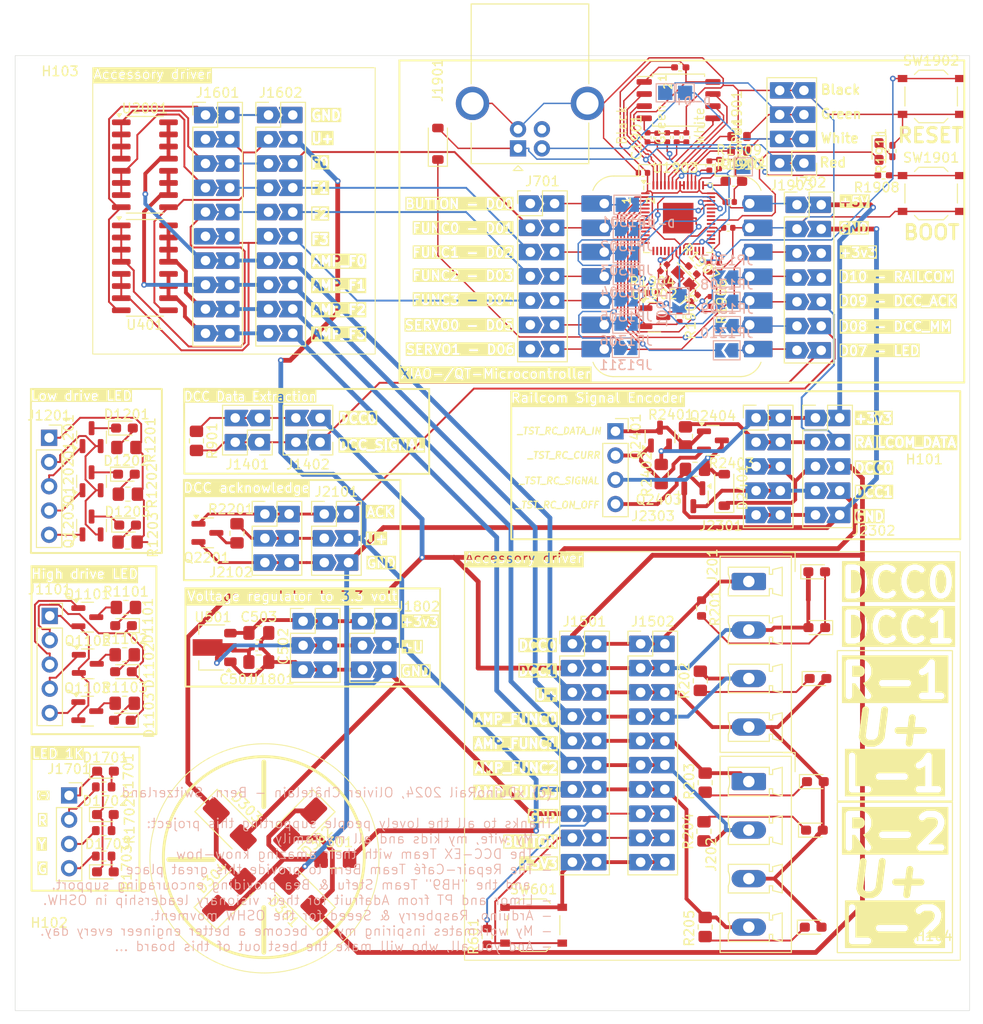
<source format=kicad_pcb>
(kicad_pcb (version 20240108) (generator "pcbnew") (generator_version "8.0")
  (layers (0 "F.Cu" signal) (31 "B.Cu" signal) (34 "B.Paste" user) (35 "F.Paste" user) (36 "B.SilkS" user "B.Silkscreen") (37 "F.SilkS" user "F.Silkscreen") (38 "B.Mask" user) (39 "F.Mask" user) (44 "Edge.Cuts" user))
  (net 0 "")
  (net 1 "/rails_power_ac-dc-bridge-medium-x/+U_UNFUSED")
  (net 2 "/rails_power_dc-dc-ldo-3v3_100mA-test/J_GND")
  (net 3 "GND")
  (net 4 "/acc-mcu-xiao-test/acc-mcu-xiao/GPIO26")
  (net 5 "/acc-mcu-xiao-test/acc-mcu-xiao/mcu_rp2040-onboard/ADC_VREF")
  (net 6 "/acc-conn-screw-01x08-test/J_DCC1")
  (net 7 "/rails_power_dc-dc-ldo-3v3_100mA-test/J_U+")
  (net 8 "/rails_power_dc-dc-ldo-3v3_100mA-test/J_3v3")
  (net 9 "/DCC0")
  (net 10 "Net-(C1904-Pad1)")
  (net 11 "Net-(D1101-A)")
  (net 12 "/DCC1")
  (net 13 "Net-(D1102-A)")
  (net 14 "+U")
  (net 15 "+3V3")
  (net 16 "/acc-mcu-xiao-test/J_SERVO0")
  (net 17 "/acc-mcu-xiao-test/J_FUNC3")
  (net 18 "/acc-mcu-xiao-test/J_SERVO1")
  (net 19 "/acc-mcu-xiao-test/J_FUNC2")
  (net 20 "/acc-mcu-xiao-test/J_DCC_ACK")
  (net 21 "/acc-mcu-xiao-test/SERVO1")
  (net 22 "/acc-mcu-xiao-test/SERVO0")
  (net 23 "/acc-mcu-xiao-test/J_RAILCOM")
  (net 24 "/acc-mcu-xiao-test/J_FUNC1")
  (net 25 "+5V")
  (net 26 "/acc-mcu-xiao-test/J_FUNC0")
  (net 27 "/led-array/LED_HIGH2")
  (net 28 "/led-array/LED_HIGH1")
  (net 29 "/led-array/LED_HIGH3")
  (net 30 "/led-array/LED_LOW2")
  (net 31 "/led-array/LED_LOW3")
  (net 32 "/led-array/LED_LOW1")
  (net 33 "/rails_signal_combined-test/rails_signal_feedback_dcc-railcom-8x50_test/J_DCC0")
  (net 34 "/rails_signal_combined-test/rails_signal_feedback_dcc-railcom-8x50_test/_TST_RC_SIGNAL")
  (net 35 "0")
  (net 36 "/RAILCOM_DATA")
  (net 37 "/acc-switch-driver-dual-test/J_GND")
  (net 38 "/acc-switch-driver-dual-test/J_AMP_FUNC2")
  (net 39 "/acc-switch-driver-dual-test/J_AMP_FUNC0")
  (net 40 "/rails_signal_combined-test/rails_signal_extraction_dcc-test/J_DCC1")
  (net 41 "/rails_signal_combined-test/rails_signal_extraction_dcc-test/J_DCC_MM_SIGNAL")
  (net 42 "/rails_signal_combined-test/rails_signal_acknowledge_dcc-test/J_DCC_ACK")
  (net 43 "/rails_signal_combined-test/rails_signal_acknowledge_dcc-test/J_U+")
  (net 44 "/rails_signal_combined-test/rails_signal_feedback_dcc-railcom-8x50_test/J_DCC1")
  (net 45 "/rails_signal_combined-test/rails_signal_feedback_dcc-railcom-8x50_test/+J_3v3")
  (net 46 "/rails_signal_combined-test/rails_signal_feedback_dcc-railcom-8x50_test/J_RAILCOM_DATA")
  (net 47 "/rails_signal_combined-test/rails_signal_feedback_dcc-railcom-8x50_test/_TST_RC_ON_OFF")
  (net 48 "/acc-switch-driver-dual-test/J_FUNC1")
  (net 49 "/acc-switch-driver-dual-test/J_FUNC2")
  (net 50 "/acc-switch-driver-dual-test/J_AMP_FUNC3")
  (net 51 "/acc-switch-driver-dual-test/J_FUNC0")
  (net 52 "/acc-switch-driver-dual-test/J_AMP_FUNC1")
  (net 53 "/acc-switch-driver-dual-test/J_FUNC3")
  (net 54 "/acc-switch-driver-dual-test/J_U+")
  (net 55 "/acc-mcu-xiao-test/acc-mcu-xiao/mcu_rp2040-onboard/XIN")
  (net 56 "/rails_signal_combined-test/rails_signal_feedback_dcc-railcom-8x50_test/_TST_RC_CURR")
  (net 57 "/acc-conn-screw-01x08-test/J_U+")
  (net 58 "Net-(D1103-A)")
  (net 59 "+1V1")
  (net 60 "Net-(D201-K)")
  (net 61 "Net-(D1201-K)")
  (net 62 "/rails_signal_combined-test/rails_signal_feedback_dcc-railcom-8x50_test/_TST_RC_DATA_IN")
  (net 63 "/rails_signal_combined-test/rails_signal_acknowledge_dcc-test/rails-signal-acknowledge_dcc/U+_DROP")
  (net 64 "Net-(D203-K)")
  (net 65 "/acc-mcu-xiao-test/J_DCC_MM")
  (net 66 "/FUNC0")
  (net 67 "/BUTTON0")
  (net 68 "/FUNC2")
  (net 69 "/acc-mcu-xiao-test/J_BUTTON")
  (net 70 "/DCC_ACK")
  (net 71 "/FUNC1")
  (net 72 "/FUNC3")
  (net 73 "/acc-mcu-xiao-test/J_LED")
  (net 74 "/acc-mcu-xiao-test/LED")
  (net 75 "/acc-mcu-xiao-test/+5V")
  (net 76 "/DCC_MM_SIGNAL")
  (net 77 "Net-(D1201-A)")
  (net 78 "Net-(D1202-A)")
  (net 79 "Net-(D1202-K)")
  (net 80 "Net-(D1203-K)")
  (net 81 "Net-(D1203-A)")
  (net 82 "/acc-conn-screw-01x08-test/J_DCC0")
  (net 83 "/acc-conn-screw-01x08-test/J_AMP_FUNC0")
  (net 84 "/AMP_FUNC0")
  (net 85 "/AMP_FUNC1")
  (net 86 "/AMP_FUNC2")
  (net 87 "/AMP_FUNC3")
  (net 88 "/acc-conn-screw-01x08-test/J_AMP_FUNC3")
  (net 89 "/acc-conn-screw-01x08-test/J_AMP_FUNC2")
  (net 90 "/acc-conn-screw-01x08-test/J_AMP_FUNC1")
  (net 91 "Net-(D1701-A)")
  (net 92 "Net-(D1702-A)")
  (net 93 "Net-(D1703-A)")
  (net 94 "/leds-1k-ryg/GND")
  (net 95 "/rails_power_dc-dc-ldo-3v3_100mA-test/+3v3")
  (net 96 "/leds-1k-ryg/LED1")
  (net 97 "/leds-1k-ryg/LED3")
  (net 98 "/leds-1k-ryg/LED2")
  (net 99 "/acc-conn-screw-01x08-test/+3V3")
  (net 100 "/acc-conn-screw-01x08-test/J_BUTTON")
  (net 101 "/acc-conn-screw-01x08-test/J_GND")
  (net 102 "/acc-conn-screw-01x08-test/J_+3V3")
  (net 103 "/acc-conn-screw-01x08-test/BUTTON")
  (net 104 "Net-(D1902-K)")
  (net 105 "Net-(Q1101-C)")
  (net 106 "Net-(Q1102-C)")
  (net 107 "Net-(D204-K)")
  (net 108 "Net-(D205-K)")
  (net 109 "Net-(D206-K)")
  (net 110 "VBUS")
  (net 111 "Net-(Q1103-C)")
  (net 112 "/acc-mcu-xiao-test/acc-mcu-xiao/GPIO23")
  (net 113 "/acc-mcu-xiao-test/acc-mcu-xiao/mcu_rp2040-onboard/D+")
  (net 114 "/acc-mcu-xiao-test/acc-mcu-xiao/mcu_rp2040-onboard/D-")
  (net 115 "/acc-mcu-xiao-test/acc-mcu-xiao/mcu_rp2040-onboard/3V0_VREF")
  (net 116 "/acc-mcu-xiao-test/acc-mcu-xiao/mcu_rp2040-onboard/QSPI_SS")
  (net 117 "/acc-mcu-xiao-test/acc-mcu-xiao/mcu_rp2040-onboard/XOUT")
  (net 118 "/acc-mcu-xiao-test/acc-mcu-xiao/mcu_rp2040-onboard/DP")
  (net 119 "/acc-mcu-xiao-test/acc-mcu-xiao/mcu_rp2040-onboard/DN")
  (net 120 "/acc-mcu-xiao-test/acc-mcu-xiao/GPIO12")
  (net 121 "/acc-mcu-xiao-test/acc-mcu-xiao/GPIO11")
  (net 122 "/acc-mcu-xiao-test/acc-mcu-xiao/GPIO18")
  (net 123 "/acc-mcu-xiao-test/acc-mcu-xiao/GPIO9")
  (net 124 "/acc-mcu-xiao-test/acc-mcu-xiao/mcu_rp2040-onboard/QSPI_SCLK")
  (net 125 "/acc-mcu-xiao-test/acc-mcu-xiao/GPIO4")
  (net 126 "/acc-mcu-xiao-test/acc-mcu-xiao/mcu_rp2040-onboard/SWCLK")
  (net 127 "/acc-mcu-xiao-test/acc-mcu-xiao/mcu_rp2040-onboard/RESET_RUN")
  (net 128 "/acc-mcu-xiao-test/acc-mcu-xiao/GPIO13")
  (net 129 "/acc-mcu-xiao-test/acc-mcu-xiao/GPIO21")
  (net 130 "/acc-mcu-xiao-test/acc-mcu-xiao/GPIO10")
  (net 131 "/acc-mcu-xiao-test/acc-mcu-xiao/GPIO5")
  (net 132 "/acc-mcu-xiao-test/acc-mcu-xiao/GPIO17")
  (net 133 "/acc-mcu-xiao-test/acc-mcu-xiao/GPIO16")
  (net 134 "/acc-mcu-xiao-test/acc-mcu-xiao/mcu_rp2040-onboard/QSPI_SD0")
  (net 135 "/acc-mcu-xiao-test/acc-mcu-xiao/GPIO25")
  (net 136 "/acc-mcu-xiao-test/acc-mcu-xiao/GPIO14")
  (net 137 "/acc-mcu-xiao-test/acc-mcu-xiao/GPIO20")
  (net 138 "/acc-mcu-xiao-test/acc-mcu-xiao/GPIO2")
  (net 139 "/acc-mcu-xiao-test/acc-mcu-xiao/GPIO15")
  (net 140 "/acc-mcu-xiao-test/acc-mcu-xiao/mcu_rp2040-onboard/QSPI_SD1")
  (net 141 "/acc-mcu-xiao-test/acc-mcu-xiao/GPIO1")
  (net 142 "/acc-mcu-xiao-test/acc-mcu-xiao/GPIO3")
  (net 143 "/acc-mcu-xiao-test/acc-mcu-xiao/mcu_rp2040-onboard/SWD")
  (net 144 "/acc-mcu-xiao-test/acc-mcu-xiao/mcu_rp2040-onboard/QSPI_SD2")
  (net 145 "/acc-mcu-xiao-test/acc-mcu-xiao/GPIO19")
  (net 146 "/acc-mcu-xiao-test/acc-mcu-xiao/GPIO8")
  (net 147 "/acc-mcu-xiao-test/acc-mcu-xiao/GPIO22")
  (net 148 "/acc-mcu-xiao-test/acc-mcu-xiao/GPIO24")
  (net 149 "/acc-mcu-xiao-test/acc-mcu-xiao/mcu_rp2040-onboard/QSPI_SD3")
  (net 150 "/acc-mcu-xiao-test/acc-mcu-xiao/mcu_rp2040-onboard/2v5_VREF")
  (net 151 "/acc-mcu-xiao-test/acc-mcu-xiao/GPIO27")
  (net 152 "/acc-mcu-xiao-test/acc-mcu-xiao/GPIO28")
  (net 153 "/acc-mcu-xiao-test/acc-mcu-xiao/GPIO29")
  (net 154 "/acc-mcu-xiao-test/acc-mcu-xiao/GPIO6")
  (net 155 "/acc-mcu-xiao-test/acc-mcu-xiao/GPIO7")
  (net 156 "/acc-mcu-xiao-test/acc-mcu-xiao/GPIO0")
  (net 158 "Net-(R1908-Pad2)")
  (net 159 "/acc-mcu-xiao-test/J_+3v3")
  (net 160 "/acc-mcu-xiao-test/J_GND")
  (footprint "LED_SMD:LED_0603_1608Metric_Pad1.05x0.95mm_HandSolder" (layer "F.Cu") (at 40.308 131.031)
    (property "Reference" "D1702")
    (property "Value" "LED_YELLOW")
  )
  (footprint "Resistor_SMD:R_0402_1005Metric_Pad0.72x0.64mm_HandSolder" (layer "F.Cu") (at 100.546 52.794 180)
    (property "Reference" "R1901" (hide yes))
    (property "Value" "DNP")
  )
  (footprint "Resistor_SMD:R_0805_2012Metric_Pad1.20x1.40mm_HandSolder" (layer "F.Cu") (at 54.102 101.584 90)
    (property "Reference" "R2201")
    (property "Value" "150R")
  )
  (footprint "Diode_SMD:D_SMA" (layer "F.Cu") (at 60.7404 139.446 135)
    (property "Reference" "D301")
    (property "Value" "SS14")
  )
  (footprint "LED_SMD:LED_0603_1608Metric_Pad1.05x0.95mm_HandSolder" (layer "F.Cu") (at 42.213 111.252 180)
    (property "Reference" "D1101")
    (property "Value" "LED_RED")
  )
  (footprint "xDuinoRail:XIAO_THT_SMD" (layer "F.Cu") (at 100.203 74.676)
    (property "Reference" "U1301")
    (property "Value" "MOUDLE-SEEEDUINO-XIAO-ESP32C3")
  )
  (footprint "Connector_PinSocket_2.54mm:PinSocket_1x04_P2.54mm_Vertical" (layer "F.Cu") (at 93.756 90.898)
    (property "Reference" "J2303")
    (property "Value" "Conn_01x04")
  )
  (footprint "LED_SMD:LED_0603_1608Metric_Pad1.05x0.95mm_HandSolder" (layer "F.Cu") (at 114.6983 127.5841)
    (property "Reference" "D204" (hide yes))
    (property "Value" "LED_GREEN")
  )
  (footprint "Package_DFN_QFN:QFN-56-1EP_7x7mm_P0.4mm_EP3.2x3.2mm" (layer "F.Cu") (at 100.33 68.58)
    (property "Reference" "U1903")
    (property "Value" "RP2040")
  )
  (footprint "Connector_Phoenix_MC_HighVoltage:PhoenixContact_MCV_1,5_4-G-5.08_1x04_P5.08mm_Vertical" (layer "F.Cu") (at 107.7273 106.6291 -90)
    (property "Reference" "J201")
    (property "Value" "Conn_01x04")
  )
  (footprint "xDuinoRail:PinHeaderJP_2x02_P2.54mm_Vertical" (layer "F.Cu") (at 62.8081 92.0478 180)
    (property "Reference" "J1402")
    (property "Value" "Conn_02x02_Odd_Even")
  )
  (footprint "Capacitor_SMD:C_0402_1005Metric" (layer "F.Cu") (at 98.8063 73.7785 -135)
    (property "Reference" "C1903" (hide yes))
    (property "Value" "18p")
  )
  (footprint "MountingHole:MountingHole_3.2mm_M3" (layer "F.Cu") (at 127.127 147.955)
    (property "Reference" "H104")
    (property "Value" "MountingHole")
  )
  (footprint "xDuinoRail:PinHeaderJP_2x02_P2.54mm_Vertical" (layer "F.Cu") (at 56.4581 92.0478 180)
    (property "Reference" "J1401")
    (property "Value" "Conn_02x02_Odd_Even")
  )
  (footprint "LED_SMD:LED_0603_1608Metric_Pad1.05x0.95mm_HandSolder" (layer "F.Cu") (at 42.6375 100.724)
    (property "Reference" "D1203")
    (property "Value" "LED_RED")
  )
  (footprint "xDuinoRail:PinHeaderJP_2x05_P2.54mm_Vertical" (layer "F.Cu") (at 108.488 89.501)
    (property "Reference" "J2301")
    (property "Value" "Conn_02x05_Odd_Even")
  )
  (footprint "LED_SMD:LED_0603_1608Metric_Pad1.05x0.95mm_HandSolder" (layer "F.Cu") (at 114.8533 111.4551 180)
    (property "Reference" "D201" (hide yes))
    (property "Value" "LED_YELLOW")
  )
  (footprint "Resistor_SMD:R_0402_1005Metric" (layer "F.Cu") (at 103.721 77.303 -90)
    (property "Reference" "R1906")
    (property "Value" "150R")
  )
  (footprint "MountingHole:MountingHole_3.2mm_M3" (layer "F.Cu") (at 34.417 146.572)
    (property "Reference" "H102")
    (property "Value" "MountingHole")
  )
  (footprint "Resistor_SMD:R_0805_2012Metric_Pad1.20x1.40mm_HandSolder" (layer "F.Cu") (at 42.6675 97.488 180)
    (property "Reference" "R1202")
    (property "Value" "1k")
  )
  (footprint "Package_TO_SOT_SMD:SOT-89-3" (layer "F.Cu") (at 51.4565 113.538 180)
    (property "Reference" "U501")
    (property "Value" "HT75xx-1-SOT89" (hide yes))
  )
  (footprint "xDuinoRail:PinHeaderJP_2x03_P2.54mm_Vertical" (layer "F.Cu") (at 57.023 99.568)
    (property "Reference" "J2102")
    (property "Value" "Conn_02x03_Odd_Even")
  )
  (footprint "Resistor_SMD:R_0603_1608Metric" (layer "F.Cu") (at 40.132 132.715)
    (property "Reference" "R1702")
    (property "Value" "1k")
  )
  (footprint "Resistor_SMD:R_0805_2012Metric_Pad1.20x1.40mm_HandSolder" (layer "F.Cu") (at 42.465 109.347)
    (property "Reference" "R1101")
    (property "Value" "1k")
  )
  (footprint "LED_SMD:LED_0603_1608Metric_Pad1.05x0.95mm_HandSolder" (layer "F.Cu") (at 42.305 90.564)
    (property "Reference" "D1201")
    (property "Value" "LED_RED")
  )
  (footprint "LED_SMD:LED_0603_1608Metric_Pad1.05x0.95mm_HandSolder" (layer "F.Cu") (at 42.5105 95.39)
    (property "Reference" "D1202")
    (property "Value" "LED_RED")
  )
  (footprint "LED_SMD:LED_0603_1608Metric_Pad1.05x0.95mm_HandSolder" (layer "F.Cu") (at 40.322 126.492)
    (property "Reference" "D1701")
    (property "Value" "LED_RED")
  )
  (footprint "LED_SMD:LED_0603_1608Metric_Pad1.05x0.95mm_HandSolder" (layer "F.Cu") (at 114.4723 142.8241)
    (property "Reference" "D206" (hide yes))
    (property "Value" "LED_GREEN")
  )
  (footprint "Button_Switch_SMD:SW_Push_1P1T_XKB_TS-1187A" (layer "F.Cu") (at 85.179 142.621)
    (property "Reference" "SW601")
    (property "Value" "TS-1187A-B-A-B")
  )
  (footprint "Connector_PinSocket_2.54mm:PinSocket_1x05_P2.54mm_Vertical" (layer "F.Cu") (at 34.48 110.236)
    (property "Reference" "J1101")
    (property "Value" "Conn_01x05")
  )
  (footprint "Connector_Phoenix_MC_HighVoltage:PhoenixContact_MCV_1,5_4-G-5.08_1x04_P5.08mm_Vertical" (layer "F.Cu") (at 107.7273 127.5841 -90)
    (property "Reference" "J202")
    (property "Value" "Conn_01x04")
  )
  (footprint "Resistor_SMD:R_0805_2012Metric_Pad1.20x1.40mm_HandSolder" (layer "F.Cu") (at 103.0283 132.7911 90)
    (property "Reference" "R204")
    (property "Value" "1k")
  )
  (footprint "LED_SMD:LED_0603_1608Metric_Pad1.05x0.95mm_HandSolder" (layer "F.Cu") (at 121.374 61.6065 -90)
    (property "Reference" "D1902" (hide yes))
    (property "Value" "LED_RED")
  )
  (footprint "Resistor_SMD:R_0805_2012Metric_Pad1.20x1.40mm_HandSolder" (layer "F.Cu") (at 42.6395 102.502 180)
    (property "Reference" "R1203")
    (property "Value" "1k")
  )
  (footprint "Resistor_SMD:R_0603_1608Metric" (layer "F.Cu") (at 106.705 60.033 180)
    (property "Reference" "R1909")
    (property "Value" "27R")
  )
  (footprint "MountingHole:MountingHole_3.2mm_M3" (layer "F.Cu") (at 35.56 57.404)
    (property "Reference" "H103")
    (property "Value" "MountingHole")
  )
  (footprint "xDuinoRail:PinHeaderJP_2x10_P2.54mm_Vertical" (layer "F.Cu") (at 57.404 57.785)
    (property "Reference" "J1602")
    (property "Value" "Conn_02x10_Odd_Even")
  )
  (footprint "Fuse:Fuse_1206_3216Metric_Pad1.42x1.75mm_HandSolder" (layer "F.Cu") (at 64.4062 135.7458)
    (property "Reference" "F301")
    (property "Value" "SRF1206P150")
  )
  (footprint "xDuinoRail:PinHeaderJP_2x04_P2.54mm_Vertical" (layer "F.Cu") (at 113.5 62.827 180)
    (property "Reference" "J1903")
    (property "Value" "Conn_02x04_Odd_Even")
  )
  (footprint "Resistor_SMD:R_0402_1005Metric_Pad0.72x0.64mm_HandSolder" (layer "F.Cu") (at 101.8521 74.0234 -45)
    (property "Reference" "R1907")
    (property "Value" "1k")
  )
  (footprint "Capacitor_SMD:C_0402_1005Metric" (layer "F.Cu") (at 105.725 66.891)
    (property "Reference" "C1911" (hide yes))
    (property "Value" "100n")
  )
  (footprint "Capacitor_SMD:C_0402_1005Metric" (layer "F.Cu") (at 103.594 73.749 -90)
    (property "Reference" "C1915" (hide yes))
    (property "Value" "100n")
  )
  (footprint "Capacitor_SMD:C_0402_1005Metric" (layer "F.Cu") (at 99.1772 60.132 90)
    (property "Reference" "C1905" (hide yes))
    (property "Value" "100n")
  )
  (footprint "Diode_SMD:D_SMA" (layer "F.Cu") (at 53.34 132.0456 -45)
    (property "Reference" "D303")
    (property "Value" "SS14")
  )
  (footprint "xDuinoRail:8x50_SOT-23" (layer "F.Cu") (at 38.862 96.139 90)
    (property "Reference" "Q1202")
    (property "Value" "S8050")
  )
  (footprint "Resistor_SMD:R_0805_2012Metric_Pad1.20x1.40mm_HandSolder" (layer "F.Cu") (at 42.338 119.38)
    (property "Reference" "R1103")
    (property "Value" "1k")
  )
  (footprint "Diode_SMD:D_SMA" (layer "F.Cu") (at 60.7232 132.0628 -135)
    (property "Reference" "D302")
    (property "Value" "SS14")
  )
  (footprint "Resistor_SMD:R_0402_1005Metric" (layer "F.Cu") (at 97.623 76.416)
    (property "Reference" "R1904")
    (property "Value" "680R")
  )
  (footprint "Resistor_SMD:R_0402_1005Metric_Pad0.72x0.64mm_HandSolder" (layer "F.Cu") (at 121.8445 64.097)
    (property "Reference" "R1908")
    (property "Value" "1k")
  )
  (footprint "Resistor_SMD:R_0805_2012Metric_Pad1.20x1.40mm_HandSolder" (layer "F.Cu") (at 42.5125 92.596 180)
    (property "Reference" "R1201")
    (property "Value" "1k")
  )
  (footprint "Crystal:Crystal_SMD_2520-4Pin_2.5x2.0mm" (layer "F.Cu") (at 100.419 75.4 135)
    (property "Reference" "Y1901" (hide yes))
    (property "Value" "ECS-120-12-36-AGN-TR3" (hide yes))
  )
  (footprint "Resistor_SMD:R_0402_1005Metric_Pad0.72x0.64mm_HandSolder" (layer "F.Cu") (at 122.771 61.557 90)
    (property "Reference" "R1911")
    (property "Value" "1k")
  )
  (footprint "Resistor_SMD:R_0805_2012Metric_Pad1.20x1.40mm_HandSolder" (layer "F.Cu") (at 49.8541 91.9048 -90)
    (property "Reference" "R901")
    (property "Value" "22k")
  )
  (footprint "Capacitor_SMD:C_0402_1005Metric" (layer "F.Cu") (at 102.0284 76.9656 -135)
    (property "Reference" "C1904" (hide yes))
    (property "Value" "18p")
  )
  (footprint "LED_SMD:LED_0603_1608Metric_Pad1.05x0.95mm_HandSolder" (layer "F.Cu") (at 40.308 137.033)
    (property "Reference" "D1703")
    (property "Value" "LED_GREEN")
  )
  (footprint "LED_SMD:LED_0603_1608Metric_Pad1.05x0.95mm_HandSolder" (layer "F.Cu") (at 114.9803 116.7891)
    (property "Reference" "D203" (hide yes))
    (property "Value" "LED_RED")
  )
  (footprint "Resistor_SMD:R_0805_2012Metric_Pad1.20x1.40mm_HandSolder" (layer "F.Cu") (at 102.6473 117.0271 -90)
    (property "Reference" "R202")
    (property "Value" "1k")
  )
  (footprint "Diode_SMD:D_SMA" (layer "F.Cu") (at 53.2622 139.4288 45)
    (property "Reference" "D304")
    (property "Value" "SS14")
  )
  (footprint "xDuinoRail:8x50_SOT-23" (layer "F.Cu") (at 38.465 115.25)
    (property "Reference" "Q1102")
    (property "Value" "S8550")
  )
  (footprint "xDuinoRail:PinHeaderJP_2x05_P2.54mm_Vertical" (layer "F.Cu") (at 114.711 89.501)
    (property "Reference" "J2302")
    (property "Value" "Conn_02x05_Odd_Even")
  )
  (footprint "Resistor_SMD:R_0603_1608Metric" (layer "F.Cu") (at 40.131 135.382)
    (property "Reference" "R1703")
    (property "Value" "1k")
  )
  (footprint "Resistor_SMD:R_0805_2012Metric_Pad1.20x1.40mm_HandSolder" (layer "F.Cu") (at 102.092 94.885 180)
    (property "Reference" "R2403")
    (property "Value" "10k")
  )
  (footprint "xDuinoRail:PinHeaderJP_2x03_P2.54mm_Vertical" (layer "F.Cu") (at 61.0275 110.7815)
    (property "Reference" "J1801")
    (property "Value" "Conn_02x03_Odd_Even" (hide yes))
  )
  (footprint "Package_TO_SOT_SMD:SOT-23" (layer "F.Cu") (at 97.8305 78.956)
    (property "Reference" "U1902")
    (property "Value" "TL431DBZ")
  )
  (footprint "LED_SMD:LED_0603_1608Metric_Pad1.05x0.95mm_HandSolder" (layer "F.Cu") (at 42.2015 116.078 180)
    (property "Reference" "D1102")
    (property "Value" "LED_YELLOW")
  )
  (footprint "Button_Switch_SMD:SW_Push_1P1T_XKB_TS-1187A" (layer "F.Cu") (at 126.835 66.002)
    (property "Reference" "SW1901")
    (property "Value" "BOOTSEL")
  )
  (footprint "xDuinoRail:8x50_SOT-23" (layer "F.Cu") (at 98.425 91.456 90)
    (property "Reference" "Q2401")
    (property "Value" "S8550")
  )
  (footprint "Capacitor_SMD:C_0402_1005Metric" (layer "F.Cu") (at 100.165 60.132 90)
    (property "Reference" "C1912" (hide yes))
    (property "Value" "100n")
  )
  (footprint "LED_SMD:LED_0603_1608Metric_Pad1.05x0.95mm_HandSolder" (layer "F.Cu") (at 42.086 121.158 180)
    (property "Reference" "D1103")
    (property "Value" "LED_GREEN")
  )
  (footprint "xDuinoRail:8x50_SOT-23" (layer "F.Cu") (at 38.862 91.514 90)
    (property "Reference" "Q1201")
    (property "Value" "S8050")
  )
  (footprint "Capacitor_SMD:C_0402_1005Metric" (layer "F.Cu") (at 96.637 63.843 180)
    (property "Reference" "C1914" (hide yes))
    (property "Value" "100n")
  )
  (footprint "xDuinoRail:PinHeaderJP_2x03_P2.54mm_Vertical" (layer "F.Cu") (at 63.246 99.568)
    (property "Reference" "J2101")
    (property "Value" "Conn_02x03_Odd_Even")
  )
  (footprint "Diode_SMD:D_SOD-123" (layer "F.Cu") (at 75.146 60.794 90)
    (property "Reference" "D1901" (hide yes))
    (property "Value" "B5819W")
  )
  (footprint "Capacitor_SMD:C_0402_1005Metric" (layer "F.Cu") (at 97.117 60.132 90)
    (property "Reference" "C1901")
    (property "Value" "100n")
  )
  (footprint "Capacitor_SMD:C_0603_1608Metric_Pad1.08x0.95mm_HandSolder" (layer "F.Cu") (at 106.1605 64.732)
    (property "Reference" "C1902")
    (property "Value" "10n C0G")
  )
  (footprint "Resistor_SMD:R_0603_1608Metric" (layer "F.Cu") (at 40.132 128.143)
    (property "Reference" "R1701")
    (property "Value" "1k")
  )
  (footprint "xDuinoRail:PinHeaderJP_2x07_P2.54mm_Vertical" (layer "F.Cu") (at 84.836 67.056)
    (property "Reference" "J701")
    (property "Value" "Conn_02x07_Odd_Even")
  )
  (footprint "Package_SO:SOIC-16_3.9x9.9mm_P1.27mm" (layer "F.Cu") (at 44.45 62.992)
    (property "Reference" "U2001")
    (property "Value" "ULN2003A")
  )
  (footprint "Button_Switch_SMD:SW_Push_1P1T_XKB_TS-1187A" (layer "F.Cu") (at 126.835 55.842)
    (property "Reference" "SW1902")
    (property "Value" "RESET")
  )
  (footprint "xDuinoRail:PinHeaderJP_2x10_P2.54mm_Vertical" (layer "F.Cu") (at 89.243 113.157)
    (property "Reference" "J1501")
    (property "Value" "Conn_02x10_Odd_Even")
  )
  (footprint "Diode_SMD:D_SOD-123" (layer "F.Cu") (at 105.156 97.043 90)
    (property "Reference" "D2401")
    (property "Value" "1N5819W")
  )
  (footprint "Capacitor_SMD:C_0402_1005Metric" (layer "F.Cu") (at 104.61 62.926 90)
    (property "Reference" "C1909" (hide yes))
    (property "Value" "1u")
  )
  (footprint "xDuinoRail:8x50_SOT-23" (layer "F.Cu") (at 101.915 97.806 -90)
    (property "Reference" "Q2403")
    (property "Value" "S8050")
  )
  (footprint "MountingHole:MountingHole_3.2mm_M3" (layer "F.Cu") (at 126.111 98.044)
    (property "Reference" "H101")
    (property "Value" "MountingHole")
  )
  (footprint "RP2040-Decoder_Additional_Footprints:SOIC-8_5.23x5.23mm_P1.27mm" (layer "F.Cu") (at 100.3682 56.223)
    (property "Reference" "U1901")
    (property "Value" "W25Q128JVSIQ")
  )
  (footprint "xDuinoRail:USB_B_OST_USB-B1HSxx_Horizontal" (layer "F.Cu") (at 83.548 61.2765 90)
    (property "Reference" "J1901")
    (property "Value" "USB_B")
  )
  (footprint "Resistor_SMD:R_0603_1608Metric" (layer "F.Cu") (at 102.7743 109.4071 -90)
    (property "Reference" "R201")
    (property "Value" "10k")
  )
  (footprint "Connector_PinSocket_2.54mm:PinSocket_1x04_P2.54mm_Vertical" (layer "F.Cu") (at 36.512 129.032)
    (property "Reference" "J1701")
    (property "Value" "Conn_01x04")
  )
  (footprint "xDuinoRail:PinHeaderJP_2x10_P2.54mm_Vertical" (layer "F.Cu") (at 96.393 113.157)
    (property "Reference" "J1502")
    (property "Value" "Conn_02x10_Odd_Even")
  )
  (footprint "LED_SMD:LED_0603_1608Metric_Pad1.05x0.95mm_HandSolder" (layer "F.Cu") (at 114.8393 105.6131)
    (property "Reference" "D202" (hide yes))
    (property "Value" "LED_WHITE")
  )
  (footprint "Capacitor_SMD:C_0402_1005Metric" (layer "F.Cu") (at 104.61 73.749 -90)
    (property "Reference" "C1906" (hide yes))
    (property "Value" "100n")
  )
  (footprint "Capacitor_SMD:C_0805_2012Metric_Pad1.18x1.45mm_HandSolder" (layer "F.Cu") (at 56.388 115.062)
    (property "Reference" "C501")
    (property "Value" "47uF")
  )
  (footprint "Connector_PinSocket_2.54mm:PinSocket_1x05_P2.54mm_Vertical" (layer "F.Cu") (at 34.417 91.58)
    (property "Reference" "J1201")
    (property "Value" "Conn_01x05")
  )
  (footprint "Resistor_SMD:R_0805_2012Metric_Pad1.20x1.40mm_HandSolder" (layer "F.Cu") (at 103.1553 127.6951 -90)
    (property "Reference" "R203")
    (property "Value" "1k")
  )
  (footprint "Capacitor_SMD:C_0402_1005Metric" (layer "F.Cu") (at 101.181 60.132 90)
    (property "Reference" "C1910" (hide yes))
    (property "Value" "100n")
  )
  (footprint "Capacitor_SMD:C_0402_1005Metric" (layer "F.Cu") (at 105.5675 69.5935)
    (property "Reference" "C1908" (hide yes))
    (property "Value" "100n")
  )
  (footprint "xDuinoRail:8x50_SOT-23" (layer "F.Cu") (at 38.417 120.203)
    (property "Reference" "Q1103")
    (property "Value" "S8550")
  )
  (footprint "LED_SMD:LED_0603_1608Metric_Pad1.05x0.95mm_HandSolder" (layer "F.Cu") (at 114.5993 132.6641)
    (property "Reference" "D205" (hide yes))
    (property "Value" "LED_RED")
  )
  (footprint "Resistor_SMD:R_0603_1608Metric" (layer "F.Cu") (at 80.305 143.797 90)
    (property "Reference" "R601")
    (property "Value" "10k")
  )
  (footprint "Resistor_SMD:R_0402_1005Metric" (layer "F.Cu") (at 100.4605 78.908 -90)
    (property "Reference" "R1905")
    (property "Value" "3k3")
  )
  (footprint "xDuinoRail:8x50_SOT-23" (layer "F.Cu") (at 103.9645 91.853)
    (property "Reference" "Q2404")
    (property "Value" "S8550")
  )
  (footprint "xDuinoRail:PinHeaderJP_2x03_P2.54mm_Vertical" (layer "F.Cu") (at 67.2505 110.7815)
    (property "Reference" "J1802")
    (property "Value" "Conn_02x03_Odd_Even" (hide yes))
  )
  (footprint "Resistor_SMD:R_0805_2012Metric_Pad1.20x1.40mm_HandSolder" (layer "F.Cu") (at 103.1553 142.8081 -90)
    (property "Reference" "R205")
    (property "Value" "1k")
  )
  (footprint "xDuinoRail:PinHeaderJP_2x10_P2.54mm_Vertical" (layer "F.Cu") (at 50.8 57.785)
    (property "Reference" "J1601")
    (property "Value" "Conn_02x10_Odd_Even")
  )
  (footprint "Capacitor_SMD:C_0402_1005Metric" (layer "F.Cu") (at 56.1555 113.538)
    (property "Reference" "C502")
    (property "Value" "1u")
  )
  (footprint "Package_SO:SOIC-16_3.9x9.9mm_P1.27mm" (layer "F.Cu") (at 44.45 73.787)
    (property "Reference" "U401")
    (property "Value" "ULN2003A")
  )
  (footprint "Resistor_SMD:R_0805_2012Metric_Pad1.20x1.40mm_HandSolder" (layer "F.Cu") (at 98.552 95.377 90)
    (property "Reference" "R2402")
    (property "Value" "20R")
  )
  (footprint "Capacitor_SMD:C_0402_1005Metric" (layer "F.Cu") (at 103.594 63.081 90)
    (property "Reference" "C1907" (hide yes))
    (property "Value" "1u")
  )
  (footprint "Resistor_SMD:R_0805_2012Metric_Pad1.20x1.40mm_HandSolder" (layer "F.Cu") (at 101.092 91.44 90)
    (property "Reference" "R2401")
    (property "Value" "10k")
  )
  (footprint "xDuinoRail:8x50_SOT-23" (layer "F.Cu") (at 38.417 110.363)
    (property "Reference" "Q1101")
    (property "Value" "S8550")
  )
  (footprint "Resistor_SMD:R_0805_2012Metric_Pad1.20x1.40mm_HandSolder" (layer "F.Cu") (at 42.338 114.3)
    (property "Reference" "R1102")
    (property "Value" "1k")
  )
  (footprint "Resistor_SMD:R_0603_1608Metric" (layer "F.Cu") (at 106.706 61.557 180)
    (property "Reference" "R1910")
    (property "Value" "27R")
  )
  (footprint "xDuinoRail:PinHeaderJP_2x07_P2.54mm_Vertical" (layer "F.Cu") (at 112.776 67.183)
    (property "Reference" "J702")
    (property "Value" "Conn_02x07_Odd_Even")
  )
  (footprint "xDuinoRail:8x50_SOT-23" (layer "F.Cu") (at 38.862 100.764 90)
    (property "Reference" "Q1203")
    (property "Value" "S8050")
  )
  (footprint "Capacitor_SMD:C_0402_1005Metric" (layer "F.Cu") (at 98.1445 60.1702 90)
    (property "Reference" "C1913" (hide yes))
    (property "Value" "100n")
  )
  (footprint "xDuinoRail:8x50_SOT-23" (layer "F.Cu") (at 50.999 101.538)
    (property "Reference" "Q2201")
    (property "Value" "S8050")
  )
  (footprint "Capacitor_SMD:C_0805_2012Metric_Pad1.18x1.45mm_HandSolder" (layer "F.Cu") (at 56.388 112.014)
    (property "Reference" "C503")
    (property "Value" "47uF")
  )
  (footprint "Jumper:SolderJumper-2_P1.3mm_Open_TrianglePad1.0x1.5mm" (layer "B.Cu") (at 105.41 74.803 180)
    (property "Reference" "JP1307")
    (property "Value" "SolderJumper_2_Open")
  )
  (footprint "Jumper:SolderJumper-2_P1.3mm_Open_TrianglePad1.0x1.5mm" (layer "B.Cu") (at 94.922 72.263)
    (property "Reference" "JP1303")
    (property "Value" "SolderJumper_2_Open")
  )
  (footprint "TestPoint:TestPoint_Pad_1.5x1.5mm" (layer "B.Cu") (at 101.054 55.461 180)
    (property "Reference" "TP1903" (hide yes))
    (property "Value" "D-")
  )
  (footprint "Jumper:SolderJumper-2_P1.3mm_Open_TrianglePad1.0x1.5mm" (layer "B.Cu") (at 94.832 82.169)
    (property "Reference" "JP1311")
    (property "Value" "SolderJumper_2_Open")
  )
  (footprint "Jumper:SolderJumper-2_P1.3mm_Open_TrianglePad1.0x1.5mm" (layer "B.Cu") (at 105.41 77.343 180)
    (property "Reference" "JP1308")
    (property "Value" "SolderJumper_2_Open")
  )
  (footprint "Jumper:SolderJumper-2_P1.3mm_Open_TrianglePad1.0x1.5mm" (layer "B.Cu") (at 94.869 79.629)
    (property "Reference" "JP1306")
    (property "Value" "SolderJumper_2_Open")
  )
  (footprint "Jumper:SolderJumper-2_P1.3mm_Open_TrianglePad1.0x1.5mm" (layer "B.Cu") (at 105.447 79.883 180)
    (property "Reference" "JP1309")
    (property "Value" "SolderJumper_2_Open")
  )
  (footprint "Jumper:SolderJumper-2_P1.3mm_Open_TrianglePad1.0x1.5mm" (layer "B.Cu") (at 94.922 74.549)
    (property "Reference" "JP1304")
    (property "Value" "SolderJumper_2_Open")
  )
  (footprint "TestPoint:TestPoint_Pad_1.5x1.5mm" (layer "B.Cu") (at 98.9712 55.461 180)
    (property "Reference" "TP1902" (hide yes))
    (property "Value" "D+")
  )
  (footprint "Jumper:SolderJumper-2_P1.3mm_Open_TrianglePad1.0x1.5mm" (layer "B.Cu") (at 94.996 67.183)
    (property "Reference" "JP1301")
    (property "Value" "SolderJumper_2_Open")
  )
  (footprint "Jumper:SolderJumper-2_P1.3mm_Open_TrianglePad1.0x1.5mm" (layer "B.Cu") (at 94.922 69.723)
    (property "Reference" "JP1302")
    (property "Value" "SolderJumper_2_Open")
  )
  (footprint "Jumper:SolderJumper-2_P1.3mm_Open_TrianglePad1.0x1.5mm" (layer "B.Cu") (at 105.41 82.423 180)
    (property "Reference" "JP1310")
    (property "Value" "SolderJumper_2_Open")
  )
  (footprint "Jumper:SolderJumper-2_P1.3mm_Open_TrianglePad1.0x1.5mm" (layer "B.Cu") (at 100.4605 77.253 -90)
    (property "Reference" "JP1901")
    (property "Value" "VREF")
  )
  (footprint "Jumper:SolderJumper-2_P1.3mm_Open_TrianglePad1.0x1.5mm" (layer "B.Cu") (at 94.869 77.089)
    (property "Reference" "JP1305")
    (property "Value" "SolderJumper_2_Open")
  )
  (footprint "TestPoint:TestPoint_Pad_1.5x1.5mm" (layer "B.Cu") (at 107.15 63.208 180)
    (property "Reference" "TP1901" (hide yes))
    (property "Value" "VREG")
  )
  (gr_rect (start 48.7085 107.3525) (end 75.3785 117.6315) (stroke (width 0.2)) (fill none) (layer "F.SilkS"))
  (gr_rect (start 82.834 86.7053) (end 129.87848 102.2027) (stroke (width 0.2)) (fill none) (layer "F.SilkS"))
  (gr_poly (pts (xy 116.998341 129.743132) (xy 116.998342 145.491132) (xy 129.063341 145.491132) (xy 129.063342 129.743132)) (stroke (width 0.1)) (fill none) (layer "F.SilkS"))
  (gr_rect (start 116.9983 129.7431) (end 129.0633 145.4911) (stroke (width 0.1)) (fill none) (layer "F.SilkS"))
  (gr_circle (center 56.978186 135.618786) (end 68.978186 135.618786) (stroke (width 0.1)) (fill none) (layer "F.SilkS"))
  (gr_rect (start 71.12 52.07) (end 130.302 85.7942) (stroke (width 0.2)) (fill none) (layer "F.SilkS"))
  (gr_rect (start 32.575 105.029) (end 45.656 122.616) (stroke (width 0.2)) (fill none) (layer "F.SilkS"))
  (gr_circle (center 56.913186 135.491786) (end 63.898186 143.365786) (stroke (width 0.3)) (fill none) (layer "F.SilkS"))
  (gr_line (start 56.913186 130.213629) (end 56.913186 125.529942) (stroke (width 0.5)) (layer "F.SilkS"))
  (gr_rect (start 77.94 103.505) (end 129.883 146.2901) (stroke (width 0.1)) (fill none) (layer "F.SilkS"))
  (gr_line (start 46.951342 135.745786) (end 51.635029 135.745786) (stroke (width 0.5)) (layer "F.SilkS"))
  (gr_rect (start 32.512 86.4695) (end 46.228 103.645) (stroke (width 0.2)) (fill none) (layer "F.SilkS"))
  (gr_poly (pts (xy 48.552051 86.459801) (xy 74.2381 86.4758) (xy 74.2381 95.3658) (xy 48.5841 95.338803)) (stroke (width 0.2)) (fill none) (layer "F.SilkS"))
  (gr_rect (start 48.540001 95.999749) (end 71.228 106.494) (stroke (width 0.2)) (fill none) (layer "F.SilkS"))
  (gr_poly (pts (xy 116.998341 113.868133) (xy 116.998342 129.616133) (xy 129.063341 129.616133) (xy 129.063341 113.868132)) (stroke (width 0.1)) (fill none) (layer "F.SilkS"))
  (gr_rect (start 116.9983 113.8681) (end 129.0633 129.6161) (stroke (width 0.1)) (fill none) (layer "F.SilkS"))
  (gr_rect (start 38.989 52.832) (end 68.58 82.818) (stroke (width 0.1)) (fill none) (layer "F.SilkS"))
  (gr_line (start 56.913186 145.453629) (end 56.913186 140.769942) (stroke (width 0.5)) (layer "F.SilkS"))
  (gr_rect (start 32.575 123.952) (end 43.878 139.0055) (stroke (width 0.2)) (fill none) (layer "F.SilkS"))
  (gr_rect (start 30.861 51.562) (end 130.861 151.562) (stroke (width 0.05)) (fill none) (layer "Edge.Cuts"))
  (gr_text "D-" (at 103.856401 56.797 0) (layer "B.SilkS") (effects (font (size 0.8 0.8)) (justify left bottom mirror)))
  (gr_text "(c) xDuinoRail 2024, Olivier Châtelain - Bern, Switzerland\n\nThanks to all the lovely people supporting this project:\n- My wife, my kids and all my family\n- The DCC-EX Team with their amazing know-how\n- The Repair-Café Team Bern to provide this great place\n   and the {dblquote}HB9{dblquote} Team Stefu & Bea providing encouraging support.\n- Limor and PT from Adafruit for their visionary leadership in OSHW.\n- Arduino, Raspberry & Seeed for the OSHW movment.\n- My workmates inspiring my to become a better engineer every day.\n- And you all, who will make the best out of this board ..." (at 87.249 145.415 0) (layer "B.SilkS") (effects (font (size 1 1) (thickness 0.1)) (justify left bottom mirror)))
  (gr_text "D+" (at 98.059599 69.631601 0) (layer "B.SilkS") (effects (font (size 0.8 0.8)) (justify left bottom mirror)))
  (gr_text "D+" (at 101.824401 56.797 0) (layer "B.SilkS") (effects (font (size 0.8 0.8)) (justify left bottom mirror)))
  (gr_text "D-" (at 100.0916 69.6316 0) (layer "B.SilkS") (effects (font (size 0.8 0.8)) (justify left bottom mirror)))
  (gr_text "G" (at 33.083 137.287 0) (layer "F.SilkS" knockout) (effects (font (size 1 1) (thickness 0.2) (bold yes)) (justify left bottom)))
  (gr_text "DCC1" (at 118.648 97.883 0) (layer "F.SilkS" knockout) (effects (font (size 1 1) (thickness 0.3) (bold yes)) (justify left bottom)))
  (gr_text "+3v3" (at 118.648 90.136 0) (layer "F.SilkS" knockout) (effects (font (size 1 1) (thickness 0.3) (bold yes)) (justify left bottom)))
  (gr_text "AMP_FUNC2" (at 87.846 126.746 0) (layer "F.SilkS" knockout) (effects (font (size 1 1) (thickness 0.25) (bold yes)) (justify right bottom)))
  (gr_text "AMP_FUNC1" (at 87.846 124.206 0) (layer "F.SilkS" knockout) (effects (font (size 1 1) (thickness 0.3) (bold yes)) (justify right bottom)))
  (gr_text "XIAO-/QT-Microcontroller" (at 71.12 85.471 0) (layer "F.SilkS" knockout) (effects (font (size 1 1)) (justify left bottom)))
  (gr_text "GND" (at 87.846 131.826 0) (layer "F.SilkS" knockout) (effects (font (size 1 1) (thickness 0.25) (bold yes)) (justify right bottom)))
  (gr_text "D08 - DCC_MM" (at 117.094 80.518 0) (layer "F.SilkS" knockout) (effects (font (size 1 1) (thickness 0.2) (bold yes)) (justify left bottom)))
  (gr_text "F1" (at 61.722 66.04 0) (layer "F.SilkS" knockout) (effects (font (size 1 1) (thickness 0.25) (bold yes)) (justify left bottom)))
  (gr_text "Accessory driver" (at 38.989 54.102 0) (layer "F.SilkS" knockout) (effects (font (size 1 1) (thickness 0.125)) (justify left bottom)))
  (gr_text "U+" (at 87.846 119.126 0) (layer "F.SilkS" knockout) (effects (font (size 1 1) (thickness 0.3) (bold yes)) (justify right bottom)))
  (gr_text "High drive LED" (at 32.448 106.426 0) (layer "F.SilkS" knockout) (effects (font (size 1 1)) (justify left bottom)))
  (gr_text "R-1" (at 122.9673 119.0751 0) (layer "F.SilkS" knockout) (effects (font (size 3.5 3.5) (thickness 0.7) (bold yes)) (justify bottom)))
  (gr_text "1" (at 99.157401 54.384001 90) (layer "F.SilkS") (effects (font (size 0.8 0.8) (thickness 0.15) (bold yes)) (justify left bottom)))
  (gr_text "U+" (at 122.459341 139.903132 0) (layer "F.SilkS") (effects (font (size 3.5 3.5) (thickness 0.7) (bold yes) (italic yes)) (justify bottom)))
  (gr_text "Accessory driver" (at 77.94 104.775 0) (layer "F.SilkS" knockout) (effects (font (size 1 1) (thickness 0.125)) (justify left bottom)))
  (gr_text "+5V" (at 117.094 67.437 0) (layer "F.SilkS" knockout) (effects (font (size 1 1) (thickness 0.2) (bold yes)) (justify left bottom)))
  (gr_text "DCC0" (at 123.3483 108.5341 0) (layer "F.SilkS" knockout) (effects (font (size 3 3) (thickness 0.6) (bold yes)) (justify bottom)))
  (gr_text "F3" (at 61.722 71.399 0) (layer "F.SilkS" knockout) (effects (font (size 1 1) (thickness 0.25) (bold yes)) (justify left bottom)))
  (gr_text "DCC1" (at 123.348341 113.233132 0) (layer "F.SilkS" knockout) (effects (font (size 3 3) (thickness 0.6) (bold yes)) (justify bottom)))
  (gr_text "Green" (at 99.0756 60.9956 90) (layer "F.SilkS") (effects (font (size 1 1) (thickness 0.125)) (justify left bottom)))
  (gr_text "U+" (at 67.437 102.743 0) (layer "F.SilkS" knockout) (effects (font (size 1 1) (thickness 0.2) (bold yes)) (justify left bottom)))
  (gr_text "D09 - DCC_ACK" (at 117.094 77.851 0) (layer "F.SilkS" knockout) (effects (font (size 1 1) (thickness 0.2) (bold yes)) (justify left bottom)))
  (gr_text "BUTTON" (at 87.846 134.493 0) (layer "F.SilkS" knockout) (effects (font (size 1 1) (thickness 0.25) (bold yes)) (justify right bottom)))
  (gr_text "_TST_RC_SIGNAL" (at 92.104999 96.486001 0) (layer "F.SilkS") (effects (font (size 0.7 0.7) (thickness 0.14) (bold yes) (italic yes)) (justify right bottom)))
  (gr_text "AMP_F3" (at 61.849 81.305 0) (layer "F.SilkS" knockout) (effects (font (size 1 1) (thickness 0.25) (bold yes)) (justify left bottom)))
  (gr_text "GND" (at 61.722 58.42 0) (layer "F.SilkS" knockout) (effects (font (size 1 1) (thickness 0.3) (bold yes)) (justify left bottom)))
  (gr_text "DCC0" (at 123.348341 108.534133 0) (layer "F.SilkS" knockout) (effects (font (size 3 3) (thickness 0.6) (bold yes)) (justify bottom)))
  (gr_text "Green" (at 115.151 58.255 0) (layer "F.SilkS") (effects (font (size 1 1) (thickness 0.2) (bold yes)) (justify left bottom)))
  (gr_text "+U" (at 71.1875 114.0835 0) (layer "F.SilkS" knockout) (effects (font (size 1 1) (thickness 0.2) (bold yes)) (justify left bottom)))
  (gr_text "SERVO0 - D05" (at 83.185 80.391 0) (layer "F.SilkS" knockout) (effects (font (size 1 1) (thickness 0.2) (bold yes)) (justify right bottom)))
  (gr_text "Red" (at 115.024 63.343502 0) (layer "F.SilkS") (effects (font (size 1 1) (thickness 0.2) (bold yes)) (justify left bottom)))
  (gr_text "FUNC1 - D02" (at 83.185 72.771 0) (layer "F.SilkS" knockout) (effects (font (size 1 1) (thickness 0.2) (bold yes)) (justify right bottom)))
  (gr_text "F0" (at 61.722 63.373 0) (layer "F.SilkS" knockout) (effects (font (size 1 1) (thickness 0.25) (bold yes)) (justify left bottom)))
  (gr_text "DCC0" (at 118.648 95.343 0) (layer "F.SilkS" knockout) (effects (font (size 1 1) (thickness 0.3) (bold yes)) (justify left bottom)))
  (gr_text "1" (at 99.157401 54.384001 90) (layer "F.SilkS") (effects (font (size 0.8 0.8) (thickness 0.15) (bold yes)) (justify left bottom)))
  (gr_text "(-)" (at 33.083 129.286 0) (layer "F.SilkS" knockout) (effects (font (size 0.5 0.5) (thickness 0.125) (bold yes)) (justify left bottom)))
  (gr_text "SERVO1 - D06" (at 83.312 82.931 0) (layer "F.SilkS" knockout) (effects (font (size 1 1) (thickness 0.2) (bold yes)) (justify right bottom)))
  (gr_text "U+" (at 122.713341 124.028132 0) (layer "F.SilkS") (effects (font (size 3.5 3.5) (thickness 0.7) (bold yes) (italic yes)) (justify bottom)))
  (gr_text "GND" (at 117.094 70.231 0) (layer "F.SilkS" knockout) (effects (font (size 1 1) (thickness 0.2) (bold yes)) (justify left bottom)))
  (gr_text "BUTTON - D00" (at 83.185 67.691 0) (layer "F.SilkS" knockout) (effects (font (size 1 1) (thickness 0.2) (bold yes)) (justify right bottom)))
  (gr_text "+3v3" (at 117.094 72.771 0) (layer "F.SilkS" knockout) (effects (font (size 1 1) (thickness 0.2) (bold yes)) (justify left bottom)))
  (gr_text "RAILCOM_DATA" (at 118.648 92.676 0) (layer "F.SilkS" knockout) (effects (font (size 1 1) (thickness 0.3) (bold yes)) (justify left bottom)))
  (gr_text "FUNC2 - D03" (at 83.185 75.184 0) (layer "F.SilkS" knockout) (effects (font (size 1 1) (thickness 0.2) (bold yes)) (justify right bottom)))
  (gr_text "Voltage regulator to 3.3 volt" (at 48.791499 108.761751 0) (layer "F.SilkS" knockout) (effects (font (size 1 1)) (justify left bottom)))
  (gr_text "2" (at 97.9326 67.218602 90) (layer "F.SilkS") (effects (font (size 0.8 0.8) (thickness 0.15) (bold yes)) (justify left bottom)))
  (gr_text "2" (at 99.7332 55.207001 90) (layer "F.SilkS") (effects (font (size 0.8 0.8) (thickness 0.15) (bold yes)) (justify left bottom)))
  (gr_text "+3v3" (at 71.1875 111.4165 0) (layer "F.SilkS" knockout) (effects (font (size 1 1) (thickness 0.2) (bold yes)) (justify left bottom)))
  (gr_text "DCC1" (at 123.3483 113.2331 0) (layer "F.SilkS" knockout) (effects (font (size 3 3) (thickness 0.6) (bold yes)) (justify bottom)))
  (gr_text "DCC_SIGNAL" (at 64.5861 92.9368 0) (layer "F.SilkS" knockout) (effects (font (size 1 1) (thickness 0.25) (bold yes)) (justify left bottom)))
  (gr_text "U+" (at 122.7133 124.0281 0) (layer "F.SilkS") (effects (font (size 3.5 3.5) (thickness 0.7) (bold yes) (italic yes)) (justify bottom)))
  (gr_text "Y" (at 33.083 134.747 0) (layer "F.SilkS" knockout) (effects (font (size 1 1) (thickness 0.2) (bold yes)) (justify left bottom)))
  (gr_text "DCC acknowledge" (at 48.387 97.409 0) (layer "F.SilkS" knockout) (effects (font (size 1 1)) (justify left bottom)))
  (gr_text "R" (at 33.083 132.207 0) (layer "F.SilkS" knockout) (effects (font (size 1 1) (thickness 0.2) (bold yes)) (justify left bottom)))
  (gr_text "GND" (at 118.648 100.423 0) (layer "F.SilkS" knockout) (effects (font (size 1 1) (thickness 0.3) (bold yes)) (justify left bottom)))
  (gr_text "ACK" (at 67.564 99.949 0) (layer "F.SilkS" knockout) (effects (font (size 1 1) (thickness 0.2) (bold yes)) (justify left bottom)))
  (gr_text "Black" (at 95.0116 60.9956 90) (layer "F.SilkS") (effects (font (size 1 1) (thickness 0.125)) (justify left bottom)))
  (gr_text "R-2" (at 122.967342 134.950132 0) (layer "F.SilkS" knockout) (effects (font (size 3.5 3.5) (thickness 0.7) (bold yes)) (justify bottom)))
  (gr_text "Railcom Signal Encoder" (at 82.707 87.977 0) (layer "F.SilkS" knockout) (effects (font (size 1 1)) (justify left bottom)))
  (gr_text "Red" (at 107.0766 60.9956 90) (layer "F.SilkS") (effects (font (size 1 1) (thickness 0.125)) (justify left bottom)))
  (gr_text "DCC Data Extraction" (at 48.4571 87.8568 0) (layer "F.SilkS" knockout) (effects (font (size 1 0.9)) (justify left bottom)))
  (gr_text "LED 1K" (at 32.5115 125.2525 0) (layer "F.SilkS" knockout) (effects (font (size 1 1)) (justify left bottom)))
  (gr_text "AMP_F2" (at 61.849 78.765 0) (layer "F.SilkS" knockout) (effects (font (size 1 1) (thickness 0.25) (bold yes)) (justify left bottom)))
  (gr_text "FUNC0 - D01" (at 83.185 70.231 0) (layer "F.SilkS" knockout) (effects (font (size 1 1) (thickness 0.2) (bold yes)) (justify right bottom)))
  (gr_text "White" (at 103.1396 60.9956 90) (layer "F.SilkS") (effects (font (size 1 1) (thickness 0.125)) (justify left bottom)))
  (gr_text "F2" (at 61.722 68.732 0) (layer "F.SilkS" knockout) (effects (font (size 1 1) (thickness 0.25) (bold yes)) (justify left bottom)))
  (gr_text "L-2" (at 122.967341 144.729133 0) (layer "F.SilkS" knockout) (effects (font (size 3.5 3.5) (thickness 0.7) (bold yes)) (justify bottom)))
  (gr_text "Low drive LED" (at 32.385 87.77 0) (layer "F.SilkS" knockout) (effects (font (size 1 1)) (justify left bottom)))
  (gr_text "D07 - LED" (at 117.094 83.058 0) (layer "F.SilkS" knockout) (effects (font (size 1 1) (thickness 0.2) (bold yes)) (justify left bottom)))
  (gr_text "AMP_F0" (at 61.849 73.685 0) (layer "F.SilkS" knockout) (effects (font (size 1 1) (thickness 0.25) (bold yes)) (justify left bottom)))
  (gr_text "+3V3" (at 87.846 136.779 0) (layer "F.SilkS" knockout) (effects (font (size 1 1) (thickness 0.25) (bold yes)) (justify right bottom)))
  (gr_text "DCC1" (at 87.719 116.586 0) (layer "F.SilkS" knockout) (effects (font (size 1 1) (thickness 0.25) (bold yes)) (justify right bottom)))
  (gr_text "_TST_RC_CURR" (at 92.232 93.819 0) (layer "F.SilkS") (effects (font (size 0.7 0.7) (thickness 0.14) (bold yes) (italic yes)) (justify right bottom)))
  (gr_text "AMP_FUNC0" (at 87.846 121.666 0) (layer "F.SilkS" knockout) (effects (font (size 1 1) (thickness 0.3) (bold yes)) (justify right bottom)))
  (gr_text "AMP_FUNC3" (at 87.846 129.286 0) (layer "F.SilkS" knockout) (effects (font (size 1 1) (thickness 0.25) (bold yes)) (justify right bottom)))
  (gr_text "1" (at 95.3926 67.218602 90) (layer "F.SilkS") (effects (font (size 0.8 0.8) (thickness 0.15) (bold yes)) (justify left bottom)))
  (gr_text "Black" (at 115.151001 55.715 0) (layer "F.SilkS") (effects (font (size 1 1) (thickness 0.2) (bold yes)) (justify left bottom)))
  (gr_text "White" (at 115.151 60.795 0) (layer "F.SilkS") (effects (font (size 1 1) (thickness 0.2) (bold yes)) (justify left bottom)))
  (gr_text "GND" (at 67.564 105.283 0) (layer "F.SilkS" knockout) (effects (font (size 1 1) (thickness 0.2) (bold yes)) (justify left bottom)))
  (gr_text "AMP_F1" (at 61.849 76.225 0) (layer "F.SilkS" knockout) (effects (font (size 1 1) (thickness 0.25) (bold yes)) (justify left bottom)))
  (gr_text "FUNC3 - D04" (at 83.185 77.724 0) (layer "F.SilkS" knockout) (effects (font (size 1 1) (thickness 0.2) (bold yes)) (justify right bottom)))
  (gr_text "GND" (at 71.1875 116.6235 0) (layer "F.SilkS" knockout) (effects (font (size 1 1) (thickness 0.2) (bold yes)) (justify left bottom)))
  (gr_text "R-1" (at 122.967341 119.075132 0) (layer "F.SilkS" knockout) (effects (font (size 3.5 3.5) (thickness 0.7) (bold yes)) (justify bottom)))
  (gr_text "BOOT" (at 123.787 70.955 0) (layer "F.SilkS") (effects (font (size 1.5 1.5) (thickness 0.3) (bold yes)) (justify left bottom)))
  (gr_text "DCC0" (at 87.719 113.919 0) (layer "F.SilkS" knockout) (effects (font (size 1 1) (thickness 0.25) (bold yes)) (justify right bottom)))
  (gr_text "L-1" (at 122.9673 128.8541 0) (layer "F.SilkS" knockout) (effects (font (size 3.5 3.5) (thickness 0.7) (bold yes)) (justify bottom)))
  (gr_text "L-2" (at 122.9673 144.7291 0) (layer "F.SilkS" knockout) (effects (font (size 3.5 3.5) (thickness 0.7) (bold yes)) (justify bottom)))
  (gr_text "DCC0" (at 64.5861 90.1428 0) (layer "F.SilkS" knockout) (effects (font (size 1 1) (thickness 0.3) (bold yes)) (justify left bottom)))
  (gr_text "_TST_RC_DATA_IN" (at 92.358999 91.279001 0) (layer "F.SilkS") (effects (font (size 0.7 0.7) (thickness 0.14) (bold yes) (italic yes)) (justify right bottom)))
  (gr_text "_TST_RC_ON_OFF" (at 92.104999 99.026001 0) (layer "F.SilkS") (effects (font (size 0.7 0.7) (thickness 0.14) (bold yes) (italic yes)) (justify right bottom)))
  (gr_text "R-2" (at 122.9673 134.9501 0) (layer "F.SilkS" knockout) (effects (font (size 3.5 3.5) (thickness 0.7) (bold yes)) (justify bottom)))
  (gr_text "RESET" (at 123.152 60.795 0) (layer "F.SilkS") (effects (font (size 1.5 1.5) (thickness 0.3) (bold yes)) (justify left bottom)))
  (gr_text "D10 - RAILCOM" (at 117.094 75.311 0) (layer "F.SilkS" knockout) (effects (font (size 1 1) (thickness 0.2) (bold yes)) (justify left bottom)))
  (gr_text "U+" (at 122.4593 139.9031 0) (layer "F.SilkS") (effects (font (size 3.5 3.5) (thickness 0.7) (bold yes) (italic yes)) (justify bottom)))
  (gr_text "L-1" (at 122.967342 128.854132 0) (layer "F.SilkS" knockout) (effects (font (size 3.5 3.5) (thickness 0.7) (bold yes)) (justify bottom)))
  (gr_text "U+" (at 61.722 60.833 0) (layer "F.SilkS" knockout) (effects (font (size 1 1) (thickness 0.3) (bold yes)) (justify left bottom)))
  (gr_text "1" (at 95.3926 67.218602 90) (layer "F.SilkS") (effects (font (size 0.8 0.8) (thickness 0.15) (bold yes)) (justify left bottom)))
  (segment (start 58.9583 135.7094) (end 53.8247 140.843) (width 0.5) (layer "F.Cu") (net 1))
  (segment (start 62.9187 135.7458) (end 62.8823 135.7094) (width 0.5) (layer "F.Cu") (net 1))
  (segment (start 57.4323 134.1834) (end 57.4323 133.3725) (width 0.5) (layer "F.Cu") (net 1))
  (segment (start 57.4323 133.3725) (end 60.1562 130.6486) (width 0.5) (layer "F.Cu") (net 1))
  (segment (start 58.9583 135.7094) (end 57.4323 134.1834) (width 0.5) (layer "F.Cu") (net 1))
  (segment (start 53.8247 140.843) (end 51.848 140.843) (width 0.5) (layer "F.Cu") (net 1))
  (segment (start 62.8823 135.7094) (end 58.9583 135.7094) (width 0.5) (layer "F.Cu") (net 1))
  (segment (start 60.1562 130.6486) (end 62.1374 130.6486) (width 0.5) (layer "F.Cu") (net 1))
  (segment (start 56.6355 112.804) (end 56.6355 113.538) (width 0.4) (layer "F.Cu") (net 2))
  (segment (start 61.0275 115.8615) (end 61.0273 115.8617) (width 0.5) (layer "F.Cu") (net 2))
  (segment (start 57.4255 112.014) (end 56.6355 112.804) (width 0.4) (layer "F.Cu") (net 2))
  (segment (start 61.0273 115.8617) (end 61.0275 115.862) (width 0.4) (layer "F.Cu") (net 2))
  (segment (start 60.228 115.062) (end 61.0273 115.8617) (width 0.4) (layer "F.Cu") (net 2))
  (segment (start 57.4255 115.062) (end 60.228 115.062) (width 0.4) (layer "F.Cu") (net 2))
  (segment (start 67.2505 115.8615) (end 67.2505 115.862) (width 0.5) (layer "F.Cu") (net 2))
  (segment (start 63.5675 115.862) (end 67.2505 115.862) (width 0.4) (layer "F.Cu") (net 2))
  (segment (start 53.4065 115.14) (end 54.666 116.399) (width 0.4) (layer "F.Cu") (net 2))
  (segment (start 57.4255 114.328) (end 57.4255 115.062) (width 0.4) (layer "F.Cu") (net 2))
  (segment (start 54.666 116.399) (end 56.0883 116.399) (width 0.4) (layer "F.Cu") (net 2))
  (segment (start 56.0883 116.399) (end 57.4255 115.062) (width 0.4) (layer "F.Cu") (net 2))
  (segment (start 61.0275 115.862) (end 63.5675 115.862) (width 0.4) (layer "F.Cu") (net 2))
  (segment (start 63.5675 115.8615) (end 63.5675 115.862) (width 0.5) (layer "F.Cu") (net 2))
  (segment (start 56.6355 113.538) (end 57.4255 114.328) (width 0.4) (layer "F.Cu") (net 2))
  (segment (start 53.4065 115.038) (end 53.4065 115.14) (width 0.4) (layer "F.Cu") (net 2))
  (segment (start 44.2564 120.056) (end 43.1547 121.158) (width 0.2) (layer "F.Cu") (net 3))
  (segment (start 59.3262 138.0318) (end 59.6479 138.0318) (width 0.5) (layer "F.Cu") (net 3))
  (segment (start 39.8115 101.702) (end 39.812 101.7015) (width 0.5) (layer "F.Cu") (net 3))
  (segment (start 43.1662 116.078) (end 44.2564 117.168) (width 0.2) (layer "F.Cu") (net 3))
  (segment (start 115.316 69.723) (end 121.1046 69.723) (width 0.5) (layer "F.Cu") (net 3))
  (segment (start 33.3283 111.216) (end 33.3283 109.231) (width 0.2) (layer "F.Cu") (net 3))
  (segment (start 44.2564 117.168) (end 44.2564 120.056) (width 0.2) (layer "F.Cu") (net 3))
  (segment (start 38.2302 95.9572) (end 39.3495 97.0765) (width 0.2) (layer "F.Cu") (net 3))
  (segment (start 115.929 100.983) (end 69.451 100.983) (width 0.5) (layer "F.Cu") (net 3))
  (segment (start 39.812 92.4515) (end 39.3051 92.4515) (width 0.2) (layer "F.Cu") (net 3))
  (segment (start 39.6062 112.052) (end 42.2877 112.052) (width 0.2) (layer "F.Cu") (net 3))
  (segment (start 37.5899 110.036) (end 39.6062 112.052) (width 0.2) (layer "F.Cu") (net 3))
  (segment (start 44.2579 113.598) (end 44.2579 114.986) (width 0.2) (layer "F.Cu") (net 3))
  (segment (start 89.243 130.937) (end 84.866 130.937) (width 0.5) (layer "F.Cu") (net 3))
  (segment (start 38.2498 91.3962) (end 39.3051 92.4515) (width 0.2) (layer "F.Cu") (net 3))
  (segment (start 43.1662 116.078) (end 43.0765 116.078) (width 0.2) (layer "F.Cu") (net 3))
  (segment (start 44.2579 114.986) (end 43.1662 116.078) (width 0.2) (layer "F.Cu") (net 3))
  (segment (start 42.2877 112.052) (end 42.5002 111.84) (width 0.2) (layer "F.Cu") (net 3))
  (segment (start 33.7371 111.624) (end 33.3283 111.216) (width 0.2) (layer "F.Cu") (net 3))
  (segment (start 69.451 100.983) (end 65.786 104.648) (width 0.5) (layer "F.Cu") (net 3))
  (segment (start 39.2996 101.702) (end 38.242 100.644) (width 0.2) (layer "F.Cu") (net 3))
  (segment (start 42.5002 111.84) (end 43.088 111.252) (width 0.2) (layer "F.Cu") (net 3))
  (segment (start 36.4067 110.036) (end 37.5899 110.036) (width 0.2) (layer "F.Cu") (net 3))
  (segment (start 35.4336 109.063) (end 36.4067 110.036) (width 0.2) (layer "F.Cu") (net 3))
  (segment (start 39.812 101.702) (end 39.8115 101.702) (width 0.2) (layer "F.Cu") (net 3))
  (segment (start 33.3283 109.231) (end 33.4965 109.063) (width 0.2) (layer "F.Cu") (net 3))
  (segment (start 38.242 100.644) (end 38.242 98.184) (width 0.2) (layer "F.Cu") (net 3))
  (segment (start 39.3051 92.4515) (end 38.2302 93.5264) (width 0.2) (layer "F.Cu") (net 3))
  (segment (start 34.417 94.12) (end 35.5687 94.12) (width 0.2) (layer "F.Cu") (net 3))
  (segment (start 38.242 98.184) (end 39.3495 97.0765) (width 0.2) (layer "F.Cu") (net 3))
  (segment (start 39.3495 97.0765) (end 39.812 97.0765) (width 0.2) (layer "F.Cu") (net 3))
  (segment (start 34.48 111.624) (end 33.7371 111.624) (width 0.2) (layer "F.Cu") (net 3))
  (segment (start 43.1547 121.158) (end 42.961 121.158) (width 0.2) (layer "F.Cu") (net 3))
  (segment (start 59.6479 138.0318) (end 61.2186 136.4611) (width 0.5) (layer "F.Cu") (net 3))
  (segment (start 42.5002 111.84) (end 44.2579 113.598) (width 0.2) (layer "F.Cu") (net 3))
  (segment (start 33.4965 109.063) (end 35.4336 109.063) (width 0.2) (layer "F.Cu") (net 3))
  (segment (start 35.5687 94.12) (end 35.5687 93.4002) (width 0.2) (layer "F.Cu") (net 3))
  (segment (start 34.48 112.776) (end 34.48 111.624) (width 0.2) (layer "F.Cu") (net 3))
  (segment (start 35.5687 93.4002) (end 37.5727 91.3962) (width 0.2) (layer "F.Cu") (net 3))
  (segment (start 39.8115 101.702) (end 39.2996 101.702) (width 0.2) (layer "F.Cu") (net 3))
  (segment (start 117.251 99.661) (end 115.929 100.983) (width 0.5) (layer "F.Cu") (net 3))
  (segment (start 71.0715 117.1425) (end 69.7905 115.8615) (width 0.5) (layer "F.Cu") (net 3))
  (segment (start 37.5727 91.3962) (end 38.2498 91.3962) (width 0.2) (layer "F.Cu") (net 3))
  (segment (start 54.7542 133.4598) (end 71.0715 117.1425) (width 0.5) (layer "F.Cu") (net 3))
  (segment (start 84.866 130.937) (end 71.0715 117.1425) (width 0.5) (layer "F.Cu") (net 3))
  (segment (start 38.2302 93.5264) (end 38.2302 95.9572) (width 0.2) (layer "F.Cu") (net 3))
  (via (at 121.1046 69.723) (size 0.6) (drill 0.3) (layers "F.Cu" "B.Cu") (net 3))
  (via (at 61.2186 136.4611) (size 0.6) (drill 0.3) (layers "F.Cu" "B.Cu") (net 3))
  (segment (start 65.5921 132.0876) (end 65.5921 117.2262) (width 0.5) (layer "B.Cu") (net 3))
  (segment (start 65.786 104.648) (end 65.5921 104.8419) (width 0.5) (layer "B.Cu") (net 3))
  (segment (start 65.5921 117.2262) (end 68.4258 117.2262) (width 0.5) (layer "B.Cu") (net 3))
  (segment (start 117.251 99.661) (end 117.2921 99.661) (width 0.5) (layer "B.Cu") (net 3))
  (segment (start 121.1046 95.8485) (end 121.1046 69.723) (width 0.5) (layer "B.Cu") (net 3))
  (segment (start 65.5921 104.8419) (end 65.5921 117.2262) (width 0.5) (layer "B.Cu") (net 3))
  (segment (start 117.2921 99.661) (end 121.1046 95.8485) (width 0.5) (layer "B.Cu") (net 3))
  (segment (start 61.2186 136.4611) (end 65.5921 132.0876) (width 0.5) (layer "B.Cu") (net 3))
  (segment (start 68.4258 117.2262) (end 69.7905 115.8615) (width 0.5) (layer "B.Cu") (net 3))
  (segment (start 103.768 67.58) (end 104.712 67.58) (width 0.15) (layer "F.Cu") (net 4))
  (via (at 104.712 67.58) (size 0.6) (drill 0.3) (layers "F.Cu" "B.Cu") (net 4))
  (segment (start 103.476 66.3434) (end 104.712 67.58) (width 0.15) (layer "B.Cu") (net 4))
  (segment (start 95.721 67.183) (end 96.4977 67.183) (width 0.15) (layer "B.Cu") (net 4))
  (segment (start 97.3373 66.3434) (end 103.476 66.3434) (width 0.15) (layer "B.Cu") (net 4))
  (segment (start 96.4977 67.183) (end 97.3373 66.3434) (width 0.15) (layer "B.Cu") (net 4))
  (segment (start 102.938 65.1346) (end 102.93 65.1425) (width 0.15) (layer "F.Cu") (net 5))
  (segment (start 104.895 65.1346) (end 103.677 65.1346) (width 0.15) (layer "F.Cu") (net 5))
  (segment (start 105.298 64.732) (end 104.895 65.1346) (width 0.15) (layer "F.Cu") (net 5))
  (segment (start 103.677 65.1346) (end 102.938 65.1346) (width 0.15) (layer "F.Cu") (net 5))
  (via (at 103.677 65.1346) (size 0.6) (drill 0.3) (layers "F.Cu" "B.Cu") (net 5))
  (segment (start 105.304 66.761) (end 105.304 67.8764) (width 0.15) (layer "B.Cu") (net 5))
  (segment (start 104.911 68.2695) (end 104.78 68.2695) (width 0.15) (layer "B.Cu") (net 5))
  (segment (start 100.46 72.5885) (end 100.46 74.9474) (width 0.15) (layer "B.Cu") (net 5))
  (segment (start 103.677 65.1346) (end 105.304 66.761) (width 0.15) (layer "B.Cu") (net 5))
  (segment (start 104.78 68.2695) (end 100.46 72.5885) (width 0.15) (layer "B.Cu") (net 5))
  (segment (start 100.46 74.9474) (end 100.46 76.528) (width 0.15) (layer "B.Cu") (net 5))
  (segment (start 105.304 67.8764) (end 104.911 68.2695) (width 0.15) (layer "B.Cu") (net 5))
  (segment (start 100.46 74.9474) (end 100.4605 74.9479) (width 0.2) (layer "B.Cu") (net 5))
  (segment (start 100.4605 74.9479) (end 100.4605 76.528) (width 0.2) (layer "B.Cu") (net 5))
  (segment (start 113.964 108.534) (end 113.964 105.613) (width 0.4) (layer "F.Cu") (net 6))
  (segment (start 113.964 108.534) (end 113.9643 108.5337) (width 0.5) (layer "F.Cu") (net 6))
  (segment (start 107.727 111.709) (end 107.7274 111.709) (width 0.4) (layer "F.Cu") (net 6))
  (segment (start 107.7274 111.709) (end 110.129 111.709) (width 0.4) (layer "F.Cu") (net 6))
  (segment (start 113.9783 111.4551) (end 113.9781 111.4551) (width 0.5) (layer "F.Cu") (net 6))
  (segment (start 113.9643 108.5337) (end 113.9643 105.6131) (width 0.5) (layer "F.Cu") (net 6))
  (segment (start 113.9781 111.4551) (end 113.978 111.455) (width 0.5) (layer "F.Cu") (net 6))
  (segment (start 113.978 111.455) (end 113.964 111.455) (width 0.4) (layer "F.Cu") (net 6))
  (segment (start 113.964 111.455) (end 113.964 108.534) (width 0.4) (layer "F.Cu") (net 6))
  (segment (start 110.383 111.455) (end 113.964 111.455) (width 0.4) (layer "F.Cu") (net 6))
  (segment (start 98.933 115.697) (end 96.393 115.697) (width 0.4) (layer "F.Cu") (net 6))
  (segment (start 96.393 115.697) (end 91.783 115.697) (width 0.4) (layer "F.Cu") (net 6))
  (segment (start 107.7274 111.709) (end 107.7273 111.7091) (width 0.5) (layer "F.Cu") (net 6))
  (segment (start 110.129 111.709) (end 110.383 111.455) (width 0.4) (layer "F.Cu") (net 6))
  (segment (start 101.338 115.697) (end 105.326 111.709) (width 0.4) (layer "B.Cu") (net 6))
  (segment (start 107.7272 111.709) (end 107.7273 111.7091) (width 0.5) (layer "B.Cu") (net 6))
  (segment (start 105.326 111.709) (end 107.727 111.709) (width 0.4) (layer "B.Cu") (net 6))
  (segment (start 107.727 111.709) (end 107.7272 111.709) (width 0.5) (layer "B.Cu") (net 6))
  (segment (start 98.933 115.697) (end 101.338 115.697) (width 0.4) (layer "B.Cu") (net 6))
  (segment (start 61.028 113.322) (end 61.0275 113.322) (width 0.4) (layer "F.Cu") (net 7))
  (segment (start 55.3505 115.062) (end 55.3505 113.863) (width 0.4) (layer "F.Cu") (net 7))
  (segment (start 61.028 113.322) (end 61.0275 113.3215) (width 0.5) (layer "F.Cu") (net 7))
  (segment (start 67.2505 113.322) (end 67.25 113.322) (width 0.4) (layer "F.Cu") (net 7))
  (segment (start 55.3505 113.863) (end 53.644 113.863) (width 0.4) (layer "F.Cu") (net 7))
  (segment (start 53.0232 113.538) (end 53.319 113.538) (width 0.4) (layer "F.Cu") (net 7))
  (segment (start 53.644 113.863) (end 53.319 113.538) (width 0.4) (layer "F.Cu") (net 7))
  (segment (start 67.25 113.322) (end 63.568 113.322) (width 0.4) (layer "F.Cu") (net 7))
  (segment (start 51.9918 114.569) (end 53.0232 113.538) (width 0.4) (layer "F.Cu") (net 7))
  (segment (start 51.9918 115.16) (end 51.9918 114.569) (width 0.4) (layer "F.Cu") (net 7))
  (segment (start 55.3505 113.863) (end 55.6755 113.538) (width 0.4) (layer "F.Cu") (net 7))
  (segment (start 63.568 113.322) (end 63.5675 113.3215) (width 0.5) (layer "F.Cu") (net 7))
  (segment (start 63.568 113.322) (end 61.028 113.322) (width 0.4) (layer "F.Cu") (net 7))
  (segment (start 67.25 113.322) (end 67.2505 113.3215) (width 0.5) (layer "F.Cu") (net 7))
  (via (at 51.9918 115.16) (size 0.6) (drill 0.3) (layers "F.Cu" "B.Cu") (net 7))
  (segment (start 53.8301 113.322) (end 51.9918 115.16) (width 0.4) (layer "B.Cu") (net 7))
  (segment (start 61.0275 113.3215) (end 61.0275 113.322) (width 0.5) (layer "B.Cu") (net 7))
  (segment (start 61.0275 113.322) (end 53.8301 113.322) (width 0.4) (layer "B.Cu") (net 7))
  (segment (start 63.5675 110.782) (end 61.0275 110.782) (width 0.4) (layer "F.Cu") (net 8))
  (segment (start 55.3505 112.014) (end 53.4305 112.014) (width 0.4) (layer "F.Cu") (net 8))
  (segment (start 67.2505 110.782) (end 63.5675 110.782) (width 0.4) (layer "F.Cu") (net 8))
  (segment (start 56.6965 110.668) (end 55.3505 112.014) (width 0.4) (layer "F.Cu") (net 8))
  (segment (start 53.4305 112.014) (end 53.4065 112.038) (width 0.4) (layer "F.Cu") (net 8))
  (segment (start 61.0275 110.782) (end 61.0273 110.7817) (width 0.4) (layer "F.Cu") (net 8))
  (segment (start 67.2505 110.7815) (end 67.2505 110.782) (width 0.2) (layer "F.Cu") (net 8))
  (segment (start 61.0273 110.7817) (end 60.914 110.668) (width 0.4) (layer "F.Cu") (net 8))
  (segment (start 60.914 110.668) (end 56.6965 110.668) (width 0.4) (layer "F.Cu") (net 8))
  (segment (start 61.0275 110.7815) (end 61.0273 110.7817) (width 0.2) (layer "F.Cu") (net 8))
  (segment (start 63.5675 110.7815) (end 63.5675 110.782) (width 0.2) (layer "F.Cu") (net 8))
  (segment (start 118.377 94.581) (end 117.251 94.581) (width 0.5) (layer "F.Cu") (net 9))
  (segment (start 119.634 95.838) (end 118.377 94.581) (width 0.5) (layer "F.Cu") (net 9))
  (segment (start 89.243 112.285) (end 97.642 103.886) (width 0.5) (layer "F.Cu") (net 9))
  (segment (start 64.0939 134.8301) (end 64.0939 138.9209) (width 0.5) (layer "F.Cu") (net 9))
  (segment (start 66.7664 145.472) (end 114.738 145.472) (width 0.5) (layer "F.Cu") (net 9))
  (segment (start 62.154614 140.860214) (end 66.7664 145.472) (width 0.5) (layer "F.Cu") (net 9))
  (segment (start 119.634 103.886) (end 119.634 95.838) (width 0.5) (layer "F.Cu") (net 9))
  (segment (start 114.738 145.472) (end 119.634 140.576) (width 0.5) (layer "F.Cu") (net 9))
  (segment (start 62.7408 133.477) (end 64.0939 134.8301) (width 0.5) (layer "F.Cu") (net 9))
  (segment (start 97.642 103.886) (end 119.634 103.886) (width 0.5) (layer "F.Cu") (net 9))
  (segment (start 89.243 113.157) (end 89.243 112.285) (width 0.5) (layer "F.Cu") (net 9))
  (segment (start 64.0939 138.9209) (end 62.1546 140.8602) (width 0.5) (layer "F.Cu") (net 9))
  (segment (start 59.309 133.477) (end 62.7408 133.477) (width 0.5) (layer "F.Cu") (net 9))
  (segment (start 119.634 140.576) (end 119.634 103.886) (width 0.5) (layer "F.Cu") (net 9))
  (segment (start 102.3679 76.6261) (end 102.135 76.3933) (width 0.15) (layer "F.Cu") (net 10))
  (segment (start 101.5327 75.5237) (end 101.533 75.5237) (width 0.2) (layer "F.Cu") (net 10))
  (segment (start 101.533 75.5237) (end 102.275 74.7818) (width 0.15) (layer "F.Cu") (net 10))
  (segment (start 102.135 76.1259) (end 101.533 75.5237) (width 0.15) (layer "F.Cu") (net 10))
  (segment (start 102.275 74.7818) (end 102.275 74.4459) (width 0.15) (layer "F.Cu") (net 10))
  (segment (start 102.3678 76.6262) (end 102.3679 76.6261) (width 0.2) (layer "F.Cu") (net 10))
  (segment (start 102.2746 74.4459) (end 102.275 74.4459) (width 0.2) (layer "F.Cu") (net 10))
  (segment (start 102.368 76.6262) (end 102.3679 76.6261) (width 0.15) (layer "F.Cu") (net 10))
  (segment (start 102.135 76.3933) (end 102.135 76.1259) (width 0.15) (layer "F.Cu") (net 10))
  (segment (start 41.338 111.252) (end 43.243 109.347) (width 0.2) (layer "F.Cu") (net 11))
  (segment (start 43.243 109.347) (end 43.465 109.347) (width 0.2) (layer "F.Cu") (net 11))
  (segment (start 51.9258 135.264) (end 51.9258 130.6314) (width 0.5) (layer "F.Cu") (net 12))
  (segment (start 117.3441 97.121) (end 117.251 97.121) (width 0.5) (layer "F.Cu") (net 12))
  (segment (start 79.375 106.6491) (end 76.835 104.1091) (width 0.5) (layer "F.Cu") (net 12))
  (segment (start 54.6764 138.0146) (end 51.9258 135.264) (width 0.5) (layer "F.Cu") (net 12))
  (segment (start 88.4386 103.186) (end 117.094 103.186) (width 0.5) (layer "F.Cu") (net 12))
  (segment (start 48.9514 112.4634) (end 53.7595 107.6553) (width 0.5) (layer "F.Cu") (net 12))
  (segment (start 117.094 103.186) (end 118.8662 101.4138) (width 0.5) (layer "F.Cu") (net 12))
  (segment (start 79.375 115.697) (end 79.375 106.6491) (width 0.5) (layer "F.Cu") (net 12))
  (segment (start 76.835 104.1091) (end 73.494 104.1091) (width 0.5) (layer "F.Cu") (net 12))
  (segment (start 53.7595 107.6553) (end 69.9478 107.6553) (width 0.5) (layer "F.Cu") (net 12))
  (segment (start 76.835 104.1091) (end 87.5155 104.1091) (width 0.5) (layer "F.Cu") (net 12))
  (segment (start 118.8662 101.4138) (end 118.8662 98.6431) (width 0.5) (layer "F.Cu") (net 12))
  (segment (start 48.9514 127.657) (end 48.9514 112.4634) (width 0.5) (layer "F.Cu") (net 12))
  (segment (start 69.9478 107.6553) (end 73.494 104.1091) (width 0.5) (layer "F.Cu") (net 12))
  (segment (start 51.9258 130.6314) (end 48.9514 127.657) (width 0.5) (layer "F.Cu") (net 12))
  (segment (start 87.5155 104.1091) (end 88.4386 103.186) (width 0.5) (layer "F.Cu") (net 12))
  (segment (start 118.8662 98.6431) (end 117.3441 97.121) (width 0.5) (layer "F.Cu") (net 12))
  (segment (start 89.243 115.697) (end 79.375 115.697) (width 0.5) (layer "F.Cu") (net 12))
  (via (at 73.494 104.1091) (size 0.6) (drill 0.3) (layers "F.Cu" "B.Cu") (net 12))
  (segment (start 62.9002 89.5078) (end 73.494 100.1016) (width 0.5) (layer "B.Cu") (net 12))
  (segment (start 62.8081 89.5078) (end 62.9002 89.5078) (width 0.5) (layer "B.Cu") (net 12))
  (segment (start 73.494 100.1016) (end 73.494 104.1091) (width 0.5) (layer "B.Cu") (net 12))
  (segment (start 41.56 116.078) (end 41.3265 116.078) (width 0.2) (layer "F.Cu") (net 13))
  (segment (start 43.338 114.3) (end 41.56 116.078) (width 0.2) (layer "F.Cu") (net 13))
  (segment (start 64.6527 64.7092) (end 64.6527 78.4807) (width 0.5) (layer "F.Cu") (net 14))
  (segment (start 65.8937 135.7458) (end 68.9102 132.7293) (width 0.5) (layer "F.Cu") (net 14))
  (segment (start 68.9102 132.7293) (end 85.4439 132.7293) (width 0.5) (layer "F.Cu") (net 14))
  (segment (start 59.6638 83.4696) (end 58.694 83.4696) (width 0.5) (layer "F.Cu") (net 14))
  (segment (start 64.6527 78.4807) (end 59.6638 83.4696) (width 0.5) (layer "F.Cu") (net 14))
  (via (at 85.4439 132.7293) (size 0.6) (drill 0.3) (layers "F.Cu" "B.Cu") (net 14))
  (via (at 64.6527 64.7092) (size 0.6) (drill 0.3) (layers "F.Cu" "B.Cu") (net 14))
  (via (at 58.694 83.4696) (size 0.6) (drill 0.3) (layers "F.Cu" "B.Cu") (net 14))
  (segment (start 71.367 113.3215) (end 71.367 106.419) (width 0.5) (layer "B.Cu") (net 14))
  (segment (start 64.2043 95.4096) (end 61.0098 95.4096) (width 0.5) (layer "B.Cu") (net 14))
  (segment (start 67.4165 101.7475) (end 67.4165 98.6218) (width 0.5) (layer "B.Cu") (net 14))
  (segment (start 67.4165 98.6218) (end 64.2043 95.4096) (width 0.5) (layer "B.Cu") (net 14))
  (segment (start 67.056 102.108) (end 67.4165 101.7475) (width 0.5) (layer "B.Cu") (net 14))
  (segment (start 71.367 106.419) (end 67.056 102.108) (width 0.5) (layer "B.Cu") (net 14))
  (segment (start 67.056 102.108) (end 65.786 102.108) (width 0.5) (layer "B.Cu") (net 14))
  (segment (start 85.4439 127.3984) (end 85.4439 128.397) (width 0.5) (layer "B.Cu") (net 14))
  (segment (start 60.2685 60.325) (end 64.6527 64.7092) (width 0.5) (layer "B.Cu") (net 14))
  (segment (start 85.4439 128.397) (end 85.4439 132.7293) (width 0.5) (layer "B.Cu") (net 14))
  (segment (start 89.243 128.397) (end 85.4439 128.397) (width 0.5) (layer "B.Cu") (net 14))
  (segment (start 61.0098 95.4096) (end 58.694 93.0938) (width 0.5) (layer "B.Cu") (net 14))
  (segment (start 71.367 113.3215) (end 85.4439 127.3984) (width 0.5) (layer "B.Cu") (net 14))
  (segment (start 69.7905 113.3215) (end 71.367 113.3215) (width 0.5) (layer "B.Cu") (net 14))
  (segment (start 58.694 93.0938) (end 58.694 83.4696) (width 0.5) (layer "B.Cu") (net 14))
  (segment (start 59.944 60.325) (end 60.2685 60.325) (width 0.5) (layer "B.Cu") (net 14))
  (segment (start 37.6636 89.4851) (end 43.3997 89.4851) (width 0.2) (layer "F.Cu") (net 15))
  (segment (start 43.6675 97.488) (end 44.3447 98.1652) (width 0.2) (layer "F.Cu") (net 15))
  (segment (start 120.467 67.183) (end 120.7532 67.4692) (width 0.5) (layer "F.Cu") (net 15))
  (segment (start 36.7087 111.313) (end 37.4795 111.313) (width 0.2) (layer "F.Cu") (net 15))
  (segment (start 43.3997 89.4851) (end 44.062 90.1474) (width 0.2) (layer "F.Cu") (net 15))
  (segment (start 35.5687 91.58) (end 37.6636 89.4851) (width 0.2) (layer "F.Cu") (net 15))
  (segment (start 38.5741 112.408) (end 38.5741 114.691) (width 0.2) (layer "F.Cu") (net 15))
  (segment (start 44.3447 101.797) (end 43.6395 102.502) (width 0.2) (layer "F.Cu") (net 15))
  (segment (start 38.5278 119.592) (end 38.5278 117.2) (width 0.2) (layer "F.Cu") (net 15))
  (segment (start 34.48 110.236) (end 35.6317 110.236) (width 0.2) (layer "F.Cu") (net 15))
  (segment (start 44.3447 98.1652) (end 44.3447 101.797) (width 0.2) (layer "F.Cu") (net 15))
  (segment (start 37.4795 120.64) (end 38.5278 119.592) (width 0.2) (layer "F.Cu") (net 15))
  (segment (start 43.6395 102.502) (end 44.717 102.502) (width 0.2) (layer "F.Cu") (net 15))
  (segment (start 44.062 90.1474) (end 44.062 92.0465) (width 0.2) (layer "F.Cu") (net 15))
  (segment (start 35.6317 110.236) (end 36.7087 111.313) (width 0.2) (layer "F.Cu") (net 15))
  (segment (start 44.2153 93.2988) (end 44.2153 96.9402) (width 0.2) (layer "F.Cu") (net 15))
  (segment (start 44.2153 96.9402) (end 43.6675 97.488) (width 0.2) (layer "F.Cu") (net 15))
  (segment (start 37.5275 115.738) (end 37.5275 116.2) (width 0.2) (layer "F.Cu") (net 15))
  (segment (start 115.316 67.183) (end 120.467 67.183) (width 0.5) (layer "F.Cu") (net 15))
  (segment (start 43.5125 92.596) (end 44.2153 93.2988) (width 0.2) (layer "F.Cu") (net 15))
  (segment (start 37.4795 121.153) (end 37.4795 120.64) (width 0.2) (layer "F.Cu") (net 15))
  (segment (start 34.417 91.58) (end 35.5687 91.58) (width 0.2) (layer "F.Cu") (net 15))
  (segment (start 38.5741 114.691) (end 37.5275 115.738) (width 0.2) (layer "F.Cu") (net 15))
  (segment (start 44.062 92.0465) (end 43.5125 92.596) (width 0.2) (layer "F.Cu") (net 15))
  (segment (start 38.5278 117.2) (end 37.5275 116.2) (width 0.2) (layer "F.Cu") (net 15))
  (segment (start 37.4795 111.313) (end 38.5741 112.408) (width 0.2) (layer "F.Cu") (net 15))
  (via (at 120.7532 67.4692) (size 0.6) (drill 0.3) (layers "F.Cu" "B.Cu") (net 15))
  (segment (start 117.251 89.501) (end 117.251 70.9714) (width 0.5) (layer "B.Cu") (net 15))
  (segment (start 117.251 70.9714) (end 120.7532 67.4692) (width 0.5) (layer "B.Cu") (net 15))
  (segment (start 92.583 79.756) (end 87.376 79.756) (width 0.15) (layer "F.Cu") (net 16))
  (segment (start 92.71 79.629) (end 92.583 79.756) (width 0.15) (layer "B.Cu") (net 16))
  (segment (start 94.144 79.629) (end 92.71 79.629) (width 0.15) (layer "B.Cu") (net 16))
  (segment (start 92.583 77.216) (end 87.376 77.216) (width 0.15) (layer "F.Cu") (net 17))
  (segment (start 92.71 77.089) (end 92.583 77.216) (width 0.15) (layer "B.Cu") (net 17))
  (segment (start 94.144 77.089) (end 92.71 77.089) (width 0.15) (layer "B.Cu") (net 17))
  (segment (start 92.583 82.296) (end 87.376 82.296) (width 0.15) (layer "F.Cu") (net 18))
  (segment (start 92.71 82.169) (end 92.583 82.296) (width 0.15) (layer "B.Cu") (net 18))
  (segment (start 94.107 82.169) (end 92.71 82.169) (width 0.15) (layer "B.Cu") (net 18))
  (segment (start 92.583 74.676) (end 87.376 74.676) (width 0.15) (layer "F.Cu") (net 19))
  (segment (start 92.71 74.549) (end 92.583 74.676) (width 0.15) (layer "B.Cu") (net 19))
  (segment (start 94.197 74.549) (end 92.71 74.549) (width 0.15) (layer "B.Cu") (net 19))
  (segment (start 107.95 79.883) (end 112.776 79.883) (width 0.15) (layer "B.Cu") (net 20))
  (segment (start 107.696 79.883) (end 107.823 79.756) (width 0.15) (layer "B.Cu") (net 20))
  (segment (start 107.823 79.756) (end 107.95 79.883) (width 0.15) (layer "B.Cu") (net 20))
  (segment (start 106.172 79.883) (end 107.696 79.883) (width 0.15) (layer "B.Cu") (net 20))
  (segment (start 107.95 77.343) (end 112.776 77.343) (width 0.15) (layer "F.Cu") (net 23))
  (segment (start 107.823 77.216) (end 107.95 77.343) (width 0.15) (layer "F.Cu") (net 23))
  (segment (start 106.135 77.343) (end 107.696 77.343) (width 0.15) (layer "B.Cu") (net 23))
  (segment (start 107.696 77.343) (end 107.823 77.216) (width 0.15) (layer "B.Cu") (net 23))
  (segment (start 92.583 72.136) (end 87.376 72.136) (width 0.15) (layer "F.Cu") (net 24))
  (segment (start 92.71 72.263) (end 92.583 72.136) (width 0.15) (layer "B.Cu") (net 24))
  (segment (start 94.197 72.263) (end 92.71 72.263) (width 0.15) (layer "B.Cu") (net 24))
  (segment (start 106.204 73.7546) (end 106.204 76.7787) (width 0.15) (layer "F.Cu") (net 25))
  (segment (start 83.6798 81.026) (end 75.146 72.4922) (width 0.15) (layer "F.Cu") (net 25))
  (segment (start 107.823 72.136) (end 106.204 73.7546) (width 0.15) (layer "F.Cu") (net 25))
  (segment (start 94.9831 82.3163) (end 93.6928 81.026) (width 0.15) (layer "F.Cu") (net 25))
  (segment (start 106.204 76.7787) (end 100.667 82.3163) (width 0.15) (layer "F.Cu") (net 25))
  (segment (start 107.823 72.136) (end 112.649 72.136) (width 0.15) (layer "F.Cu") (net 25))
  (segment (start 75.146 72.4922) (end 75.146 62.444) (width 0.15) (layer "F.Cu") (net 25))
  (segment (start 112.649 72.136) (end 112.776 72.263) (width 0.15) (layer "F.Cu") (net 25))
  (segment (start 93.6928 81.026) (end 83.6798 81.026) (width 0.15) (layer "F.Cu") (net 25))
  (segment (start 100.667 82.3163) (end 94.9831 82.3163) (width 0.15) (layer "F.Cu") (net 25))
  (segment (start 92.583 69.596) (end 87.376 69.596) (width 0.15) (layer "F.Cu") (net 26))
  (segment (start 92.71 69.723) (end 92.583 69.596) (width 0.15) (layer "B.Cu") (net 26))
  (segment (start 94.197 69.723) (end 92.71 69.723) (width 0.15) (layer "B.Cu") (net 26))
  (segment (start 34.48 116.704) (end 35.1232 116.704) (width 0.2) (layer "F.Cu") (net 27))
  (segment (start 35.1232 116.704) (end 37.5275 114.3) (width 0.2) (layer "F.Cu") (net 27))
  (segment (start 34.48 117.856) (end 34.48 116.704) (width 0.2) (layer "F.Cu") (net 27))
  (segment (start 34.192 114.164) (end 34.48 114.164) (width 0.2) (layer "F.Cu") (net 28))
  (segment (start 33.3302 108.661) (end 32.9266 109.065) (width 0.2) (layer "F.Cu") (net 28))
  (segment (start 34.48 114.164) (end 34.48 115.316) (width 0.2) (layer "F.Cu") (net 28))
  (segment (start 32.9266 109.065) (end 32.9266 112.899) (width 0.2) (layer "F.Cu") (net 28))
  (segment (start 32.9266 112.899) (end 34.192 114.164) (width 0.2) (layer "F.Cu") (net 28))
  (segment (start 37.4795 109.413) (end 36.7277 108.661) (width 0.2) (layer "F.Cu") (net 28))
  (segment (start 36.7277 108.661) (end 33.3302 108.661) (width 0.2) (layer "F.Cu") (net 28))
  (segment (start 36.3365 120.396) (end 37.4795 119.253) (width 0.2) (layer "F.Cu") (net 29))
  (segment (start 34.48 120.396) (end 36.3365 120.396) (width 0.2) (layer "F.Cu") (net 29))
  (segment (start 35.7885 99.2) (end 37.912 97.0765) (width 0.2) (layer "F.Cu") (net 30))
  (segment (start 34.417 99.2) (end 35.7885 99.2) (width 0.2) (layer "F.Cu") (net 30))
  (segment (start 37.8735 101.74) (end 37.912 101.702) (width 0.2) (layer "F.Cu") (net 31))
  (segment (start 34.417 101.74) (end 37.8735 101.74) (width 0.2) (layer "F.Cu") (net 31))
  (segment (start 37.912 101.7015) (end 37.912 101.702) (width 0.2) (layer "F.Cu") (net 31))
  (segment (start 34.417 95.5083) (end 34.8552 95.5083) (width 0.2) (layer "F.Cu") (net 32))
  (segment (start 34.417 96.66) (end 34.417 95.5083) (width 0.2) (layer "F.Cu") (net 32))
  (segment (start 34.8552 95.5083) (end 37.912 92.4515) (width 0.2) (layer "F.Cu") (net 32))
  (segment (start 112.588 98.0544) (end 112.588 96.1407) (width 0.4) (layer "F.Cu") (net 33))
  (segment (start 112.251 98.391) (end 112.588 98.0544) (width 0.4) (layer "F.Cu") (net 33))
  (segment (start 108.488 94.581) (end 111.028 94.581) (width 0.4) (layer "F.Cu") (net 33))
  (segment (start 114.147 94.581) (end 114.711 94.581) (width 0.4) (layer "F.Cu") (net 33))
  (segment (start 105.156 98.693) (end 105.458 98.391) (width 0.4) (layer "F.Cu") (net 33))
  (segment (start 112.588 96.1407) (end 111.028 94.581) (width 0.4) (layer "F.Cu") (net 33))
  (segment (start 105.458 98.391) (end 112.251 98.391) (width 0.4) (layer "F.Cu") (net 33))
  (segment (start 112.588 96.1407) (end 114.147 94.581) (width 0.4) (layer "F.Cu") (net 33))
  (segment (start 103.43 93.6788) (end 103.43 94.5474) (width 0.4) (layer "F.Cu") (net 34))
  (segment (start 104.902 92.5147) (end 103.738 93.6788) (width 0.4) (layer "F.Cu") (net 34))
  (segment (start 103.43 94.5474) (end 103.092 94.885) (width 0.4) (layer "F.Cu") (net 34))
  (segment (start 105.156 95.393) (end 104.275 95.393) (width 0.4) (layer "F.Cu") (net 34))
  (segment (start 103.738 93.6788) (end 103.43 93.6788) (width 0.4) (layer "F.Cu") (net 34))
  (segment (start 104.275 95.393) (end 103.43 94.5474) (width 0.4) (layer "F.Cu") (net 34))
  (segment (start 104.902 91.853) (end 104.902 92.5147) (width 0.4) (layer "F.Cu") (net 34))
  (via (at 103.43 93.6788) (size 0.6) (drill 0.3) (layers "F.Cu" "B.Cu") (net 34))
  (segment (start 93.756 95.978) (end 101.13 95.978) (width 0.4) (layer "B.Cu") (net 34))
  (segment (start 101.13 95.978) (end 103.43 93.6788) (width 0.4) (layer "B.Cu") (net 34))
  (segment (start 59.563 104.648) (end 57.023 104.648) (width 0.3) (layer "F.Cu") (net 35))
  (segment (start 108.488 99.661) (end 111.028 99.661) (width 0.4) (layer "F.Cu") (net 35))
  (segment (start 100.965 99.3209) (end 101.536 99.8916) (width 0.4) (layer "F.Cu") (net 35))
  (segment (start 52.2215 104.648) (end 50.0615 102.488) (width 0.3) (layer "F.Cu") (net 35))
  (segment (start 108.257 99.8916) (end 108.488 99.661) (width 0.4) (layer "F.Cu") (net 35))
  (segment (start 59.563 104.648) (end 61.4045 104.648) (width 0.3) (layer "F.Cu") (net 35))
  (segment (start 114.711 99.661) (end 111.028 99.661) (width 0.4) (layer "F.Cu") (net 35))
  (segment (start 61.4045 104.648) (end 63.246 104.648) (width 0.3) (layer "F.Cu") (net 35))
  (segment (start 57.023 104.648) (end 52.2215 104.648) (width 0.3) (layer "F.Cu") (net 35))
  (segment (start 100.965 96.8685) (end 100.965 99.3209) (width 0.4) (layer "F.Cu") (net 35))
  (segment (start 101.536 99.8916) (end 108.257 99.8916) (width 0.4) (layer "F.Cu") (net 35))
  (segment (start 115.981 90.771) (end 113.5665 90.771) (width 0.2) (layer "B.Cu") (net 36))
  (segment (start 113.5665 90.771) (end 113.272 90.4765) (width 0.2) (layer "B.Cu") (net 36))
  (segment (start 116.6457 83.986) (end 116.6457 78.6727) (width 0.2) (layer "B.Cu") (net 36))
  (segment (start 113.272 87.3597) (end 116.6457 83.986) (width 0.2) (layer "B.Cu") (net 36))
  (segment (start 113.272 90.4765) (end 113.272 87.3597) (width 0.2) (layer "B.Cu") (net 36))
  (segment (start 117.251 92.041) (end 115.981 90.771) (width 0.2) (layer "B.Cu") (net 36))
  (segment (start 116.6457 78.6727) (end 115.316 77.343) (width 0.2) (layer "B.Cu") (net 36))
  (segment (start 41.9866 56.9112) (end 49.9262 56.9112) (width 0.2) (layer "F.Cu") (net 37))
  (segment (start 41.5722 78.232) (end 41.975 78.232) (width 0.2) (layer "F.Cu") (net 37))
  (segment (start 40.6959 58.2019) (end 41.9866 56.9112) (width 0.2) (layer "F.Cu") (net 37))
  (segment (start 49.9262 56.9112) (end 50.8 57.785) (width 0.2) (layer "F.Cu") (net 37))
  (segment (start 40.6959 66.5273) (end 40.6959 58.2019) (width 0.2) (layer "F.Cu") (net 37))
  (segment (start 41.7903 67.6217) (end 40.6863 68.7257) (width 0.2) (layer "F.Cu") (net 37))
  (segment (start 40.6863 77.3461) (end 41.5722 78.232) (width 0.2) (layer "F.Cu") (net 37))
  (segment (start 40.6863 68.7257) (end 40.6863 77.3461) (width 0.2) (layer "F.Cu") (net 37))
  (segment (start 41.7903 67.6217) (end 40.6959 66.5273) (width 0.2) (layer "F.Cu") (net 37))
  (segment (start 41.975 67.437) (end 41.7903 67.6217) (width 0.2) (layer "F.Cu") (net 37))
  (segment (start 57.404 57.785) (end 53.34 57.785) (width 0.2) (layer "B.Cu") (net 37))
  (segment (start 53.34 57.785) (end 50.8 57.785) (width 0.2) (layer "B.Cu") (net 37))
  (segment (start 47.7427 73.152) (end 46.925 73.152) (width 0.4) (layer "F.Cu") (net 38))
  (segment (start 46.925 71.882) (end 46.925 73.152) (width 0.4) (layer "F.Cu") (net 38))
  (segment (start 46.925 70.612) (end 46.925 71.882) (width 0.4) (layer "F.Cu") (net 38))
  (segment (start 48.7483 76.3871) (end 48.7483 74.1576) (width 0.4) (layer "F.Cu") (net 38))
  (segment (start 50.8 78.105) (end 50.4662 78.105) (width 0.4) (layer "F.Cu") (net 38))
  (segment (start 48.7483 74.1576) (end 47.7427 73.152) (width 0.4) (layer "F.Cu") (net 38))
  (segment (start 46.925 69.342) (end 46.925 70.612) (width 0.4) (layer "F.Cu") (net 38))
  (segment (start 50.4662 78.105) (end 48.7483 76.3871) (width 0.4) (layer "F.Cu") (net 38))
  (segment (start 53.34 78.105) (end 50.8 78.105) (width 0.4) (layer "B.Cu") (net 38))
  (segment (start 57.404 78.105) (end 53.34 78.105) (width 0.4) (layer "B.Cu") (net 38))
  (segment (start 44.4923 66.0614) (end 44.4923 63.9268) (width 0.4) (layer "F.Cu") (net 39))
  (segment (start 46.925 61.087) (end 46.925 62.357) (width 0.4) (layer "F.Cu") (net 39))
  (segment (start 46.0621 62.357) (end 46.925 62.357) (width 0.4) (layer "F.Cu") (net 39))
  (segment (start 44.4923 63.9268) (end 46.0621 62.357) (width 0.4) (layer "F.Cu") (net 39))
  (segment (start 46.925 59.817) (end 46.925 61.087) (width 0.4) (layer "F.Cu") (net 39))
  (segment (start 46.925 58.547) (end 46.925 59.817) (width 0.4) (layer "F.Cu") (net 39))
  (via (at 44.4923 66.0614) (size 0.6) (drill 0.3) (layers "F.Cu" "B.Cu") (net 39))
  (segment (start 53.34 73.025) (end 50.8 73.025) (width 0.4) (layer "B.Cu") (net 39))
  (segment (start 44.4923 67.0948) (end 44.4923 66.0614) (width 0.4) (layer "B.Cu") (net 39))
  (segment (start 50.4225 73.025) (end 44.4923 67.0948) (width 0.4) (layer "B.Cu") (net 39))
  (segment (start 57.404 73.025) (end 53.34 73.025) (width 0.4) (layer "B.Cu") (net 39))
  (segment (start 50.8 73.025) (end 50.4225 73.025) (width 0.4) (layer "B.Cu") (net 39))
  (segment (start 51.2511 89.5078) (end 53.9181 89.5078) (width 0.2) (layer "F.Cu") (net 40))
  (segment (start 49.8541 90.9048) (end 51.2511 89.5078) (width 0.2) (layer "F.Cu") (net 40))
  (segment (start 56.4581 89.5078) (end 60.2681 89.5078) (width 0.2) (layer "F.Cu") (net 40))
  (segment (start 53.9181 89.5078) (end 56.4581 89.5078) (width 0.2) (layer "F.Cu") (net 40))
  (segment (start 49.8541 92.9048) (end 51.9094 92.9048) (width 0.2) (layer "F.Cu") (net 41))
  (segment (start 51.9094 92.9048) (end 52.7664 92.0478) (width 0.2) (layer "F.Cu") (net 41))
  (segment (start 52.7664 92.0478) (end 53.9181 92.0478) (width 0.2) (layer "F.Cu") (net 41))
  (segment (start 53.9181 92.0478) (end 56.4581 92.0478) (width 0.2) (layer "F.Cu") (net 41))
  (segment (start 56.4581 92.0478) (end 60.2681 92.0478) (width 0.2) (layer "F.Cu") (net 41))
  (segment (start 59.563 99.568) (end 63.246 99.568) (width 0.3) (layer "F.Cu") (net 42))
  (segment (start 59.563 99.568) (end 57.023 99.568) (width 0.3) (layer "F.Cu") (net 42))
  (segment (start 57.023 99.568) (end 51.0815 99.568) (width 0.3) (layer "F.Cu") (net 42))
  (segment (start 51.0815 99.568) (end 50.0615 100.588) (width 0.3) (layer "F.Cu") (net 42))
  (segment (start 55.626 102.108) (end 54.102 100.584) (width 0.3) (layer "F.Cu") (net 43))
  (segment (start 57.023 102.108) (end 55.626 102.108) (width 0.3) (layer "F.Cu") (net 43))
  (segment (start 59.563 102.108) (end 63.246 102.108) (width 0.3) (layer "F.Cu") (net 43))
  (segment (start 59.563 102.108) (end 57.023 102.108) (width 0.3) (layer "F.Cu") (net 43))
  (segment (start 111.028 97.121) (end 108.488 97.121) (width 0.4) (layer "F.Cu") (net 44))
  (segment (start 101.915 98.7435) (end 103.291 98.7435) (width 0.4) (layer "F.Cu") (net 44))
  (segment (start 104.913 97.121) (end 108.488 97.121) (width 0.4) (layer "F.Cu") (net 44))
  (segment (start 103.291 98.7435) (end 104.913 97.121) (width 0.4) (layer "F.Cu") (net 44))
  (segment (start 114.711 97.121) (end 111.028 97.121) (width 0.4) (layer "B.Cu") (net 44))
  (segment (start 98.5572 94.3718) (end 98.552 94.377) (width 0.4) (layer "F.Cu") (net 45))
  (segment (start 111.028 89.501) (end 108.488 89.501) (width 0.4) (layer "F.Cu") (net 45))
  (segment (start 114.711 89.501) (end 111.028 89.501) (width 0.4) (layer "F.Cu") (net 45))
  (segment (start 99.375 92.3935) (end 98.7948 92.9737) (width 0.4) (layer "F.Cu") (net 45))
  (segment (start 98.7948 92.9737) (end 98.5572 92.9737) (width 0.4) (layer "F.Cu") (net 45))
  (segment (start 98.5572 92.9737) (end 98.5572 94.3718) (width 0.4) (layer "F.Cu") (net 45))
  (via (at 98.5572 92.9737) (size 0.6) (drill 0.3) (layers "F.Cu" "B.Cu") (net 45))
  (segment (start 108.488 89.501) (end 105.015 92.9737) (width 0.4) (layer "B.Cu") (net 45))
  (segment (start 105.015 92.9737) (end 98.5572 92.9737) (width 0.4) (layer "B.Cu") (net 45))
  (segment (start 114.711 92.041) (end 111.028 92.041) (width 0.4) (layer "F.Cu") (net 46))
  (segment (start 101.092 90.44) (end 101.377 90.1547) (width 0.4) (layer "F.Cu") (net 46))
  (segment (start 111.028 92.041) (end 108.488 92.041) (width 0.4) (layer "F.Cu") (net 46))
  (segment (start 101.377 90.1547) (end 106.602 90.1547) (width 0.4) (layer "F.Cu") (net 46))
  (segment (start 106.602 90.1547) (end 108.488 92.041) (width 0.4) (layer "F.Cu") (net 46))
  (segment (start 100.171 96.5179) (end 100.171 96.073) (width 0.4) (layer "F.Cu") (net 47))
  (segment (start 100.171 96.073) (end 101.12 95.1237) (width 0.4) (layer "F.Cu") (net 47))
  (segment (start 101.092 95.0955) (end 101.12 95.1237) (width 0.4) (layer "F.Cu") (net 47))
  (segment (start 93.756 98.518) (end 98.1709 98.518) (width 0.4) (layer "F.Cu") (net 47))
  (segment (start 101.092 94.885) (end 101.092 95.0955) (width 0.4) (layer "F.Cu") (net 47))
  (segment (start 98.1709 98.518) (end 100.171 96.5179) (width 0.4) (layer "F.Cu") (net 47))
  (segment (start 101.12 95.1237) (end 102.865 96.8685) (width 0.4) (layer "F.Cu") (net 47))
  (segment (start 43.6566 59.8717) (end 45.7938 57.7345) (width 0.2) (layer "F.Cu") (net 48))
  (segment (start 41.975 64.897) (end 41.975 63.627) (width 0.2) (layer "F.Cu") (net 48))
  (segment (start 41.975 66.167) (end 41.975 64.897) (width 0.2) (layer "F.Cu") (net 48))
  (segment (start 45.7938 57.7345) (end 48.027 57.7345) (width 0.2) (layer "F.Cu") (net 48))
  (segment (start 43.6566 62.3659) (end 43.6566 59.8717) (width 0.2) (layer "F.Cu") (net 48))
  (segment (start 42.3955 63.627) (end 43.6566 62.3659) (width 0.2) (layer "F.Cu") (net 48))
  (segment (start 41.975 63.627) (end 42.3955 63.627) (width 0.2) (layer "F.Cu") (net 48))
  (segment (start 48.027 57.7345) (end 48.5882 58.2957) (width 0.2) (layer "F.Cu") (net 48))
  (segment (start 48.5882 58.2957) (end 48.5882 63.1932) (width 0.2) (layer "F.Cu") (net 48))
  (segment (start 48.5882 63.1932) (end 50.8 65.405) (width 0.2) (layer "F.Cu") (net 48))
  (segment (start 57.404 65.405) (end 53.34 65.405) (width 0.2) (layer "B.Cu") (net 48))
  (segment (start 53.34 65.405) (end 50.8 65.405) (width 0.2) (layer "B.Cu") (net 48))
  (segment (start 43.2849 76.274) (end 49.0321 82.0212) (width 0.2) (layer "F.Cu") (net 49))
  (segment (start 49.5253 71.655) (end 49.2433 71.373) (width 0.2) (layer "F.Cu") (net 49))
  (segment (start 41.975 71.882) (end 41.975 70.612) (width 0.2) (layer "F.Cu") (net 49))
  (segment (start 41.975 73.152) (end 41.975 71.882) (width 0.2) (layer "F.Cu") (net 49))
  (segment (start 42.3686 73.152) (end 43.2849 74.0683) (width 0.2) (layer "F.Cu") (net 49))
  (segment (start 49.2433 71.373) (end 49.2433 69.5017) (width 0.2) (layer "F.Cu") (net 49))
  (segment (start 54.9075 81.6251) (end 54.9075 72.0533) (width 0.2) (layer "F.Cu") (net 49))
  (segment (start 49.2433 69.5017) (end 50.8 67.945) (width 0.2) (layer "F.Cu") (net 49))
  (segment (start 54.9075 72.0533) (end 54.5092 71.655) (width 0.2) (layer "F.Cu") (net 49))
  (segment (start 54.5114 82.0212) (end 54.9075 81.6251) (width 0.2) (layer "F.Cu") (net 49))
  (segment (start 49.0321 82.0212) (end 54.5114 82.0212) (width 0.2) (layer "F.Cu") (net 49))
  (segment (start 41.975 70.612) (end 41.975 69.342) (width 0.2) (layer "F.Cu") (net 49))
  (segment (start 54.5092 71.655) (end 49.5253 71.655) (width 0.2) (layer "F.Cu") (net 49))
  (segment (start 43.2849 74.0683) (end 43.2849 76.274) (width 0.2) (layer "F.Cu") (net 49))
  (segment (start 41.975 73.152) (end 42.3686 73.152) (width 0.2) (layer "F.Cu") (net 49))
  (segment (start 57.404 67.945) (end 53.34 67.945) (width 0.2) (layer "B.Cu") (net 49))
  (segment (start 53.34 67.945) (end 50.8 67.945) (width 0.2) (layer "B.Cu") (net 49))
  (segment (start 47.7568 76.962) (end 48.6456 77.8508) (width 0.4) (layer "F.Cu") (net 50))
  (segment (start 46.925 76.962) (end 47.7568 76.962) (width 0.4) (layer "F.Cu") (net 50))
  (segment (start 50.3963 80.645) (end 50.8 80.645) (width 0.4) (layer "F.Cu") (net 50))
  (segment (start 46.925 74.422) (end 46.925 75.692) (width 0.4) (layer "F.Cu") (net 50))
  (segment (start 48.6456 77.8508) (end 48.6456 78.8943) (width 0.4) (layer "F.Cu") (net 50))
  (segment (start 46.925 75.692) (end 46.925 76.962) (width 0.4) (layer "F.Cu") (net 50))
  (segment (start 48.6456 78.8943) (end 50.3963 80.645) (width 0.4) (layer "F.Cu") (net 50))
  (segment (start 57.404 80.645) (end 53.34 80.645) (width 0.4) (layer "B.Cu") (net 50))
  (segment (start 53.34 80.645) (end 50.8 80.645) (width 0.4) (layer "B.Cu") (net 50))
  (segment (start 41.975 62.357) (end 41.975 61.087) (width 0.2) (layer "F.Cu") (net 51))
  (segment (start 48.9899 61.0549) (end 50.8 62.865) (width 0.2) (layer "F.Cu") (net 51))
  (segment (start 41.975 58.547) (end 43.1892 57.3328) (width 0.2) (layer "F.Cu") (net 51))
  (segment (start 48.9899 58.1294) (end 48.9899 61.0549) (width 0.2) (layer "F.Cu") (net 51))
  (segment (start 43.1892 57.3328) (end 48.1933 57.3328) (width 0.2) (layer "F.Cu") (net 51))
  (segment (start 41.975 61.087) (end 41.975 59.817) (width 0.2) (layer "F.Cu") (net 51))
  (segment (start 41.975 59.817) (end 41.975 58.547) (width 0.2) (layer "F.Cu") (net 51))
  (segment (start 48.1933 57.3328) (end 48.9899 58.1294) (width 0.2) (layer "F.Cu") (net 51))
  (segment (start 57.404 62.865) (end 53.34 62.865) (width 0.2) (layer "B.Cu") (net 51))
  (segment (start 53.34 62.865) (end 50.8 62.865) (width 0.2) (layer "B.Cu") (net 51))
  (segment (start 46.925 63.627) (end 46.925 64.897) (width 0.4) (layer "F.Cu") (net 52))
  (segment (start 46.925 66.167) (end 46.1169 66.167) (width 0.4) (layer "F.Cu") (net 52))
  (segment (start 44.3676 67.9163) (end 44.3676 75.565) (width 0.4) (layer "F.Cu") (net 52))
  (segment (start 46.1169 66.167) (end 44.3676 67.9163) (width 0.4) (layer "F.Cu") (net 52))
  (segment (start 46.925 64.897) (end 46.925 66.167) (width 0.4) (layer "F.Cu") (net 52))
  (via (at 44.3676 75.565) (size 0.6) (drill 0.3) (layers "F.Cu" "B.Cu") (net 52))
  (segment (start 50.8 75.565) (end 44.3676 75.565) (width 0.4) (layer "B.Cu") (net 52))
  (segment (start 57.404 75.565) (end 53.34 75.565) (width 0.4) (layer "B.Cu") (net 52))
  (segment (start 53.34 75.565) (end 50.8 75.565) (width 0.4) (layer "B.Cu") (net 52))
  (segment (start 53.34 70.485) (end 54.029 71.174) (width 0.2) (layer "F.Cu") (net 53))
  (segment (start 54.6777 82.4229) (end 55.3092 81.7914) (width 0.2) (layer "F.Cu") (net 53))
  (segment (start 56.715 71.174) (end 57.404 70.485) (width 0.2) (layer "F.Cu") (net 53))
  (segment (start 55.3092 71.174) (end 56.715 71.174) (width 0.2) (layer "F.Cu") (net 53))
  (segment (start 54.029 71.174) (end 55.3092 71.174) (width 0.2) (layer "F.Cu") (net 53))
  (segment (start 41.975 76.962) (end 42.807 76.962) (width 0.2) (layer "F.Cu") (net 53))
  (segment (start 42.807 76.962) (end 48.2679 82.4229) (width 0.2) (layer "F.Cu") (net 53))
  (segment (start 48.2679 82.4229) (end 54.6777 82.4229) (width 0.2) (layer "F.Cu") (net 53))
  (segment (start 41.975 76.962) (end 41.975 75.692) (width 0.2) (layer "F.Cu") (net 53))
  (segment (start 55.3092 81.7914) (end 55.3092 71.174) (width 0.2) (layer "F.Cu") (net 53))
  (segment (start 41.975 75.692) (end 41.975 74.422) (width 0.2) (layer "F.Cu") (net 53))
  (segment (start 53.34 70.485) (end 50.8 70.485) (width 0.2) (layer "B.Cu") (net 53))
  (segment (start 54.7178 61.7028) (end 56.0262 61.7028) (width 0.2) (layer "F.Cu") (net 54))
  (segment (start 54.7178 66.2969) (end 54.3397 66.675) (width 0.2) (layer "F.Cu") (net 54))
  (segment (start 54.7178 61.7028) (end 53.34 60.325) (width 0.2) (layer "F.Cu") (net 54))
  (segment (start 56.0262 61.7028) (end 57.404 60.325) (width 0.2) (layer "F.Cu") (net 54))
  (segment (start 46.925 67.437) (end 45.4434 68.9186) (width 0.2) (layer "F.Cu") (net 54))
  (segment (start 45.4434 68.9186) (end 45.4434 77.4198) (width 0.2) (layer "F.Cu") (net 54))
  (segment (start 46.2556 78.232) (end 46.925 78.232) (width 0.2) (layer "F.Cu") (net 54))
  (segment (start 45.4434 77.4198) (end 46.2556 78.232) (width 0.2) (layer "F.Cu") (net 54))
  (segment (start 48.5086 66.675) (end 47.7466 67.437) (width 0.2) (layer "F.Cu") (net 54))
  (segment (start 54.7178 61.7028) (end 54.7178 66.2969) (width 0.2) (layer "F.Cu") (net 54))
  (segment (start 47.7466 67.437) (end 46.925 67.437) (width 0.2) (layer "F.Cu") (net 54))
  (segment (start 54.3397 66.675) (end 48.5086 66.675) (width 0.2) (layer "F.Cu") (net 54))
  (segment (start 53.34 60.325) (end 50.8 60.325) (width 0.2) (layer "B.Cu") (net 54))
  (segment (start 99.1457 75.1167) (end 99.1457 73.4391) (width 0.15) (layer "F.Cu") (net 55))
  (segment (start 99.1457 73.4391) (end 99.73 72.8548) (width 0.15) (layer "F.Cu") (net 55))
  (segment (start 99.73 72.8548) (end 99.73 72.0175) (width 0.15) (layer "F.Cu") (net 55))
  (segment (start 99.3053 75.2763) (end 99.1457 75.1167) (width 0.15) (layer "F.Cu") (net 55))
  (segment (start 100.536 93.6625) (end 102.168 93.6625) (width 0.4) (layer "F.Cu") (net 56))
  (segment (start 93.756 93.438) (end 96.4305 93.438) (width 0.4) (layer "F.Cu") (net 56))
  (segment (start 96.4305 94.0046) (end 98.5389 96.113) (width 0.4) (layer "F.Cu") (net 56))
  (segment (start 96.4305 93.438) (end 96.4305 94.0046) (width 0.4) (layer "F.Cu") (net 56))
  (segment (start 102.168 93.6625) (end 103.027 92.803) (width 0.4) (layer "F.Cu") (net 56))
  (segment (start 98.5389 96.3639) (end 98.552 96.377) (width 0.4) (layer "F.Cu") (net 56))
  (segment (start 99.831 94.8209) (end 99.831 94.3677) (width 0.4) (layer "F.Cu") (net 56))
  (segment (start 96.4305 93.438) (end 97.475 92.3935) (width 0.4) (layer "F.Cu") (net 56))
  (segment (start 99.831 94.3677) (end 100.536 93.6625) (width 0.4) (layer "F.Cu") (net 56))
  (segment (start 98.5389 96.113) (end 98.5389 96.3639) (width 0.4) (layer "F.Cu") (net 56))
  (segment (start 98.5389 96.113) (end 99.831 94.8209) (width 0.4) (layer "F.Cu") (net 56))
  (segment (start 114.9121 133.2259) (end 114.9125 133.2259) (width 0.5) (layer "F.Cu") (net 57))
  (segment (start 115.855 116.789) (end 115.2931 117.3509) (width 0.4) (layer "F.Cu") (net 57))
  (segment (start 115.347 142.7605) (end 115.3473 142.7608) (width 0.5) (layer "F.Cu") (net 57))
  (segment (start 115.2931 117.3509) (end 110.775 121.869) (width 0.4) (layer "F.Cu") (net 57))
  (segment (start 115.347 142.697) (end 110.394 137.744) (width 0.4) (layer "F.Cu") (net 57))
  (segment (start 115.3473 142.7608) (end 115.3473 142.8241) (width 0.5) (layer "F.Cu") (net 57))
  (segment (start 115.474 132.664) (end 115.474 127.683) (width 0.4) (layer "F.Cu") (net 57))
  (segment (start 115.5235 127.6335) (end 115.573 127.584) (width 0.4) (layer "F.Cu") (net 57))
  (segment (start 107.7272 121.869) (end 107.7273 121.8691) (width 0.5) (layer "F.Cu") (net 57))
  (segment (start 96.393 118.237) (end 91.783 118.237) (width 0.4) (layer "F.Cu") (net 57))
  (segment (start 103.9 121.869) (end 107.7272 121.869) (width 0.4) (layer "F.Cu") (net 57))
  (segment (start 98.933 118.237) (end 96.393 118.237) (width 0.4) (layer "F.Cu") (net 57))
  (segment (start 107.727 137.744) (end 107.7274 137.744) (width 0.4) (layer "F.Cu") (net 57))
  (segment (start 115.2931 117.3509) (end 115.2935 117.3509) (width 0.5) (layer "F.Cu") (net 57))
  (segment (start 115.347 142.824) (end 115.347 142.7605) (width 0.4) (layer "F.Cu") (net 57))
  (segment (start 114.9125 133.2259) (end 115.4743 132.6641) (width 0.5) (layer "F.Cu") (net 57))
  (segment (start 115.573 127.584) (end 110.129 122.14) (width 0.4) (layer "F.Cu") (net 57))
  (segment (start 107.7274 137.744) (end 110.394 137.744) (width 0.4) (layer "F.Cu") (net 57))
  (segment (start 110.129 122.14) (end 110.129 121.869) (width 0.4) (layer "F.Cu") (net 57))
  (segment (start 115.5239 127.6335) (end 115.5733 127.5841) (width 0.5) (layer "F.Cu") (net 57))
  (segment (start 107.7274 137.744) (end 107.7273 137.7441) (width 0.5) (layer "F.Cu") (net 57))
  (segment (start 115.5235 127.6335) (end 115.5239 127.6335) (width 0.5) (layer "F.Cu") (net 57))
  (segment (start 110.775 121.869) (end 110.129 121.869) (width 0.4) (layer "F.Cu") (net 57))
  (segment (start 100.268 118.237) (end 103.9 121.869) (width 0.4) (layer "F.Cu") (net 57))
  (segment (start 115.474 127.683) (end 115.5235 127.6335) (width 0.4) (layer "F.Cu") (net 57))
  (segment (start 110.394 137.744) (end 114.9121 133.2259) (width 0.4) (layer "F.Cu") (net 57))
  (segment (start 115.347 142.7605) (end 115.347 142.697) (width 0.4) (layer "F.Cu") (net 57))
  (segment (start 114.9121 133.2259) (end 115.474 132.664) (width 0.4) (layer "F.Cu") (net 57))
  (segment (start 98.933 118.237) (end 100.268 118.237) (width 0.4) (layer "F.Cu") (net 57))
  (segment (start 115.2935 117.3509) (end 115.8553 116.7891) (width 0.5) (layer "F.Cu") (net 57))
  (segment (start 107.7272 121.869) (end 110.129 121.869) (width 0.4) (layer "F.Cu") (net 57))
  (segment (start 41.211 121.158) (end 42.989 119.38) (width 0.2) (layer "F.Cu") (net 58))
  (segment (start 42.989 119.38) (end 43.338 119.38) (width 0.2) (layer "F.Cu") (net 58))
  (segment (start 104.528 72.3581) (end 104.61 72.4404) (width 0.15) (layer "F.Cu") (net 59))
  (segment (start 102.13 65.1425) (end 102.13 64.1924) (width 0.15) (layer "F.Cu") (net 59))
  (segment (start 100.13 64.5802) (end 100.13 65.1425) (width 0.15) (layer "F.Cu") (net 59))
  (segment (start 99.1772 61.5925) (end 99.4274 61.8427) (width 0.15) (layer "F.Cu") (net 59))
  (segment (start 101.095 71.2853) (end 102.598 71.2853) (width 0.15) (layer "F.Cu") (net 59))
  (segment (start 102.598 71.2853) (end 102.825 71.0578) (width 0.15) (layer "F.Cu") (net 59))
  (segment (start 100.93 72.0175) (end 100.93 71.4505) (width 0.15) (layer "F.Cu") (net 59))
  (segment (start 102.413 63.9095) (end 102.761 63.561) (width 0.15) (layer "F.Cu") (net 59))
  (segment (start 100.547 64.1631) (end 100.13 64.5802) (width 0.15) (layer "F.Cu") (net 59))
  (segment (start 99.1772 60.612) (end 99.1772 61.5925) (width 0.15) (layer "F.Cu") (net 59))
  (segment (start 102.761 63.561) (end 103.594 63.561) (width 0.15) (layer "F.Cu") (net 59))
  (segment (start 100.686 64.1631) (end 100.547 64.1631) (width 0.15) (layer "F.Cu") (net 59))
  (segment (start 104.61 72.4404) (end 104.61 73.269) (width 0.15) (layer "F.Cu") (net 59))
  (segment (start 102.13 64.1924) (end 102.413 63.9095) (width 0.15) (layer "F.Cu") (net 59))
  (segment (start 100.93 71.4505) (end 101.095 71.2853) (width 0.15) (layer "F.Cu") (net 59))
  (via (at 104.528 72.3581) (size 0.6) (drill 0.3) (layers "F.Cu" "B.Cu") (net 59))
  (via (at 102.413 63.9095) (size 0.6) (drill 0.3) (layers "F.Cu" "B.Cu") (net 59))
  (via (at 100.686 64.1631) (size 0.6) (drill 0.3) (layers "F.Cu" "B.Cu") (net 59))
  (via (at 102.825 71.0578) (size 0.6) (drill 0.3) (layers "F.Cu" "B.Cu") (net 59))
  (via (at 99.4274 61.8427) (size 0.6) (drill 0.3) (layers "F.Cu" "B.Cu") (net 59))
  (segment (start 105.657 64.145) (end 105.422 63.9095) (width 0.15) (layer "B.Cu") (net 59))
  (segment (start 100.939 63.9095) (end 99.4274 62.3978) (width 0.15) (layer "B.Cu") (net 59))
  (segment (start 99.4274 62.3978) (end 99.4274 61.8427) (width 0.15) (layer "B.Cu") (net 59))
  (segment (start 105.422 63.9095) (end 102.413 63.9095) (width 0.15) (layer "B.Cu") (net 59))
  (segment (start 100.939 63.9095) (end 100.686 64.1631) (width 0.15) (layer "B.Cu") (net 59))
  (segment (start 102.413 63.9095) (end 100.939 63.9095) (width 0.15) (layer "B.Cu") (net 59))
  (segment (start 105.657 68.6247) (end 105.657 64.145) (width 0.15) (layer "B.Cu") (net 59))
  (segment (start 106.123 63.208) (end 105.422 63.9095) (width 0.15) (layer "B.Cu") (net 59))
  (segment (start 103.226 71.0562) (end 105.657 68.6247) (width 0.15) (layer "B.Cu") (net 59))
  (segment (start 102.827 71.0562) (end 103.226 71.0562) (width 0.15) (layer "B.Cu") (net 59))
  (segment (start 107.15 63.208) (end 106.123 63.208) (width 0.15) (layer "B.Cu") (net 59))
  (segment (start 103.226 71.0562) (end 104.528 72.3581) (width 0.15) (layer "B.Cu") (net 59))
  (segment (start 102.825 71.0578) (end 102.827 71.0562) (width 0.15) (layer "B.Cu") (net 59))
  (segment (start 115.714 108.527) (end 115.7143 108.5267) (width 0.2) (layer "F.Cu") (net 60))
  (segment (start 115.7281 111.4551) (end 115.728 111.455) (width 0.2) (layer "F.Cu") (net 60))
  (segment (start 115.728 111.455) (end 115.714 111.441) (width 0.2) (layer "F.Cu") (net 60))
  (segment (start 102.7743 110.2323) (end 102.7743 110.2321) (width 0.2) (layer "F.Cu") (net 60))
  (segment (start 115.714 108.527) (end 115.714 105.613) (width 0.2) (layer "F.Cu") (net 60))
  (segment (start 115.7283 111.4551) (end 115.7281 111.4551) (width 0.2) (layer "F.Cu") (net 60))
  (segment (start 102.7743 110.2323) (end 102.774 110.232) (width 0.2) (layer "F.Cu") (net 60))
  (segment (start 115.7143 108.5267) (end 115.7143 105.6131) (width 0.2) (layer "F.Cu") (net 60))
  (segment (start 115.714 111.441) (end 115.714 108.527) (width 0.2) (layer "F.Cu") (net 60))
  (segment (start 105.66 113.118) (end 102.7743 110.2323) (width 0.2) (layer "F.Cu") (net 60))
  (segment (start 115.714 111.441) (end 114.038 113.118) (width 0.2) (layer "F.Cu") (net 60))
  (segment (start 114.038 113.118) (end 105.66 113.118) (width 0.2) (layer "F.Cu") (net 60))
  (segment (start 38.862 90.5765) (end 41.4175 90.5765) (width 0.2) (layer "F.Cu") (net 61))
  (segment (start 41.4175 90.5765) (end 41.43 90.564) (width 0.2) (layer "F.Cu") (net 61))
  (segment (start 98.0455 90.898) (end 98.425 90.5185) (width 0.4) (layer "F.Cu") (net 62))
  (segment (start 98.425 90.5185) (end 99.1705 90.5185) (width 0.4) (layer "F.Cu") (net 62))
  (segment (start 103.027 90.903) (end 101.49 92.44) (width 0.4) (layer "F.Cu") (net 62))
  (segment (start 101.49 92.44) (end 101.092 92.44) (width 0.4) (layer "F.Cu") (net 62))
  (segment (start 93.756 90.898) (end 98.0455 90.898) (width 0.4) (layer "F.Cu") (net 62))
  (segment (start 99.1705 90.5185) (end 101.092 92.44) (width 0.4) (layer "F.Cu") (net 62))
  (segment (start 52.9825 102.584) (end 51.9365 101.538) (width 0.3) (layer "F.Cu") (net 63))
  (segment (start 54.102 102.584) (end 52.9825 102.584) (width 0.3) (layer "F.Cu") (net 63))
  (segment (start 113.4005 117.494) (end 114.1053 116.7892) (width 0.2) (layer "F.Cu") (net 64))
  (segment (start 102.6473 118.0273) (end 102.6473 118.0271) (width 0.2) (layer "F.Cu") (net 64))
  (segment (start 102.6473 118.0273) (end 102.819 118.199) (width 0.2) (layer "F.Cu") (net 64))
  (segment (start 112.696 118.199) (end 113.4005 117.494) (width 0.2) (layer "F.Cu") (net 64))
  (segment (start 102.819 118.199) (end 112.696 118.199) (width 0.2) (layer "F.Cu") (net 64))
  (segment (start 113.4005 117.494) (end 114.105 116.789) (width 0.2) (layer "F.Cu") (net 64))
  (segment (start 114.1053 116.7892) (end 114.1053 116.7891) (width 0.2) (layer "F.Cu") (net 64))
  (segment (start 102.647 118.027) (end 102.6473 118.0273) (width 0.2) (layer "F.Cu") (net 64))
  (segment (start 107.823 82.296) (end 112.649 82.296) (width 0.15) (layer "F.Cu") (net 65))
  (segment (start 112.649 82.296) (end 112.776 82.423) (width 0.15) (layer "F.Cu") (net 65))
  (segment (start 107.696 82.423) (end 107.823 82.296) (width 0.15) (layer "B.Cu") (net 65))
  (segment (start 106.135 82.423) (end 107.696 82.423) (width 0.15) (layer "B.Cu") (net 65))
  (segment (start 84.836 69.596) (end 76.8994 61.6594) (width 0.2) (layer "F.Cu") (net 66))
  (segment (start 76.8994 61.6594) (end 61.1496 61.6594) (width 0.2) (layer "F.Cu") (net 66))
  (segment (start 61.1496 61.6594) (end 59.944 62.865) (width 0.2) (layer "F.Cu") (net 66))
  (segment (start 59.944 67.945) (end 78.105 67.945) (width 0.2) (layer "B.Cu") (net 68))
  (segment (start 78.105 67.945) (end 84.836 74.676) (width 0.2) (layer "B.Cu") (net 68))
  (segment (start 92.583 67.056) (end 87.376 67.056) (width 0.15) (layer "F.Cu") (net 69))
  (segment (start 92.71 67.183) (end 92.583 67.056) (width 0.15) (layer "B.Cu") (net 69))
  (segment (start 94.271 67.183) (end 92.71 67.183) (width 0.15) (layer "B.Cu") (net 69))
  (segment (start 116.7139 83.3135) (end 116.7139 81.2809) (width 0.2) (layer "F.Cu") (net 70))
  (segment (start 65.786 99.568) (end 78.924 86.43) (width 0.2) (layer "F.Cu") (net 70))
  (segment (start 78.924 86.43) (end 113.5974 86.43) (width 0.2) (layer "F.Cu") (net 70))
  (segment (start 113.5974 86.43) (end 116.7139 83.3135) (width 0.2) (layer "F.Cu") (net 70))
  (segment (start 116.7139 81.2809) (end 115.316 79.883) (width 0.2) (layer "F.Cu") (net 70))
  (segment (start 59.944 65.405) (end 78.105 65.405) (width 0.2) (layer "B.Cu") (net 71))
  (segment (start 78.105 65.405) (end 84.836 72.136) (width 0.2) (layer "B.Cu") (net 71))
  (segment (start 66.675 77.216) (end 59.944 70.485) (width 0.2) (layer "B.Cu") (net 72))
  (segment (start 84.836 77.216) (end 66.675 77.216) (width 0.2) (layer "B.Cu") (net 72))
  (segment (start 112.649 74.676) (end 112.776 74.803) (width 0.15) (layer "F.Cu") (net 73))
  (segment (start 107.823 74.676) (end 112.649 74.676) (width 0.15) (layer "F.Cu") (net 73))
  (segment (start 106.135 74.803) (end 107.696 74.803) (width 0.15) (layer "B.Cu") (net 73))
  (segment (start 107.696 74.803) (end 107.823 74.676) (width 0.15) (layer "B.Cu") (net 73))
  (segment (start 115.316 82.423) (end 111.9193 85.8197) (width 0.2) (layer "F.Cu") (net 76))
  (segment (start 69.0361 85.8198) (end 62.8081 92.0478) (width 0.2) (layer "F.Cu") (net 76))
  (segment (start 111.9193 85.8197) (end 69.0361 85.8197) (width 0.2) (layer "F.Cu") (net 76))
  (segment (start 69.0361 85.8197) (end 69.0361 85.8198) (width 0.2) (layer "F.Cu") (net 76))
  (segment (start 43.18 90.9285) (end 43.18 90.564) (width 0.2) (layer "F.Cu") (net 77))
  (segment (start 41.5125 92.596) (end 43.18 90.9285) (width 0.2) (layer "F.Cu") (net 77))
  (segment (start 41.6675 97.488) (end 41.6675 97.108) (width 0.2) (layer "F.Cu") (net 78))
  (segment (start 41.6675 97.108) (end 43.3855 95.39) (width 0.2) (layer "F.Cu") (net 78))
  (segment (start 38.862 95.2015) (end 41.447 95.2015) (width 0.2) (layer "F.Cu") (net 79))
  (segment (start 41.447 95.2015) (end 41.6355 95.39) (width 0.2) (layer "F.Cu") (net 79))
  (segment (start 38.862 99.8265) (end 40.865 99.8265) (width 0.2) (layer "F.Cu") (net 80))
  (segment (start 40.865 99.8265) (end 41.7625 100.724) (width 0.2) (layer "F.Cu") (net 80))
  (segment (start 41.6395 102.502) (end 43.4175 100.724) (width 0.2) (layer "F.Cu") (net 81))
  (segment (start 43.4175 100.724) (end 43.5125 100.724) (width 0.2) (layer "F.Cu") (net 81))
  (segment (start 107.727 106.629) (end 104.727 106.629) (width 0.4) (layer "F.Cu") (net 82))
  (segment (start 107.7272 106.629) (end 107.7273 106.6291) (width 0.5) (layer "F.Cu") (net 82))
  (segment (start 107.727 106.629) (end 107.7272 106.629) (width 0.5) (layer "F.Cu") (net 82))
  (segment (start 96.393 113.157) (end 91.783 113.157) (width 0.4) (layer "F.Cu") (net 82))
  (segment (start 104.727 106.629) (end 102.7741 108.5819) (width 0.4) (layer "F.Cu") (net 82))
  (segment (start 102.7741 108.5819) (end 98.933 112.423) (width 0.4) (layer "F.Cu") (net 82))
  (segment (start 102.7743 108.5821) (end 102.7741 108.5819) (width 0.5) (layer "F.Cu") (net 82))
  (segment (start 98.933 112.423) (end 98.933 113.157) (width 0.4) (layer "F.Cu") (net 82))
  (segment (start 98.933 113.157) (end 96.393 113.157) (width 0.4) (layer "F.Cu") (net 82))
  (segment (start 107.727 116.789) (end 103.409 116.789) (width 0.4) (layer "F.Cu") (net 83))
  (segment (start 107.727 116.789) (end 107.7272 116.789) (width 0.5) (layer "F.Cu") (net 83))
  (segment (start 96.393 120.777) (end 91.783 120.777) (width 0.4) (layer "F.Cu") (net 83))
  (segment (start 102.6473 116.0273) (end 102.647 116.027) (width 0.4) (layer "F.Cu") (net 83))
  (segment (start 103.409 116.789) (end 102.6473 116.0273) (width 0.4) (layer "F.Cu") (net 83))
  (segment (start 102.6473 116.0273) (end 102.6473 116.0271) (width 0.5) (layer "F.Cu") (net 83))
  (segment (start 98.933 120.777) (end 96.393 120.777) (width 0.4) (layer "F.Cu") (net 83))
  (segment (start 107.7272 116.789) (end 107.7273 116.7891) (width 0.5) (layer "F.Cu") (net 83))
  (segment (start 101.338 120.777) (end 98.933 120.777) (width 0.4) (layer "B.Cu") (net 83))
  (segment (start 107.727 116.789) (end 107.7272 116.789) (width 0.5) (layer "B.Cu") (net 83))
  (segment (start 105.326 116.789) (end 101.338 120.777) (width 0.4) (layer "B.Cu") (net 83))
  (segment (start 107.727 116.789) (end 105.326 116.789) (width 0.4) (layer "B.Cu") (net 83))
  (segment (start 107.7272 116.789) (end 107.7273 116.7891) (width 0.5) (layer "B.Cu") (net 83))
  (segment (start 86.8886 99.9696) (end 59.944 73.025) (width 0.5) (layer "B.Cu") (net 84))
  (segment (start 86.8886 115.9923) (end 86.8886 99.9696) (width 0.5) (layer "B.Cu") (net 84))
  (segment (start 89.243 118.237) (end 89.1333 118.237) (width 0.5) (layer "B.Cu") (net 84))
  (segment (start 89.1333 118.237) (end 86.8886 115.9923) (width 0.5) (layer "B.Cu") (net 84))
  (segment (start 85.3424 117.0708) (end 89.0486 120.777) (width 0.5) (layer "B.Cu") (net 85))
  (segment (start 85.3424 100.9634) (end 85.3424 117.0708) (width 0.5) (layer "B.Cu") (net 85))
  (segment (start 59.944 75.565) (end 85.3424 100.9634) (width 0.5) (layer "B.Cu") (net 85))
  (segment (start 89.0486 120.777) (end 89.243 120.777) (width 0.5) (layer "B.Cu") (net 85))
  (segment (start 59.944 78.105) (end 82.8056 100.9666) (width 0.5) (layer "B.Cu") (net 86))
  (segment (start 82.8056 100.9666) (end 82.8056 117.0793) (width 0.5) (layer "B.Cu") (net 86))
  (segment (start 89.0433 123.317) (end 89.243 123.317) (width 0.5) (layer "B.Cu") (net 86))
  (segment (start 82.8056 117.0793) (end 89.0433 123.317) (width 0.5) (layer "B.Cu") (net 86))
  (segment (start 81.312 118.0347) (end 81.312 102.013) (width 0.5) (layer "B.Cu") (net 87))
  (segment (start 81.312 102.013) (end 59.944 80.645) (width 0.5) (layer "B.Cu") (net 87))
  (segment (start 89.243 125.857) (end 89.1343 125.857) (width 0.5) (layer "B.Cu") (net 87))
  (segment (start 89.1343 125.857) (end 81.312 118.0347) (width 0.5) (layer "B.Cu") (net 87))
  (segment (start 99.0816 128.397) (end 98.933 128.397) (width 0.4) (layer "F.Cu") (net 88))
  (segment (start 101.199 139.852) (end 101.199 130.515) (width 0.4) (layer "F.Cu") (net 88))
  (segment (start 107.727 142.824) (end 107.7272 142.824) (width 0.5) (layer "F.Cu") (net 88))
  (segment (start 103.1554 141.808) (end 103.155 141.808) (width 0.4) (layer "F.Cu") (net 88))
  (segment (start 103.155 141.808) (end 101.199 139.852) (width 0.4) (layer "F.Cu") (net 88))
  (segment (start 103.1554 141.808) (end 103.1553 141.8081) (width 0.5) (layer "F.Cu") (net 88))
  (segment (start 104.31 141.808) (end 103.1554 141.808) (width 0.4) (layer "F.Cu") (net 88))
  (segment (start 101.199 130.515) (end 99.0816 128.397) (width 0.4) (layer "F.Cu") (net 88))
  (segment (start 98.933 128.397) (end 96.393 128.397) (width 0.4) (layer "F.Cu") (net 88))
  (segment (start 105.326 142.824) (end 104.31 141.808) (width 0.4) (layer "F.Cu") (net 88))
  (segment (start 107.727 142.824) (end 105.326 142.824) (width 0.4) (layer "F.Cu") (net 88))
  (segment (start 96.393 128.397) (end 91.783 128.397) (width 0.4) (layer "F.Cu") (net 88))
  (segment (start 107.7272 142.824) (end 107.7273 142.8241) (width 0.5) (layer "F.Cu") (net 88))
  (segment (start 96.393 125.857) (end 91.783 125.857) (width 0.4) (layer "F.Cu") (net 89))
  (segment (start 105.326 132.664) (end 107.727 132.664) (width 0.4) (layer "F.Cu") (net 89))
  (segment (start 107.7273 132.6641) (end 107.7271 132.6641) (width 0.5) (layer "F.Cu") (net 89))
  (segment (start 98.933 125.857) (end 96.393 125.857) (width 0.4) (layer "F.Cu") (net 89))
  (segment (start 103.028 133.791) (end 103.0284 133.791) (width 0.4) (layer "F.Cu") (net 89))
  (segment (start 103.0284 133.791) (end 104.199 133.791) (width 0.4) (layer "F.Cu") (net 89))
  (segment (start 103.0284 133.791) (end 103.0283 133.7911) (width 0.5) (layer "F.Cu") (net 89))
  (segment (start 104.199 133.791) (end 105.326 132.664) (width 0.4) (layer "F.Cu") (net 89))
  (segment (start 107.7271 132.6641) (end 107.727 132.664) (width 0.5) (layer "F.Cu") (net 89))
  (segment (start 105.326 132.664) (end 105.326 132.004) (width 0.4) (layer "B.Cu") (net 89))
  (segment (start 107.727 132.664) (end 105.326 132.664) (width 0.4) (layer "B.Cu") (net 89))
  (segment (start 105.326 132.004) (end 99.1789 125.857) (width 0.4) (layer "B.Cu") (net 89))
  (segment (start 107.7272 132.664) (end 107.7273 132.6641) (width 0.5) (layer "B.Cu") (net 89))
  (segment (start 107.727 132.664) (end 107.7272 132.664) (width 0.5) (layer "B.Cu") (net 89))
  (segment (start 99.1789 125.857) (end 98.933 125.857) (width 0.4) (layer "B.Cu") (net 89))
  (segment (start 103.1554 126.695) (end 103.155 126.695) (width 0.4) (layer "F.Cu") (net 90))
  (segment (start 106.838 126.695) (end 103.1554 126.695) (width 0.4) (layer "F.Cu") (net 90))
  (segment (start 99.7772 123.317) (end 98.933 123.317) (width 0.4) (layer "F.Cu") (net 90))
  (segment (start 103.1554 126.695) (end 103.1553 126.6951) (width 0.5) (layer "F.Cu") (net 90))
  (segment (start 96.393 123.317) (end 91.783 123.317) (width 0.4) (layer "F.Cu") (net 90))
  (segment (start 107.727 127.584) (end 107.2825 127.1395) (width 0.4) (layer "F.Cu") (net 90))
  (segment (start 103.155 126.695) (end 99.7772 123.317) (width 0.4) (layer "F.Cu") (net 90))
  (segment (start 107.2825 127.1395) (end 107.2827 127.1395) (width 0.5) (layer "F.Cu") (net 90))
  (segment (start 98.933 123.317) (end 96.393 123.317) (width 0.4) (layer "F.Cu") (net 90))
  (segment (start 107.2825 127.1395) (end 106.838 126.695) (width 0.4) (layer "F.Cu") (net 90))
  (segment (start 107.2827 127.1395) (end 107.7273 127.5841) (width 0.5) (layer "F.Cu") (net 90))
  (segment (start 40.957 126.732) (end 40.957 128.143) (width 0.2) (layer "F.Cu") (net 91))
  (segment (start 41.197 126.492) (end 40.957 126.732) (width 0.2) (layer "F.Cu") (net 91))
  (segment (start 41.183 131.031) (end 40.957 131.257) (width 0.2) (layer "F.Cu") (net 92))
  (segment (start 40.957 131.257) (end 40.957 132.715) (width 0.2) (layer "F.Cu") (net 92))
  (segment (start 41.183 137.033) (end 40.956 136.806) (width 0.2) (layer "F.Cu") (net 93))
  (segment (start 40.956 136.806) (end 40.956 135.382) (width 0.2) (layer "F.Cu") (net 93))
  (segment (start 40.0464 127.091) (end 40.0464 130.418) (width 0.2) (layer "F.Cu") (net 94))
  (segment (start 39.433 137.033) (end 40.0095 136.456) (width 0.2) (layer "F.Cu") (net 94))
  (segment (start 37.6637 128.275) (end 39.447 126.492) (width 0.2) (layer "F.Cu") (net 94))
  (segment (start 37.6637 129.032) (end 37.6637 128.275) (width 0.2) (layer "F.Cu") (net 94))
  (segment (start 40.0095 131.608) (end 39.433 131.031) (width 0.2) (layer "F.Cu") (net 94))
  (segment (start 36.512 129.032) (end 37.6637 129.032) (width 0.2) (layer "F.Cu") (net 94))
  (segment (start 39.447 126.492) (end 40.0464 127.091) (width 0.2) (layer "F.Cu") (net 94))
  (segment (start 40.0464 130.418) (end 39.433 131.031) (width 0.2) (layer "F.Cu") (net 94))
  (segment (start 40.0095 136.456) (end 40.0095 131.608) (width 0.2) (layer "F.Cu") (net 94))
  (segment (start 39.307 128.381) (end 39.307 128.143) (width 0.2) (layer "F.Cu") (net 96))
  (segment (start 36.512 131.572) (end 36.512 130.42) (width 0.2) (layer "F.Cu") (net 96))
  (segment (start 37.2675 130.42) (end 39.307 128.381) (width 0.2) (layer "F.Cu") (net 96))
  (segment (start 36.512 130.42) (end 37.2675 130.42) (width 0.2) (layer "F.Cu") (net 96))
  (segment (start 38.9337 135.382) (end 39.306 135.382) (width 0.2) (layer "F.Cu") (net 97))
  (segment (start 37.6637 136.652) (end 38.9337 135.382) (width 0.2) (layer "F.Cu") (net 97))
  (segment (start 36.512 136.652) (end 37.6637 136.652) (width 0.2) (layer "F.Cu") (net 97))
  (segment (start 37.91 134.112) (end 39.307 132.715) (width 0.2) (layer "F.Cu") (net 98))
  (segment (start 36.512 134.112) (end 37.91 134.112) (width 0.2) (layer "F.Cu") (net 98))
  (segment (start 88.179 140.746) (end 88.179 137.081) (width 0.4) (layer "F.Cu") (net 99))
  (segment (start 88.179 137.081) (end 89.243 136.017) (width 0.4) (layer "F.Cu") (net 99))
  (segment (start 88.179 140.746) (end 82.179 140.746) (width 0.4) (layer "F.Cu") (net 99))
  (segment (start 98.933 133.477) (end 96.393 133.477) (width 0.2) (layer "F.Cu") (net 100))
  (segment (start 96.393 133.477) (end 91.783 133.477) (width 0.2) (layer "F.Cu") (net 100))
  (segment (start 80.305 142.052) (end 80.305 142.972) (width 0.2) (layer "F.Cu") (net 101))
  (segment (start 98.933 130.937) (end 96.393 130.937) (width 0.2) (layer "F.Cu") (net 101))
  (segment (start 96.393 130.937) (end 91.783 130.937) (width 0.2) (layer "F.Cu") (net 101))
  (via (at 80.305 142.052) (size 0.6) (drill 0.3) (layers "F.Cu" "B.Cu") (net 101))
  (segment (start 88.0039 132.207) (end 80.305 139.906) (width 0.2) (layer "B.Cu") (net 101))
  (segment (start 80.305 139.906) (end 80.305 142.052) (width 0.2) (layer "B.Cu") (net 101))
  (segment (start 90.513 132.207) (end 88.0039 132.207) (width 0.2) (layer "B.Cu") (net 101))
  (segment (start 91.783 130.937) (end 90.513 132.207) (width 0.2) (layer "B.Cu") (net 101))
  (segment (start 96.393 136.017) (end 91.783 136.017) (width 0.4) (layer "F.Cu") (net 102))
  (segment (start 98.933 136.017) (end 96.393 136.017) (width 0.4) (layer "F.Cu") (net 102))
  (segment (start 81.1531 140.145) (end 87.8208 133.477) (width 0.2) (layer "F.Cu") (net 103))
  (segment (start 80.431 144.496) (end 80.305 144.622) (width 0.2) (layer "F.Cu") (net 103))
  (segment (start 81.1531 144.496) (end 80.431 144.496) (width 0.2) (layer "F.Cu") (net 103))
  (segment (start 87.8208 133.477) (end 89.243 133.477) (width 0.2) (layer "F.Cu") (net 103))
  (segment (start 88.179 144.496) (end 82.179 144.496) (width 0.2) (layer "F.Cu") (net 103))
  (segment (start 82.179 144.496) (end 81.1531 144.496) (width 0.2) (layer "F.Cu") (net 103))
  (segment (start 81.1531 144.496) (end 81.1531 140.145) (width 0.2) (layer "F.Cu") (net 103))
  (segment (start 121.374 60.7315) (end 121.374 60.7575) (width 0.15) (layer "F.Cu") (net 104))
  (segment (start 121.374 60.7575) (end 122.771 62.1545) (width 0.15) (layer "F.Cu") (net 104))
  (segment (start 40.3705 109.347) (end 39.3545 110.363) (width 0.2) (layer "F.Cu") (net 105))
  (segment (start 41.465 109.347) (end 40.3705 109.347) (width 0.2) (layer "F.Cu") (net 105))
  (segment (start 41.338 114.3) (end 40.3525 114.3) (width 0.2) (layer "F.Cu") (net 106))
  (segment (start 40.3525 114.3) (end 39.4025 115.25) (width 0.2) (layer "F.Cu") (net 106))
  (segment (start 113.1015 128.306) (end 113.8233 127.5842) (width 0.2) (layer "F.Cu") (net 107))
  (segment (start 103.488 129.028) (end 112.38 129.028) (width 0.2) (layer "F.Cu") (net 107))
  (segment (start 103.1553 128.6953) (end 103.1553 128.6951) (width 0.2) (layer "F.Cu") (net 107))
  (segment (start 113.1015 128.306) (end 113.823 127.584) (width 0.2) (layer "F.Cu") (net 107))
  (segment (start 113.8233 127.5842) (end 113.8233 127.5841) (width 0.2) (layer "F.Cu") (net 107))
  (segment (start 103.1553 128.6953) (end 103.488 129.028) (width 0.2) (layer "F.Cu") (net 107))
  (segment (start 103.155 128.695) (end 103.1553 128.6953) (width 0.2) (layer "F.Cu") (net 107))
  (segment (start 112.38 129.028) (end 113.1015 128.306) (width 0.2) (layer "F.Cu") (net 107))
  (segment (start 113.0212 131.961) (end 113.7243 132.6641) (width 0.2) (layer "F.Cu") (net 108))
  (segment (start 103.028 131.791) (end 103.295 131.5245) (width 0.2) (layer "F.Cu") (net 108))
  (segment (start 103.2949 131.5245) (end 103.0283 131.7911) (width 0.2) (layer "F.Cu") (net 108))
  (segment (start 103.295 131.5245) (end 103.2949 131.5245) (width 0.2) (layer "F.Cu") (net 108))
  (segment (start 113.021 131.961) (end 113.0212 131.961) (width 0.2) (layer "F.Cu") (net 108))
  (segment (start 103.562 131.258) (end 112.318 131.258) (width 0.2) (layer "F.Cu") (net 108))
  (segment (start 113.021 131.961) (end 113.724 132.664) (width 0.2) (layer "F.Cu") (net 108))
  (segment (start 103.295 131.5245) (end 103.562 131.258) (width 0.2) (layer "F.Cu") (net 108))
  (segment (start 112.318 131.258) (end 113.021 131.961) (width 0.2) (layer "F.Cu") (net 108))
  (segment (start 112.896 143.525) (end 112.8964 143.525) (width 0.2) (layer "F.Cu") (net 109))
  (segment (start 103.3642 144.017) (end 103.1553 143.8081) (width 0.2) (layer "F.Cu") (net 109))
  (segment (start 103.155 143.808) (end 103.3645 144.017) (width 0.2) (layer "F.Cu") (net 109))
  (segment (start 103.3645 144.017) (end 103.574 144.226) (width 0.2) (layer "F.Cu") (net 109))
  (segment (start 112.896 143.525) (end 113.597 142.824) (width 0.2) (layer "F.Cu") (net 109))
  (segment (start 112.8964 143.525) (end 113.5973 142.8241) (width 0.2) (layer "F.Cu") (net 109))
  (segment (start 103.3645 144.017) (end 103.3642 144.017) (width 0.2) (layer "F.Cu") (net 109))
  (segment (start 112.195 144.226) (end 112.896 143.525) (width 0.2) (layer "F.Cu") (net 109))
  (segment (start 103.574 144.226) (end 112.195 144.226) (width 0.2) (layer "F.Cu") (net 109))
  (segment (start 83.548 61.2765) (end 77.2785 61.2765) (width 0.15) (layer "F.Cu") (net 110))
  (segment (start 77.2785 61.2765) (end 75.146 59.144) (width 0.15) (layer "F.Cu") (net 110))
  (segment (start 113.5 62.827) (end 110.96 62.827) (width 0.15) (layer "F.Cu") (net 110))
  (segment (start 109.042 60.9095) (end 97.145 60.9095) (width 0.15) (layer "B.Cu") (net 110))
  (segment (start 97.145 60.9095) (end 95.6513 62.4032) (width 0.15) (layer "B.Cu") (net 110))
  (segment (start 85.5196 62.4032) (end 84.6747 61.5583) (width 0.15) (layer "B.Cu") (net 110))
  (segment (start 84.6747 61.2765) (end 83.548 61.2765) (width 0.15) (layer "B.Cu") (net 110))
  (segment (start 95.6513 62.4032) (end 85.5196 62.4032) (width 0.15) (layer "B.Cu") (net 110))
  (segment (start 84.6747 61.5583) (end 84.6747 61.2765) (width 0.15) (layer "B.Cu") (net 110))
  (segment (start 110.96 62.827) (end 109.042 60.9095) (width 0.15) (layer "B.Cu") (net 110))
  (segment (start 41.338 119.38) (end 40.1775 119.38) (width 0.2) (layer "F.Cu") (net 111))
  (segment (start 40.1775 119.38) (end 39.3545 120.203) (width 0.2) (layer "F.Cu") (net 111))
  (segment (start 109.822 61.6726) (end 108.846 62.6485) (width 0.15) (layer "F.Cu") (net 112))
  (segment (start 110.492 67.9746) (end 110.141 68.326) (width 0.15) (layer "F.Cu") (net 112))
  (segment (start 107.05 68.326) (end 106.596 68.78) (width 0.15) (layer "F.Cu") (net 112))
  (segment (start 120.565 61.6726) (end 109.822 61.6726) (width 0.15) (layer "F.Cu") (net 112))
  (segment (start 108.846 62.6485) (end 108.846 64.4385) (width 0.15) (layer "F.Cu") (net 112))
  (segment (start 110.492 66.0844) (end 110.492 67.9746) (width 0.15) (layer "F.Cu") (net 112))
  (segment (start 106.596 68.78) (end 103.768 68.78) (width 0.15) (layer "F.Cu") (net 112))
  (segment (start 110.141 68.326) (end 107.05 68.326) (width 0.15) (layer "F.Cu") (net 112))
  (segment (start 121.374 62.4815) (end 120.565 61.6726) (width 0.15) (layer "F.Cu") (net 112))
  (segment (start 108.846 64.4385) (end 110.492 66.0844) (width 0.15) (layer "F.Cu") (net 112))
  (segment (start 113.5 57.747) (end 110.96 57.747) (width 0.15) (layer "F.Cu") (net 113))
  (segment (start 109.816 57.747) (end 107.53 60.033) (width 0.15) (layer "F.Cu") (net 113))
  (segment (start 110.96 57.747) (end 109.816 57.747) (width 0.15) (layer "F.Cu") (net 113))
  (segment (start 107.647 54.4343) (end 110.96 57.747) (width 0.15) (layer "B.Cu") (net 113))
  (segment (start 98.9712 55.461) (end 99.9979 54.4343) (width 0.15) (layer "B.Cu") (net 113))
  (segment (start 99.9979 54.4343) (end 107.647 54.4343) (width 0.15) (layer "B.Cu") (net 113))
  (segment (start 113.5 60.287) (end 110.96 60.287) (width 0.15) (layer "F.Cu") (net 114))
  (segment (start 108.801 60.287) (end 107.531 61.557) (width 0.15) (layer "F.Cu") (net 114))
  (segment (start 110.96 60.287) (end 108.801 60.287) (width 0.15) (layer "F.Cu") (net 114))
  (segment (start 100.027 55.461) (end 100.027 56.3594) (width 0.15) (layer "B.Cu") (net 114))
  (segment (start 101.054 55.461) (end 100.027 55.461) (width 0.15) (layer "B.Cu") (net 114))
  (segment (start 100.027 56.3594) (end 95.1102 61.2765) (width 0.15) (layer "B.Cu") (net 114))
  (segment (start 102.081 55.461) (end 106.907 60.287) (width 0.15) (layer "B.Cu") (net 114))
  (segment (start 95.1102 61.2765) (end 86.048 61.2765) (width 0.15) (layer "B.Cu") (net 114))
  (segment (start 101.054 55.461) (end 102.081 55.461) (width 0.15) (layer "B.Cu") (net 114))
  (segment (start 106.907 60.287) (end 110.96 60.287) (width 0.15) (layer "B.Cu") (net 114))
  (segment (start 98.133 77.4994) (end 98.133 76.416) (width 0.15) (layer "F.Cu") (net 115))
  (segment (start 98.133 77.4994) (end 99.0876 77.4994) (width 0.15) (layer "F.Cu") (net 115))
  (segment (start 96.893 78.006) (end 97.3996 77.4994) (width 0.15) (layer "F.Cu") (net 115))
  (segment (start 97.3996 77.4994) (end 98.133 77.4994) (width 0.15) (layer "F.Cu") (net 115))
  (segment (start 103.721 76.793) (end 103.352 76.793) (width 0.15) (layer "F.Cu") (net 115))
  (segment (start 103.352 76.793) (end 102.861 77.2833) (width 0.15) (layer "F.Cu") (net 115))
  (via (at 99.0876 77.4994) (size 0.6) (drill 0.3) (layers "F.Cu" "B.Cu") (net 115))
  (via (at 102.861 77.2833) (size 0.6) (drill 0.3) (layers "F.Cu" "B.Cu") (net 115))
  (segment (start 99.4338 77.8456) (end 99.0876 77.4994) (width 0.15) (layer "B.Cu") (net 115))
  (segment (start 100.4605 77.978) (end 99.4338 77.978) (width 0.15) (layer "B.Cu") (net 115))
  (segment (start 102.167 77.978) (end 100.4605 77.978) (width 0.15) (layer "B.Cu") (net 115))
  (segment (start 102.861 77.2833) (end 102.167 77.978) (width 0.15) (layer "B.Cu") (net 115))
  (segment (start 99.4338 77.978) (end 99.4338 77.8456) (width 0.15) (layer "B.Cu") (net 115))
  (segment (start 94.6325 60.1453) (end 96.9414 62.4542) (width 0.15) (layer "F.Cu") (net 116))
  (segment (start 94.6325 56.2995) (end 94.6325 60.1453) (width 0.15) (layer "F.Cu") (net 116))
  (segment (start 96.614 54.318) (end 94.6325 56.2995) (width 0.15) (layer "F.Cu") (net 116))
  (segment (start 98.2922 52.794) (end 96.7682 54.318) (width 0.15) (layer "F.Cu") (net 116))
  (segment (start 99.9485 52.794) (end 98.2922 52.794) (width 0.15) (layer "F.Cu") (net 116))
  (segment (start 96.7682 54.318) (end 96.614 54.318) (width 0.15) (layer "F.Cu") (net 116))
  (segment (start 109.777 64.097) (end 121.247 64.097) (width 0.15) (layer "F.Cu") (net 116))
  (segment (start 97.73 63.2428) (end 97.73 65.1425) (width 0.15) (layer "F.Cu") (net 116))
  (segment (start 96.9414 62.4542) (end 97.73 63.2428) (width 0.15) (layer "F.Cu") (net 116))
  (segment (start 109.423 63.7435) (end 109.777 64.097) (width 0.15) (layer "F.Cu") (net 116))
  (via (at 109.423 63.7435) (size 0.6) (drill 0.3) (layers "F.Cu" "B.Cu") (net 116))
  (via (at 96.9414 62.4542) (size 0.6) (drill 0.3) (layers "F.Cu" "B.Cu") (net 116))
  (segment (start 96.9414 62.4542) (end 98.1297 61.2659) (width 0.15) (layer "B.Cu") (net 116))
  (segment (start 98.1297 61.2659) (end 107.099 61.2659) (width 0.15) (layer "B.Cu") (net 116))
  (segment (start 107.099 61.2659) (end 109.423 63.5898) (width 0.15) (layer "B.Cu") (net 116))
  (segment (start 109.423 63.5898) (end 109.423 63.7435) (width 0.15) (layer "B.Cu") (net 116))
  (segment (start 100.13 72.0175) (end 100.13 72.5427) (width 0.15) (layer "F.Cu") (net 117))
  (segment (start 101.4296 73.6009) (end 101.43 73.6009) (width 0.15) (layer "F.Cu") (net 117))
  (segment (start 100.13 72.5427) (end 101.188 73.6009) (width 0.15) (layer "F.Cu") (net 117))
  (segment (start 101.188 73.6009) (end 101.4296 73.6009) (width 0.15) (layer "F.Cu") (net 117))
  (segment (start 104.716 60.033) (end 105.88 60.033) (width 0.15) (layer "F.Cu") (net 118))
  (segment (start 101.33 65.1425) (end 101.33 63.4186) (width 0.15) (layer "F.Cu") (net 118))
  (segment (start 101.33 63.4186) (end 104.716 60.033) (width 0.15) (layer "F.Cu") (net 118))
  (segment (start 103.691 61.557) (end 105.881 61.557) (width 0.15) (layer "F.Cu") (net 119))
  (segment (start 101.73 63.5184) (end 103.691 61.557) (width 0.15) (layer "F.Cu") (net 119))
  (segment (start 101.73 65.1425) (end 101.73 63.5184) (width 0.15) (layer "F.Cu") (net 119))
  (segment (start 105.078 57.8299) (end 104.106 56.858) (width 0.15) (layer "F.Cu") (net 124))
  (segment (start 99.33 65.1425) (end 99.33 64.2057) (width 0.15) (layer "F.Cu") (net 124))
  (segment (start 104.106 56.858) (end 103.9682 56.858) (width 0.15) (layer "F.Cu") (net 124))
  (segment (start 99.33 64.2057) (end 105.078 58.4578) (width 0.15) (layer "F.Cu") (net 124))
  (segment (start 105.078 58.4578) (end 105.078 57.8299) (width 0.15) (layer "F.Cu") (net 124))
  (segment (start 103.9682 56.858) (end 103.968 56.858) (width 0.15) (layer "F.Cu") (net 124))
  (segment (start 97.3405 75.28) (end 96.191 76.4295) (width 0.15) (layer "F.Cu") (net 125))
  (segment (start 97.4821 75.28) (end 97.3405 75.28) (width 0.15) (layer "F.Cu") (net 125))
  (segment (start 95.4091 68.9041) (end 96.3332 67.98) (width 0.15) (layer "F.Cu") (net 125))
  (segment (start 96.3332 67.98) (end 96.8925 67.98) (width 0.15) (layer "F.Cu") (net 125))
  (segment (start 95.7554 76.4295) (end 95.4091 76.0832) (width 0.15) (layer "F.Cu") (net 125))
  (segment (start 95.4091 76.0832) (end 95.4091 68.9041) (width 0.15) (layer "F.Cu") (net 125))
  (segment (start 96.191 76.4295) (end 95.7554 76.4295) (width 0.15) (layer "F.Cu") (net 125))
  (via (at 97.4821 75.28) (size 0.6) (drill 0.3) (layers "F.Cu" "B.Cu") (net 125))
  (segment (start 97.4821 75.28) (end 97.4821 76.7176) (width 0.15) (layer "B.Cu") (net 125))
  (segment (start 97.4821 76.7176) (end 100.388 79.6236) (width 0.15) (layer "B.Cu") (net 125))
  (segment (start 102.902 79.6236) (end 104.156 78.3697) (width 0.15) (layer "B.Cu") (net 125))
  (segment (start 104.156 78.3697) (end 104.685 78.3697) (width 0.15) (layer "B.Cu") (net 125))
  (segment (start 100.388 79.6236) (end 102.902 79.6236) (width 0.15) (layer "B.Cu") (net 125))
  (segment (start 104.685 78.3697) (end 104.685 77.343) (width 0.15) (layer "B.Cu") (net 125))
  (segment (start 102.13 72.6034) (end 102.517 72.9905) (width 0.15) (layer "F.Cu") (net 127))
  (segment (start 102.517 72.9905) (end 102.78 72.9905) (width 0.15) (layer "F.Cu") (net 127))
  (segment (start 123.835 53.967) (end 122.82 53.967) (width 0.15) (layer "F.Cu") (net 127))
  (segment (start 102.13 72.0175) (end 102.13 72.6034) (width 0.15) (layer "F.Cu") (net 127))
  (segment (start 129.835 53.967) (end 123.835 53.967) (width 0.15) (layer "F.Cu") (net 127))
  (via (at 122.82 53.967) (size 0.6) (drill 0.3) (layers "F.Cu" "B.Cu") (net 127))
  (via (at 102.78 72.9905) (size 0.6) (drill 0.3) (layers "F.Cu" "B.Cu") (net 127))
  (segment (start 122.82 64.4457) (end 122.82 53.967) (width 0.15) (layer "B.Cu") (net 127))
  (segment (start 104.742 72.9905) (end 106.867 70.866) (width 0.15) (layer "B.Cu") (net 127))
  (segment (start 102.78 72.9905) (end 104.742 72.9905) (width 0.15) (layer "B.Cu") (net 127))
  (segment (start 106.867 70.866) (end 116.4 70.866) (width 0.15) (layer "B.Cu") (net 127))
  (segment (start 116.4 70.866) (end 122.82 64.4457) (width 0.15) (layer "B.Cu") (net 127))
  (segment (start 103.968 58.128) (end 103.968 58.4657) (width 0.15) (layer "F.Cu") (net 134))
  (segment (start 103.968 58.8035) (end 98.93 63.8417) (width 0.15) (layer "F.Cu") (net 134))
  (segment (start 98.93 63.8417) (end 98.93 65.1425) (width 0.15) (layer "F.Cu") (net 134))
  (segment (start 103.968 58.4657) (end 103.9682 58.4655) (width 0.2) (layer "F.Cu") (net 134))
  (segment (start 103.9682 58.4655) (end 103.9682 58.128) (width 0.2) (layer "F.Cu") (net 134))
  (segment (start 103.968 58.4657) (end 103.968 58.8035) (width 0.15) (layer "F.Cu") (net 134))
  (segment (start 94.6926 68.5391) (end 94.6926 79.5575) (width 0.15) (layer "F.Cu") (net 138))
  (segment (start 96.0517 67.18) (end 94.6926 68.5391) (width 0.15) (layer "F.Cu") (net 138))
  (segment (start 96.8925 67.18) (end 96.0517 67.18) (width 0.15) (layer "F.Cu") (net 138))
  (segment (start 96.2032 81.0681) (end 101.089 81.0681) (width 0.15) (layer "F.Cu") (net 138))
  (segment (start 94.6926 79.5575) (end 96.2032 81.0681) (width 0.15) (layer "F.Cu") (net 138))
  (via (at 101.089 81.0681) (size 0.6) (drill 0.3) (layers "F.Cu" "B.Cu") (net 138))
  (segment (start 104.722 79.883) (end 103.945 79.883) (width 0.15) (layer "B.Cu") (net 138))
  (segment (start 102.76 81.0681) (end 101.089 81.0681) (width 0.15) (layer "B.Cu") (net 138))
  (segment (start 103.945 79.883) (end 102.76 81.0681) (width 0.15) (layer "B.Cu") (net 138))
  (segment (start 98.13 63.0577) (end 97.5181 62.4458) (width 0.15) (layer "F.Cu") (net 140))
  (segment (start 94.9842 57.2207) (end 96.6169 55.588) (width 0.15) (layer "F.Cu") (net 140))
  (segment (start 97.1803 61.8775) (end 96.9498 61.8775) (width 0.15) (layer "F.Cu") (net 140))
  (segment (start 98.13 65.1425) (end 98.13 63.0577) (width 0.15) (layer "F.Cu") (net 140))
  (segment (start 96.6169 55.588) (end 96.7682 55.588) (width 0.15) (layer "F.Cu") (net 140))
  (segment (start 97.5181 62.4458) (end 97.5181 62.2153) (width 0.15) (layer "F.Cu") (net 140))
  (segment (start 96.9498 61.8775) (end 94.9842 59.9119) (width 0.15) (layer "F.Cu") (net 140))
  (segment (start 97.5181 62.2153) (end 97.1803 61.8775) (width 0.15) (layer "F.Cu") (net 140))
  (segment (start 94.9842 59.9119) (end 94.9842 57.2207) (width 0.15) (layer "F.Cu") (net 140))
  (segment (start 96.3231 81.7373) (end 96.6089 81.7373) (width 0.15) (layer "F.Cu") (net 141))
  (segment (start 94.3322 68.3715) (end 94.3322 79.7464) (width 0.15) (layer "F.Cu") (net 141))
  (segment (start 96.8925 66.78) (end 95.9237 66.78) (width 0.15) (layer "F.Cu") (net 141))
  (segment (start 95.9237 66.78) (end 94.3322 68.3715) (width 0.15) (layer "F.Cu") (net 141))
  (segment (start 94.3322 79.7464) (end 96.3231 81.7373) (width 0.15) (layer "F.Cu") (net 141))
  (via (at 96.6089 81.7373) (size 0.6) (drill 0.3) (layers "F.Cu" "B.Cu") (net 141))
  (segment (start 104.685 82.423) (end 97.2946 82.423) (width 0.15) (layer "B.Cu") (net 141))
  (segment (start 97.2946 82.423) (end 96.6089 81.7373) (width 0.15) (layer "B.Cu") (net 141))
  (segment (start 100.405 80.4833) (end 96.1232 80.4833) (width 0.15) (layer "F.Cu") (net 142))
  (segment (start 95.0509 79.411) (end 95.0509 68.6974) (width 0.15) (layer "F.Cu") (net 142))
  (segment (start 101.875 79.0137) (end 100.405 80.4833) (width 0.15) (layer "F.Cu") (net 142))
  (segment (start 96.1683 67.58) (end 96.8925 67.58) (width 0.15) (layer "F.Cu") (net 142))
  (segment (start 96.1232 80.4833) (end 95.0509 79.411) (width 0.15) (layer "F.Cu") (net 142))
  (segment (start 95.0509 68.6974) (end 96.1683 67.58) (width 0.15) (layer "F.Cu") (net 142))
  (via (at 101.875 79.0137) (size 0.6) (drill 0.3) (layers "F.Cu" "B.Cu") (net 142))
  (segment (start 103.908 74.803) (end 103.908 77.058) (width 0.15) (layer "B.Cu") (net 142))
  (segment (start 104.685 74.803) (end 103.908 74.803) (width 0.15) (layer "B.Cu") (net 142))
  (segment (start 101.953 79.0137) (end 101.875 79.0137) (width 0.15) (layer "B.Cu") (net 142))
  (segment (start 103.908 77.058) (end 101.953 79.0137) (width 0.15) (layer "B.Cu") (net 142))
  (segment (start 96.0576 56.858) (end 96.7682 56.858) (width 0.15) (layer "F.Cu") (net 144))
  (segment (start 97.1306 61.5258) (end 95.3359 59.7311) (width 0.15) (layer "F.Cu") (net 144))
  (segment (start 97.326 61.5258) (end 97.1306 61.5258) (width 0.15) (layer "F.Cu") (net 144))
  (segment (start 98.53 65.1425) (end 98.53 62.7298) (width 0.15) (layer "F.Cu") (net 144))
  (segment (start 98.53 62.7298) (end 97.326 61.5258) (width 0.15) (layer "F.Cu") (net 144))
  (segment (start 95.3359 57.5797) (end 96.0576 56.858) (width 0.15) (layer "F.Cu") (net 144))
  (segment (start 95.3359 59.7311) (end 95.3359 57.5797) (width 0.15) (layer "F.Cu") (net 144))
  (segment (start 103.9682 55.588) (end 104.119 55.588) (width 0.15) (layer "F.Cu") (net 149))
  (segment (start 100.447 63.5864) (end 100.109 63.9243) (width 0.15) (layer "F.Cu") (net 149))
  (segment (start 105.435 56.9038) (end 105.435 58.6414) (width 0.15) (layer "F.Cu") (net 149))
  (segment (start 104.119 55.588) (end 105.435 56.9038) (width 0.15) (layer "F.Cu") (net 149))
  (segment (start 100.49 63.5864) (end 100.447 63.5864) (width 0.15) (layer "F.Cu") (net 149))
  (segment (start 105.435 58.6414) (end 100.49 63.5864) (width 0.15) (layer "F.Cu") (net 149))
  (segment (start 103.968 55.588) (end 103.9682 55.588) (width 0.15) (layer "F.Cu") (net 149))
  (segment (start 99.73 64.3444) (end 99.73 65.1425) (width 0.15) (layer "F.Cu") (net 149))
  (segment (start 100.109 63.9243) (end 100.109 63.9656) (width 0.15) (layer "F.Cu") (net 149))
  (segment (start 100.109 63.9656) (end 99.73 64.3444) (width 0.15) (layer "F.Cu") (net 149))
  (segment (start 100.317 79.561) (end 100.3175 79.561) (width 0.2) (layer "F.Cu") (net 150))
  (segment (start 100.3175 79.561) (end 100.4605 79.418) (width 0.2) (layer "F.Cu") (net 150))
  (segment (start 95.8693 77.6597) (end 97.113 76.416) (width 0.15) (layer "F.Cu") (net 150))
  (segment (start 96.893 79.704) (end 100.174 79.704) (width 0.15) (layer "F.Cu") (net 150))
  (segment (start 100.317 79.561) (end 100.46 79.418) (width 0.15) (layer "F.Cu") (net 150))
  (segment (start 100.174 79.704) (end 100.317 79.561) (width 0.15) (layer "F.Cu") (net 150))
  (segment (start 96.893 79.704) (end 95.8693 78.6803) (width 0.15) (layer "F.Cu") (net 150))
  (segment (start 96.893 79.704) (end 96.893 79.906) (width 0.15) (layer "F.Cu") (net 150))
  (segment (start 95.8693 78.6803) (end 95.8693 77.6597) (width 0.15) (layer "F.Cu") (net 150))
  (segment (start 103.7675 67.18) (end 103.768 67.18) (width 0.15) (layer "F.Cu") (net 151))
  (segment (start 102.625 67.7949) (end 103.24 67.18) (width 0.15) (layer "F.Cu") (net 151))
  (segment (start 103.24 67.18) (end 103.7675 67.18) (width 0.15) (layer "F.Cu") (net 151))
  (segment (start 102.438 67.7949) (end 102.625 67.7949) (width 0.15) (layer "F.Cu") (net 151))
  (via (at 102.438 67.7949) (size 0.6) (drill 0.3) (layers "F.Cu" "B.Cu") (net 151))
  (segment (start 95.647 69.723) (end 96.4237 69.723) (width 0.15) (layer "B.Cu") (net 151))
  (segment (start 102.302 67.6585) (end 102.438 67.7949) (width 0.15) (layer "B.Cu") (net 151))
  (segment (start 97.9549 67.6585) (end 102.302 67.6585) (width 0.15) (layer "B.Cu") (net 151))
  (segment (start 96.4237 69.723) (end 96.4237 69.1897) (width 0.15) (layer "B.Cu") (net 151))
  (segment (start 96.4237 69.1897) (end 97.9549 67.6585) (width 0.15) (layer "B.Cu") (net 151))
  (segment (start 103.7675 66.78) (end 103.768 66.78) (width 0.15) (layer "F.Cu") (net 152))
  (segment (start 102.684 66.9201) (end 102.824 66.78) (width 0.15) (layer "F.Cu") (net 152))
  (segment (start 102.824 66.78) (end 103.7675 66.78) (width 0.15) (layer "F.Cu") (net 152))
  (via (at 102.684 66.9201) (size 0.6) (drill 0.3) (layers "F.Cu" "B.Cu") (net 152))
  (segment (start 103.015 67.2513) (end 102.684 66.9201) (width 0.15) (layer "B.Cu") (net 152))
  (segment (start 99.0069 68.9031) (end 102.219 68.9031) (width 0.15) (layer "B.Cu") (net 152))
  (segment (start 95.647 72.263) (end 99.0069 68.9031) (width 0.15) (layer "B.Cu") (net 152))
  (segment (start 103.015 68.1073) (end 103.015 67.2513) (width 0.15) (layer "B.Cu") (net 152))
  (segment (start 102.219 68.9031) (end 103.015 68.1073) (width 0.15) (layer "B.Cu") (net 152))
  (segment (start 103.744 66.3569) (end 102.936 66.3569) (width 0.15) (layer "F.Cu") (net 153))
  (segment (start 102.936 66.3569) (end 102.923 66.3434) (width 0.15) (layer "F.Cu") (net 153))
  (segment (start 102.923 66.3434) (end 98.9026 66.3434) (width 0.15) (layer "F.Cu") (net 153))
  (segment (start 98.1937 67.0523) (end 98.1937 68.2352) (width 0.15) (layer "F.Cu") (net 153))
  (segment (start 98.9026 66.3434) (end 98.1937 67.0523) (width 0.15) (layer "F.Cu") (net 153))
  (segment (start 103.768 66.38) (end 103.744 66.3569) (width 0.15) (layer "F.Cu") (net 153))
  (via (at 98.1937 68.2352) (size 0.6) (drill 0.3) (layers "F.Cu" "B.Cu") (net 153))
  (segment (start 95.647 73.5223) (end 95.647 74.549) (width 0.15) (layer "B.Cu") (net 153))
  (segment (start 90.246 70.866) (end 89.8555 71.2565) (width 0.15) (layer "B.Cu") (net 153))
  (segment (start 89.8555 73.039) (end 90.3388 73.5223) (width 0.15) (layer "B.Cu") (net 153))
  (segment (start 96.1722 70.866) (end 90.246 70.866) (width 0.15) (layer "B.Cu") (net 153))
  (segment (start 98.1937 68.2352) (end 98.1937 68.8445) (width 0.15) (layer "B.Cu") (net 153))
  (segment (start 90.3388 73.5223) (end 95.647 73.5223) (width 0.15) (layer "B.Cu") (net 153))
  (segment (start 89.8555 71.2565) (end 89.8555 73.039) (width 0.15) (layer "B.Cu") (net 153))
  (segment (start 98.1937 68.8445) (end 96.1722 70.866) (width 0.15) (layer "B.Cu") (net 153))
  (segment (start 95.778 75.6111) (end 95.9859 75.819) (width 0.15) (layer "F.Cu") (net 154))
  (segment (start 95.778 69.2378) (end 95.778 75.6111) (width 0.15) (layer "F.Cu") (net 154))
  (segment (start 96.8925 68.78) (end 96.2358 68.78) (width 0.15) (layer "F.Cu") (net 154))
  (segment (start 96.2358 68.78) (end 95.778 69.2378) (width 0.15) (layer "F.Cu") (net 154))
  (via (at 95.9859 75.819) (size 0.6) (drill 0.3) (layers "F.Cu" "B.Cu") (net 154))
  (segment (start 95.7426 76.0623) (end 95.9859 75.819) (width 0.15) (layer "B.Cu") (net 154))
  (segment (start 95.594 77.089) (end 95.594 76.0623) (width 0.15) (layer "B.Cu") (net 154))
  (segment (start 95.594 76.0623) (end 95.7426 76.0623) (width 0.15) (layer "B.Cu") (net 154))
  (segment (start 96.6525 74.9098) (end 96.1539 74.4112) (width 0.15) (layer "F.Cu") (net 155))
  (segment (start 96.1539 74.4112) (end 96.1539 69.4187) (width 0.15) (layer "F.Cu") (net 155))
  (segment (start 96.3926 69.18) (end 96.8925 69.18) (width 0.15) (layer "F.Cu") (net 155))
  (segment (start 96.1539 69.4187) (end 96.3926 69.18) (width 0.15) (layer "F.Cu") (net 155))
  (via (at 96.6525 74.9098) (size 0.6) (drill 0.3) (layers "F.Cu" "B.Cu") (net 155))
  (segment (start 96.6525 79.3472) (end 96.6525 74.9098) (width 0.15) (layer "B.Cu") (net 155))
  (segment (start 95.594 79.629) (end 96.3707 79.629) (width 0.15) (layer "B.Cu") (net 155))
  (segment (start 96.3707 79.629) (end 96.6525 79.3472) (width 0.15) (layer "B.Cu") (net 155))
  (segment (start 93.9805 68.2129) (end 93.9805 77.9632) (width 0.15) (layer "F.Cu") (net 156))
  (segment (start 96.8925 66.38) (end 95.8134 66.38) (width 0.15) (layer "F.Cu") (net 156))
  (segment (start 95.8134 66.38) (end 93.9805 68.2129) (width 0.15) (layer "F.Cu") (net 156))
  (segment (start 93.9805 77.9632) (end 93.6008 78.3429) (width 0.15) (layer "F.Cu") (net 156))
  (via (at 93.6008 78.3429) (size 0.6) (drill 0.3) (layers "F.Cu" "B.Cu") (net 156))
  (segment (start 95.557 81.1423) (end 90.3167 81.1423) (width 0.15) (layer "B.Cu") (net 156))
  (segment (start 93.5847 78.359) (end 93.6008 78.3429) (width 0.15) (layer "B.Cu") (net 156))
  (segment (start 90.3145 78.359) (end 93.5847 78.359) (width 0.15) (layer "B.Cu") (net 156))
  (segment (start 95.557 82.169) (end 95.557 81.1423) (width 0.15) (layer "B.Cu") (net 156))
  (segment (start 89.9203 78.7532) (end 90.3145 78.359) (width 0.15) (layer "B.Cu") (net 156))
  (segment (start 90.3167 81.1423) (end 89.9203 80.7459) (width 0.15) (layer "B.Cu") (net 156))
  (segment (start 89.9203 80.7459) (end 89.9203 78.7532) (width 0.15) (layer "B.Cu") (net 156))
  (segment (start 129.835 64.127) (end 123.835 64.127) (width 0.15) (layer "F.Cu") (net 158))
  (segment (start 123.835 64.127) (end 122.472 64.127) (width 0.15) (layer "F.Cu") (net 158))
  (segment (start 122.472 64.127) (end 122.442 64.097) (width 0.15) (layer "F.Cu") (net 158))
  (segment (start 103.594 73.269) (end 102.986 73.8772) (width 0.15) (layer "F.Cu") (net 159))
  (segment (start 97.4762 52.1514) (end 94.2572 55.3704) (width 0.15) (layer "F.Cu") (net 159))
  (segment (start 96.0127 57.4353) (end 98.0262 57.4353) (width 0.15) (layer "F.Cu") (net 159))
  (segment (start 97.117 65.7555) (end 97.4248 65.7555) (width 0.15) (layer "F.Cu") (net 159))
  (segment (start 104.716 69.9655) (end 104.64 70.0408) (width 0.15) (layer "F.Cu") (net 159))
  (segment (start 100.165 60.612) (end 101.181 60.612) (width 0.15) (layer "F.Cu") (net 159))
  (segment (start 104.349 77.1852) (end 103.721 77.813) (width 0.15) (layer "F.Cu") (net 159))
  (segment (start 97.617 65.9477) (end 100.243 65.9477) (width 0.15) (layer "F.Cu") (net 159))
  (segment (start 105.852 67.4982) (end 107.381 67.4982) (width 0.15) (layer "F.Cu") (net 159))
  (segment (start 95.6876 59.1826) (end 95.6876 57.7604) (width 0.15) (layer "F.Cu") (net 159))
  (segment (start 104.716 69.9655) (end 104.33 69.58) (width 0.15) (layer "F.Cu") (net 159))
  (segment (start 98.0262 57.4353) (end 101.144 54.318) (width 0.15) (layer "F.Cu") (net 159))
  (segment (start 96.8925 69.58) (end 97.5353 69.58) (width 0.15) (layer "F.Cu") (net 159))
  (segment (start 101.426 70.4576) (end 100.53 71.3531) (width 0.15) (layer "F.Cu") (net 159))
  (segment (start 105.0878 69.5937) (end 104.716 69.9655) (width 0.15) (layer "F.Cu") (net 159))
  (segment (start 98.1445 60.6502) (end 97.1552 60.6502) (width 0.15) (layer "F.Cu") (net 159))
  (segment (start 100.243 65.9477) (end 100.53 65.6603) (width 0.15) (layer "F.Cu") (net 159))
  (segment (start 102.986 73.8772) (end 102.986 74.5594) (width 0.15) (layer "F.Cu") (net 159))
  (segment (start 102.53 65.6556) (end 102.53 65.1425) (width 0.15) (layer "F.Cu") (net 159))
  (segment (start 97.617 69.4983) (end 98.8993 70.7806) (width 0.15) (layer "F.Cu") (net 159))
  (segment (start 99.6663 62.4194) (end 100.165 61.9207) (width 0.15) (layer "F.Cu") (net 159))
  (segment (start 100.53 71.3531) (end 100.53 72.0175) (width 0.15) (layer "F.Cu") (net 159))
  (segment (start 100.53 65.6603) (end 100.727 65.8569) (width 0.15) (layer "F.Cu") (net 159))
  (segment (start 99.9575 70.7806) (end 100.53 71.3531) (width 0.15) (layer "F.Cu") (net 159))
  (segment (start 100.53 65.1425) (end 100.93 65.1425) (width 0.15) (layer "F.Cu") (net 159))
  (segment (start 100.501 52.1514) (end 97.4762 52.1514) (width 0.15) (layer "F.Cu") (net 159))
  (segment (start 104.61 63.4783) (end 104.61 63.406) (width 0.15) (layer "F.Cu") (net 159))
  (segment (start 105.245 66.891) (end 105.852 67.4982) (width 0.15) (layer "F.Cu") (net 159))
  (segment (start 97.117 65.7555) (end 96.8925 65.98) (width 0.15) (layer "F.Cu") (net 159))
  (segment (start 97.617 65.9477) (end 97.617 69.4983) (width 0.15) (layer "F.Cu") (net 159))
  (segment (start 103.926 72.9368) (end 103.594 73.269) (width 0.15) (layer "F.Cu") (net 159))
  (segment (start 100.165 61.9207) (end 100.165 60.612) (width 0.15) (layer "F.Cu") (net 159))
  (segment (start 102.53 64.6362) (end 102.789 64.3769) (width 0.15) (layer "F.Cu") (net 159))
  (segment (start 102.53 65.1425) (end 102.53 64.6362) (width 0.15) (layer "F.Cu") (net 159))
  (segment (start 102.354 70.4576) (end 101.426 70.4576) (width 0.15) (layer "F.Cu") (net 159))
  (segment (start 104.33 69.58) (end 103.7675 69.58) (width 0.15) (layer "F.Cu") (net 159))
  (segment (start 102.53 65.6556) (end 102.854 65.98) (width 0.15) (layer "F.Cu") (net 159))
  (segment (start 95.6876 57.7604) (end 96.0127 57.4353) (width 0.15) (layer "F.Cu") (net 159))
  (segment (start 103.232 69.58) (end 102.354 70.4576) (width 0.15) (layer "F.Cu") (net 159))
  (segment (start 101.144 53.556) (end 101.1435 53.5555) (width 0.2) (layer "F.Cu") (net 159))
  (segment (start 107.381 67.4982) (end 107.823 67.056) (width 0.15) (layer "F.Cu") (net 159))
  (segment (start 103.7675 69.58) (end 103.232 69.58) (width 0.15) (layer "F.Cu") (net 159))
  (segment (start 103.711 64.3769) (end 104.61 63.4783) (width 0.15) (layer "F.Cu") (net 159))
  (segment (start 102.986 74.5594) (end 104.349 75.9224) (width 0.15) (layer "F.Cu") (net 159))
  (segment (start 102.789 64.3769) (end 103.711 64.3769) (width 0.15) (layer "F.Cu") (net 159))
  (segment (start 102.854 65.98) (end 103.7675 65.98) (width 0.15) (layer "F.Cu") (net 159))
  (segment (start 101.144 54.318) (end 101.144 53.556) (width 0.15) (layer "F.Cu") (net 159))
  (segment (start 94.2572 60.9832) (end 97.117 63.843) (width 0.15) (layer "F.Cu") (net 159))
  (segment (start 101.144 52.794) (end 100.501 52.1514) (width 0.15) (layer "F.Cu") (net 159))
  (segment (start 105.0875 69.5935) (end 105.0876 69.5935) (width 0.2) (layer "F.Cu") (net 159))
  (segment (start 100.727 65.8569) (end 102.329 65.8569) (width 0.15) (layer "F.Cu") (net 159))
  (segment (start 101.144 53.556) (end 101.144 52.794) (width 0.15) (layer "F.Cu") (net 159))
  (segment (start 94.2572 55.3704) (end 94.2572 60.9832) (width 0.15) (layer "F.Cu") (net 159))
  (segment (start 98.8993 70.7806) (end 99.9575 70.7806) (width 0.15) (layer "F.Cu") (net 159))
  (segment (start 97.117 60.612) (end 95.6876 59.1826) (width 0.15) (layer "F.Cu") (net 159))
  (segment (start 98.1445 61.3753) (end 99.1886 62.4194) (width 0.15) (layer "F.Cu") (net 159))
  (segment (start 103.968 54.318) (end 101.144 54.318) (width 0.15) (layer "F.Cu") (net 159))
  (segment (start 105.088 69.5935) (end 105.0878 69.5937) (width 0.15) (layer "F.Cu") (net 159))
  (segment (start 105.0876 69.5935) (end 105.0878 69.5937) (width 0.2) (layer "F.Cu") (net 159))
  (segment (start 101.1435 53.5555) (end 101.1435 52.794) (width 0.2) (layer "F.Cu") (net 159))
  (segment (start 104.64 70.0408) (end 104.64 71.2655) (width 0.15) (layer "F.Cu") (net 159))
  (segment (start 98.1445 60.6502) (end 98.1445 61.3753) (width 0.15) (layer "F.Cu") (net 159))
  (segment (start 103.926 71.9795) (end 103.926 72.9368) (width 0.15) (layer "F.Cu") (net 159))
  (segment (start 97.117 63.843) (end 97.117 65.7555) (width 0.15) (layer "F.Cu") (net 159))
  (segment (start 97.5353 69.58) (end 97.617 69.4983) (width 0.15) (layer "F.Cu") (net 159))
  (segment (start 100.53 65.6603) (end 100.53 65.1425) (width 0.15) (layer "F.Cu") (net 159))
  (segment (start 103.7675 65.98) (end 104.334 65.98) (width 0.15) (layer "F.Cu") (net 159))
  (segment (start 104.349 75.9224) (end 104.349 77.1852) (width 0.15) (layer "F.Cu") (net 159))
  (segment (start 104.64 71.2655) (end 103.926 71.9795) (width 0.15) (layer "F.Cu") (net 159))
  (segment (start 104.334 65.98) (end 105.245 66.891) (width 0.15) (layer "F.Cu") (net 159))
  (segment (start 97.1552 60.6502) (end 97.117 60.612) (width 0.15) (layer "F.Cu") (net 159))
  (segment (start 103.968 54.318) (end 103.9682 54.318) (width 0.2) (layer "F.Cu") (net 159))
  (segment (start 97.4248 65.7555) (end 97.617 65.9477) (width 0.15) (layer "F.Cu") (net 159))
  (segment (start 99.1886 62.4194) (end 99.6663 62.4194) (width 0.15) (layer "F.Cu") (net 159))
  (segment (start 102.329 65.8569) (end 102.53 65.6556) (width 0.15) (layer "F.Cu") (net 159))
  (segment (start 112.776 67.183) (end 112.649 67.056) (width 0.15) (layer "B.Cu") (net 159))
  (segment (start 112.649 67.056) (end 107.823 67.056) (width 0.15) (layer "B.Cu") (net 159))
  (segment (start 113.858 68.453) (end 122.482 68.453) (width 0.15) (layer "F.Cu") (net 160))
  (segment (start 100.46 78.1785) (end 101.334 77.305) (width 0.15) (layer "F.Cu") (net 160))
  (segment (start 103.749 62.446) (end 103.594 62.601) (width 0.15) (layer "F.Cu") (net 160))
  (segment (start 100.295 74.2863) (end 100.5965 74.5874) (width 0.15) (layer "F.Cu") (net 160))
  (segment (start 104.61 74.229) (end 104.742 74.3615) (width 0.15) (layer "F.Cu") (net 160))
  (segment (start 80.838 56.5665) (end 83.548 59.2765) (width 0.15) (layer "F.Cu") (net 160))
  (segment (start 99.33 72.0175) (end 99.33 72.5643) (width 0.15) (layer "F.Cu") (net 160))
  (segment (start 92.5093 56.5665) (end 97.2761 51.7997) (width 0.15) (layer "F.Cu") (net 160))
  (segment (start 104.742 74.3615) (end 104.742 77.7155) (width 0.15) (layer "F.Cu") (net 160))
  (segment (start 101.181 59.652) (end 100.165 59.652) (width 0.15) (layer "F.Cu") (net 160))
  (segment (start 104.778 54.953) (end 103.134 54.953) (width 0.15) (layer "F.Cu") (net 160))
  (segment (start 106.34 62.446) (end 106.34 64.0492) (width 0.15) (layer "F.Cu") (net 160))
  (segment (start 98.4669 72.9669) (end 98.4669 74.1179) (width 0.15) (layer "F.Cu") (net 160))
  (segment (start 100.165 59.652) (end 99.1772 59.652) (width 0.15) (layer "F.Cu") (net 160))
  (segment (start 100.5965 74.5874) (end 100.5964 74.5874) (width 0.5) (layer "F.Cu") (net 160))
  (segment (start 104.095 78.3628) (end 102.747 78.3628) (width 0.15) (layer "F.Cu") (net 160))
  (segment (start 104.742 77.7155) (end 104.095 78.3628) (width 0.15) (layer "F.Cu") (net 160))
  (segment (start 106.614 62.1724) (end 106.34 62.446) (width 0.15) (layer "F.Cu") (net 160))
  (segment (start 102.747 78.3628) (end 101.689 77.305) (width 0.15) (layer "F.Cu") (net 160))
  (segment (start 98.6312 72.8026) (end 98.4669 72.9669) (width 0.15) (layer "F.Cu") (net 160))
  (segment (start 123.835 59.8955) (end 123.835 57.717) (width 0.15) (layer "F.Cu") (net 160))
  (segment (start 98.1445 59.6902) (end 99.139 59.6902) (width 0.15) (layer "F.Cu") (net 160))
  (segment (start 106.05 72.789) (end 104.61 74.229) (width 0.15) (layer "F.Cu") (net 160))
  (segment (start 100.5965 74.5874) (end 100.898 74.8885) (width 0.15) (layer "F.Cu") (net 160))
  (segment (start 107.023 64.732) (end 106.205 65.55) (width 0.15) (layer "F.Cu") (net 160))
  (segment (start 101.145 77.1159) (end 100.844 76.8148) (width 0.15) (layer "F.Cu") (net 160))
  (segment (start 122.771 60.9595) (end 123.835 59.8955) (width 0.15) (layer "F.Cu") (net 160))
  (segment (start 106.05 69.596) (end 106.05 72.789) (width 0.15) (layer "F.Cu") (net 160))
  (segment (start 106.05 69.596) (end 106.048 69.5935) (width 0.15) (layer "F.Cu") (net 160))
  (segment (start 110.96 55.207) (end 106.614 55.207) (width 0.15) (layer "F.Cu") (net 160))
  (segment (start 129.835 57.717) (end 123.835 57.717) (width 0.15) (layer "F.Cu") (net 160))
  (segment (start 123.058 67.877) (end 123.835 67.877) (width 0.15) (layer "F.Cu") (net 160))
  (segment (start 103.594 74.229) (end 104.61 74.229) (width 0.15) (layer "F.Cu") (net 160))
  (segment (start 97.2761 51.7997) (end 102.878 51.7997) (width 0.15) (layer "F.Cu") (net 160))
  (segment (start 99.8674 76.3764) (end 99.2405 76.3764) (width 0.15) (layer "F.Cu") (net 160))
  (segment (start 100.4605 78.398) (end 100.46 78.398) (width 0.5) (layer "F.Cu") (net 160))
  (segment (start 78.778 56.5665) (end 80.838 56.5665) (width 0.15) (layer "F.Cu") (net 160))
  (segment (start 99.326 78.398) (end 100.46 78.398) (width 0.15) (layer "F.Cu") (net 160))
  (segment (start 106.0475 69.5935) (end 106.048 69.5935) (width 0.5) (layer "F.Cu") (net 160))
  (segment (start 100.364 75.8801) (end 100.136 76.1074) (width 0.15) (layer "F.Cu") (net 160))
  (segment (start 100.5964 74.5874) (end 100.2953 74.2863) (width 0.5) (layer "F.Cu") (net 160))
  (segment (start 99.139 59.6902) (end 99.1772 59.652) (width 0.15) (layer "F.Cu") (net 160))
  (segment (start 92.5093 56.5665) (end 92.5093 60.1953) (width 0.15) (layer "F.Cu") (net 160))
  (segment (start 113.5 55.207) (end 110.96 55.207) (width 0.15) (layer "F.Cu") (net 160))
  (segment (start 105.046 53.9674) (end 105.046 54.686) (width 0.15) (layer "F.Cu") (net 160))
  (segment (start 101.181 56.9058) (end 101.181 59.652) (width 0.15) (layer "F.Cu") (net 160))
  (segment (start 102.878 51.7997) (end 105.046 53.9674) (width 0.15) (layer "F.Cu") (net 160))
  (segment (start 100.8438 76.8148) (end 100.5427 76.5137) (width 0.5) (layer "F.Cu") (net 160))
  (segment (start 105.046 54.686) (end 106.093 54.686) (width 0.15) (layer "F.Cu") (net 160))
  (segment (start 106.614 55.207) (end 106.614 62.1724) (width 0.15) (layer "F.Cu") (net 160))
  (segment (start 98.2685 75.4044) (end 98.2685 74.3163) (width 0.15) (layer "F.Cu") (net 160))
  (segment (start 98.768 78.956) (end 99.326 78.398) (width 0.15) (layer "F.Cu") (net 160))
  (segment (start 99.0917 72.8026) (end 98.6312 72.8026) (width 0.15) (layer "F.Cu") (net 160))
  (segment (start 112.776 69.723) (end 112.776 69.5352) (width 0.15) (layer "F.Cu") (net 160))
  (segment (start 116.01 57.717) (end 113.5 55.207) (width 0.15) (layer "F.Cu") (net 160))
  (segment (start 96.7682 59.3032) (end 97.117 59.652) (width 0.15) (layer "F.Cu") (net 160))
  (segment (start 100.543 76.5137) (end 100.136 76.1074) (width 0.15) (layer "F.Cu") (net 160))
  (segment (start 100.898 74.8885) (end 100.364 75.4223) (width 0.15) (layer "F.Cu") (net 160))
  (segment (start 107.823 69.596) (end 106.05 69.596) (width 0.15) (layer "F.Cu") (net 160))
  (segment (start 106.205 65.55) (end 106.205 66.891) (width 0.15) (layer "F.Cu") (net 160))
  (segment (start 96.7682 58.128) (end 96.7682 59.3032) (width 0.15) (layer "F.Cu") (net 160))
  (segment (start 123.835 57.717) (end 116.01 57.717) (width 0.15) (layer "F.Cu") (net 160))
  (segment (start 100.844 76.8148) (end 100.8438 76.8148) (width 0.5) (layer "F.Cu") (net 160))
  (segment (start 101.334 77.305) (end 101.145 77.1159) (width 0.15) (layer "F.Cu") (net 160))
  (segment (start 129.835 67.877) (end 123.835 67.877) (width 0.15) (layer "F.Cu") (net 160))
  (segment (start 97.117 59.652) (end 98.1063 59.652) (width 0.15) (layer "F.Cu") (net 160))
  (segment (start 99.33 72.5643) (end 99.0917 72.8026) (width 0.15) (layer "F.Cu") (net 160))
  (segment (start 102.207 69.2043) (end 102.481 69.4783) (width 0.15) (layer "F.Cu") (net 160))
  (segment (start 100.364 75.4223) (end 100.364 75.8801) (width 0.15) (layer "F.Cu") (net 160))
  (segment (start 106.34 62.446) (end 104.61 62.446) (width 0.15) (layer "F.Cu") (net 160))
  (segment (start 99.2405 76.3764) (end 98.2685 75.4044) (width 0.15) (layer "F.Cu") (net 160))
  (segment (start 106.34 64.0492) (end 107.023 64.732) (width 0.15) (layer "F.Cu") (net 160))
  (segment (start 105.046 54.686) (end 104.778 54.953) (width 0.15) (layer "F.Cu") (net 160))
  (segment (start 100.136 76.1074) (end 99.8674 76.3764) (width 0.15) (layer "F.Cu") (net 160))
  (segment (start 92.5093 60.1953) (end 96.157 63.843) (width 0.15) (layer "F.Cu") (net 160))
  (segment (start 92.5093 56.5665) (end 90.818 56.5665) (width 0.15) (layer "F.Cu") (net 160))
  (segment (start 122.482 68.453) (end 123.058 67.877) (width 0.15) (layer "F.Cu") (net 160))
  (segment (start 100.33 68.58) (end 102.207 68.58) (width 0.15) (layer "F.Cu") (net 160))
  (segment (start 102.207 68.58) (end 102.207 69.2043) (width 0.15) (layer "F.Cu") (net 160))
  (segment (start 100.46 78.398) (end 100.46 78.1785) (width 0.15) (layer "F.Cu") (net 160))
  (segment (start 98.1063 59.652) (end 98.1445 59.6902) (width 0.15) (layer "F.Cu") (net 160))
  (segment (start 101.689 77.305) (end 101.334 77.305) (width 0.15) (layer "F.Cu") (net 160))
  (segment (start 103.134 54.953) (end 101.181 56.9058) (width 0.15) (layer "F.Cu") (net 160))
  (segment (start 112.776 69.5352) (end 113.858 68.453) (width 0.15) (layer "F.Cu") (net 160))
  (segment (start 106.093 54.686) (end 106.614 55.207) (width 0.15) (layer "F.Cu") (net 160))
  (segment (start 98.2685 74.3163) (end 98.4669 74.1179) (width 0.15) (layer "F.Cu") (net 160))
  (segment (start 100.844 76.8148) (end 100.543 76.5137) (width 0.15) (layer "F.Cu") (net 160))
  (segment (start 104.61 62.446) (end 103.749 62.446) (width 0.15) (layer "F.Cu") (net 160))
  (via (at 98.4669 72.9669) (size 0.6) (drill 0.3) (layers "F.Cu" "B.Cu") (net 160))
  (via (at 102.481 69.4783) (size 0.6) (drill 0.3) (layers "F.Cu" "B.Cu") (net 160))
  (segment (start 98.9921 72.9669) (end 102.481 69.4783) (width 0.15) (layer "B.Cu") (net 160))
  (segment (start 112.776 69.596) (end 113.919 68.453) (width 0.15) (layer "B.Cu") (net 160))
  (segment (start 107.823 69.596) (end 112.776 69.596) (width 0.15) (layer "B.Cu") (net 160))
  (segment (start 116.636 58.3433) (end 113.5 55.207) (width 0.15) (layer "B.Cu") (net 160))
  (segment (start 90.818 56.5665) (end 86.258 56.5665) (width 0.15) (layer "B.Cu") (net 160))
  (segment (start 86.258 56.5665) (end 83.548 59.2765) (width 0.15) (layer "B.Cu") (net 160))
  (segment (start 116.636 68.0868) (end 116.636 58.3433) (width 0.15) (layer "B.Cu") (net 160))
  (segment (start 98.4669 72.9669) (end 98.9921 72.9669) (width 0.15) (layer "B.Cu") (net 160))
  (segment (start 113.919 68.453) (end 116.27 68.453) (width 0.15) (layer "B.Cu") (net 160))
  (segment (start 112.776 69.723) (end 112.776 69.596) (width 0.15) (layer "B.Cu") (net 160))
  (segment (start 116.27 68.453) (end 116.636 68.0868) (width 0.15) (layer "B.Cu") (net 160))
)
</source>
